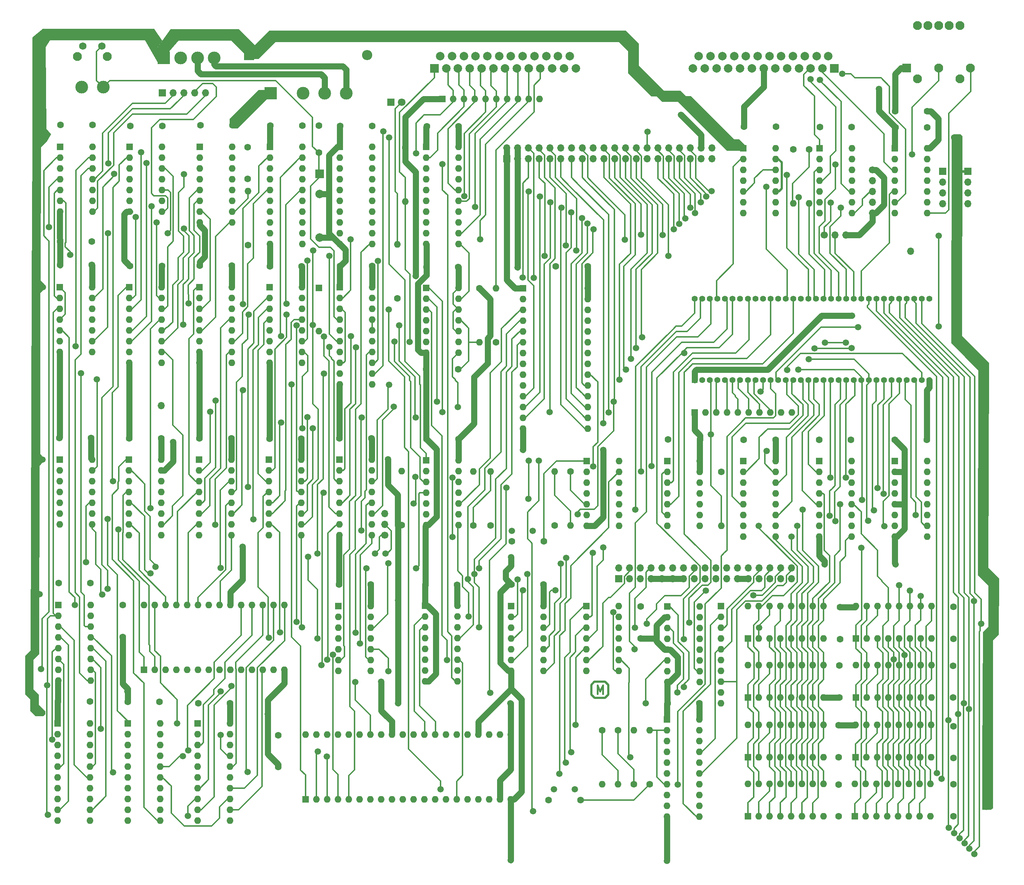
<source format=gbr>
%TF.GenerationSoftware,KiCad,Pcbnew,8.0.1*%
%TF.CreationDate,2024-03-23T23:48:46+00:00*%
%TF.ProjectId,TIM-011B,54494d2d-3031-4314-922e-6b696361645f,rev?*%
%TF.SameCoordinates,Original*%
%TF.FileFunction,Copper,L1,Top*%
%TF.FilePolarity,Positive*%
%FSLAX46Y46*%
G04 Gerber Fmt 4.6, Leading zero omitted, Abs format (unit mm)*
G04 Created by KiCad (PCBNEW 8.0.1) date 2024-03-23 23:48:46*
%MOMM*%
%LPD*%
G01*
G04 APERTURE LIST*
%TA.AperFunction,NonConductor*%
%ADD10C,0.500000*%
%TD*%
%ADD11C,0.400000*%
%TA.AperFunction,NonConductor*%
%ADD12C,0.400000*%
%TD*%
%TA.AperFunction,ComponentPad*%
%ADD13R,1.600000X1.600000*%
%TD*%
%TA.AperFunction,ComponentPad*%
%ADD14O,1.600000X1.600000*%
%TD*%
%TA.AperFunction,ComponentPad*%
%ADD15C,1.600000*%
%TD*%
%TA.AperFunction,ComponentPad*%
%ADD16C,1.700000*%
%TD*%
%TA.AperFunction,ComponentPad*%
%ADD17O,1.700000X1.700000*%
%TD*%
%TA.AperFunction,ComponentPad*%
%ADD18R,1.700000X1.700000*%
%TD*%
%TA.AperFunction,ComponentPad*%
%ADD19R,2.400000X2.400000*%
%TD*%
%TA.AperFunction,ComponentPad*%
%ADD20O,2.400000X2.400000*%
%TD*%
%TA.AperFunction,ComponentPad*%
%ADD21R,3.000000X3.000000*%
%TD*%
%TA.AperFunction,ComponentPad*%
%ADD22C,3.000000*%
%TD*%
%TA.AperFunction,ComponentPad*%
%ADD23C,2.100000*%
%TD*%
%TA.AperFunction,ComponentPad*%
%ADD24C,1.750000*%
%TD*%
%TA.AperFunction,ComponentPad*%
%ADD25R,2.000000X2.000000*%
%TD*%
%TA.AperFunction,ComponentPad*%
%ADD26C,2.000000*%
%TD*%
%TA.AperFunction,ComponentPad*%
%ADD27C,1.500000*%
%TD*%
%TA.AperFunction,ComponentPad*%
%ADD28R,1.400000X1.400000*%
%TD*%
%TA.AperFunction,ComponentPad*%
%ADD29C,1.400000*%
%TD*%
%TA.AperFunction,ComponentPad*%
%ADD30R,1.800000X1.800000*%
%TD*%
%TA.AperFunction,ComponentPad*%
%ADD31C,1.800000*%
%TD*%
%TA.AperFunction,ComponentPad*%
%ADD32R,2.100000X2.100000*%
%TD*%
%TA.AperFunction,ViaPad*%
%ADD33C,1.500000*%
%TD*%
%TA.AperFunction,Conductor*%
%ADD34C,1.400000*%
%TD*%
%TA.AperFunction,Conductor*%
%ADD35C,0.300000*%
%TD*%
%TA.AperFunction,Conductor*%
%ADD36C,1.300000*%
%TD*%
%TA.AperFunction,Conductor*%
%ADD37C,0.600000*%
%TD*%
%TA.AperFunction,Conductor*%
%ADD38C,0.500000*%
%TD*%
G04 APERTURE END LIST*
D10*
X227650000Y-193830000D02*
X226920000Y-193100000D01*
X228890000Y-193830000D02*
X227650000Y-193830000D01*
X228890000Y-193830000D02*
X230130000Y-193830000D01*
X230130000Y-193830000D02*
X230860000Y-193100000D01*
X230860000Y-190760000D02*
X230160000Y-190060000D01*
X226920000Y-193100000D02*
X226920000Y-190760000D01*
X227620000Y-190060000D02*
X230160000Y-190060000D01*
X230860000Y-193100000D02*
X230860000Y-190760000D01*
X226920000Y-190760000D02*
X227620000Y-190060000D01*
D11*
D12*
X228299347Y-192914438D02*
X228299347Y-190914438D01*
X228299347Y-190914438D02*
X228966014Y-192343009D01*
X228966014Y-192343009D02*
X229632680Y-190914438D01*
X229632680Y-190914438D02*
X229632680Y-192914438D01*
D13*
%TO.P,U38,1,A8*%
%TO.N,/RAM/MA8*%
X263770000Y-193785000D03*
D14*
%TO.P,U38,2,D*%
%TO.N,/CPU/D2*%
X266310000Y-193785000D03*
%TO.P,U38,3,~{W}*%
%TO.N,~{WR}*%
X268850000Y-193785000D03*
%TO.P,U38,4,~{RAS}*%
%TO.N,~{ME}*%
X271390000Y-193785000D03*
%TO.P,U38,5,A0*%
%TO.N,/RAM/MA0*%
X273930000Y-193785000D03*
%TO.P,U38,6,A2*%
%TO.N,/RAM/MA2*%
X276470000Y-193785000D03*
%TO.P,U38,7,A1*%
%TO.N,/RAM/MA1*%
X279010000Y-193785000D03*
%TO.P,U38,8,VCC*%
%TO.N,+5V*%
X281550000Y-193785000D03*
%TO.P,U38,9,A7*%
%TO.N,/RAM/MA7*%
X281550000Y-186165000D03*
%TO.P,U38,10,A5*%
%TO.N,/RAM/MA5*%
X279010000Y-186165000D03*
%TO.P,U38,11,A4*%
%TO.N,/RAM/MA4*%
X276470000Y-186165000D03*
%TO.P,U38,12,A3*%
%TO.N,/RAM/MA3*%
X273930000Y-186165000D03*
%TO.P,U38,13,A6*%
%TO.N,/RAM/MA6*%
X271390000Y-186165000D03*
%TO.P,U38,14,Q*%
%TO.N,/CPU/D2*%
X268850000Y-186165000D03*
%TO.P,U38,15,~{CAS}*%
%TO.N,~{CAS}*%
X266310000Y-186165000D03*
%TO.P,U38,16,VSS*%
%TO.N,GND*%
X263770000Y-186165000D03*
%TD*%
D13*
%TO.P,U34,1*%
%TO.N,Net-(U43-WDOUT)*%
X225740000Y-172280000D03*
D14*
%TO.P,U34,2*%
%TO.N,fWDATA*%
X225740000Y-174820000D03*
%TO.P,U34,3*%
%TO.N,Net-(U43-WE)*%
X225740000Y-177360000D03*
%TO.P,U34,4*%
%TO.N,fWGATE*%
X225740000Y-179900000D03*
%TO.P,U34,5*%
%TO.N,Net-(U43-HDL)*%
X225740000Y-182440000D03*
%TO.P,U34,6*%
%TO.N,fINUSE*%
X225740000Y-184980000D03*
%TO.P,U34,7,GND*%
%TO.N,GND*%
X225740000Y-187520000D03*
%TO.P,U34,8*%
%TO.N,fSIDE1*%
X233360000Y-187520000D03*
%TO.P,U34,9*%
%TO.N,Net-(U43-SIDE)*%
X233360000Y-184980000D03*
%TO.P,U34,10*%
%TO.N,unconnected-(U34-Pad10)*%
X233360000Y-182440000D03*
%TO.P,U34,11*%
%TO.N,unconnected-(U34-Pad11)*%
X233360000Y-179900000D03*
%TO.P,U34,12*%
%TO.N,fMOTOR1*%
X233360000Y-177360000D03*
%TO.P,U34,13*%
%TO.N,TXS*%
X233360000Y-174820000D03*
%TO.P,U34,14,VCC*%
%TO.N,+5V*%
X233360000Y-172280000D03*
%TD*%
D15*
%TO.P,R15,1*%
%TO.N,Net-(R14-Pad1)*%
X236890000Y-214170000D03*
D14*
%TO.P,R15,2*%
%TO.N,Net-(R15-Pad2)*%
X236890000Y-201470000D03*
%TD*%
D13*
%TO.P,U7,1,~{R}*%
%TO.N,+5V*%
X262640000Y-64520000D03*
D14*
%TO.P,U7,2,D*%
%TO.N,~{LIR}*%
X262640000Y-67060000D03*
%TO.P,U7,3,C*%
%TO.N,FI*%
X262640000Y-69600000D03*
%TO.P,U7,4,~{S}*%
%TO.N,Net-(U7A-~{S})*%
X262640000Y-72140000D03*
%TO.P,U7,5,Q*%
%TO.N,Net-(U7A-Q)*%
X262640000Y-74680000D03*
%TO.P,U7,6,~{Q}*%
%TO.N,unconnected-(U7A-~{Q}-Pad6)*%
X262640000Y-77220000D03*
%TO.P,U7,7,GND*%
%TO.N,GND*%
X262640000Y-79760000D03*
%TO.P,U7,8,~{Q}*%
%TO.N,unconnected-(U7B-~{Q}-Pad8)*%
X270260000Y-79760000D03*
%TO.P,U7,9,Q*%
%TO.N,Net-(U7A-~{S})*%
X270260000Y-77220000D03*
%TO.P,U7,10,~{S}*%
%TO.N,+5V*%
X270260000Y-74680000D03*
%TO.P,U7,11,C*%
%TO.N,FI*%
X270260000Y-72140000D03*
%TO.P,U7,12,D*%
%TO.N,Net-(U7A-Q)*%
X270260000Y-69600000D03*
%TO.P,U7,13,~{R}*%
%TO.N,+5V*%
X270260000Y-67060000D03*
%TO.P,U7,14,VCC*%
X270260000Y-64520000D03*
%TD*%
D16*
%TO.P,JMP1,1,Pin_1*%
%TO.N,Net-(JMP1-Pin_1)*%
X281720000Y-84930000D03*
D17*
%TO.P,JMP1,2,Pin_2*%
%TO.N,~{CTS0}*%
X284260000Y-84930000D03*
%TO.P,JMP1,3,Pin_3*%
%TO.N,GND*%
X286800000Y-84930000D03*
%TD*%
D13*
%TO.P,U11,1,S2*%
%TO.N,Net-(U11-S2)*%
X118210000Y-97230000D03*
D14*
%TO.P,U11,2,B2*%
%TO.N,Net-(U11-B2)*%
X118210000Y-99770000D03*
%TO.P,U11,3,A2*%
%TO.N,Net-(U10B-C)*%
X118210000Y-102310000D03*
%TO.P,U11,4,S1*%
%TO.N,Net-(U11-S1)*%
X118210000Y-104850000D03*
%TO.P,U11,5,A1*%
%TO.N,Net-(U11-A1)*%
X118210000Y-107390000D03*
%TO.P,U11,6,B1*%
%TO.N,Net-(U11-B1)*%
X118210000Y-109930000D03*
%TO.P,U11,7,C0*%
%TO.N,Net-(U11-C0)*%
X118210000Y-112470000D03*
%TO.P,U11,8,GND*%
%TO.N,GND*%
X118210000Y-115010000D03*
%TO.P,U11,9,C4*%
%TO.N,unconnected-(U11-C4-Pad9)*%
X125830000Y-115010000D03*
%TO.P,U11,10,S4*%
%TO.N,Net-(U11-S4)*%
X125830000Y-112470000D03*
%TO.P,U11,11,B4*%
%TO.N,Net-(U11-B4)*%
X125830000Y-109930000D03*
%TO.P,U11,12,A4*%
%TO.N,Net-(U11-A4)*%
X125830000Y-107390000D03*
%TO.P,U11,13,S3*%
%TO.N,Net-(U11-S3)*%
X125830000Y-104850000D03*
%TO.P,U11,14,A3*%
%TO.N,Net-(U11-A3)*%
X125830000Y-102310000D03*
%TO.P,U11,15,B3*%
%TO.N,Net-(U11-B3)*%
X125830000Y-99770000D03*
%TO.P,U11,16,VCC*%
%TO.N,+5V*%
X125830000Y-97230000D03*
%TD*%
D15*
%TO.P,C30,1*%
%TO.N,+5V*%
X215640000Y-167180000D03*
%TO.P,C30,2*%
%TO.N,GND*%
X208140000Y-167180000D03*
%TD*%
%TO.P,C7,1*%
%TO.N,Net-(C7-Pad1)*%
X216850000Y-217910000D03*
%TO.P,C7,2*%
%TO.N,Net-(C7-Pad2)*%
X224350000Y-217910000D03*
%TD*%
D13*
%TO.P,U20,1,S*%
%TO.N,~{VIDCLK}*%
X134580000Y-137750000D03*
D14*
%TO.P,U20,2,I0a*%
%TO.N,/Addressing/A1*%
X134580000Y-140290000D03*
%TO.P,U20,3,I1a*%
%TO.N,Net-(U12-S2)*%
X134580000Y-142830000D03*
%TO.P,U20,4,Za*%
%TO.N,/Video/VA8*%
X134580000Y-145370000D03*
%TO.P,U20,5,I0b*%
%TO.N,/Addressing/A2*%
X134580000Y-147910000D03*
%TO.P,U20,6,I1b*%
%TO.N,Net-(U12-S3)*%
X134580000Y-150450000D03*
%TO.P,U20,7,Zb*%
%TO.N,/Video/VA9*%
X134580000Y-152990000D03*
%TO.P,U20,8,GND*%
%TO.N,GND*%
X134580000Y-155530000D03*
%TO.P,U20,9,Zc*%
%TO.N,/Video/VA10*%
X142200000Y-155530000D03*
%TO.P,U20,10,I1c*%
%TO.N,Net-(U12-S4)*%
X142200000Y-152990000D03*
%TO.P,U20,11,I0c*%
%TO.N,/Addressing/A3*%
X142200000Y-150450000D03*
%TO.P,U20,12,Zd*%
%TO.N,/Video/VA11*%
X142200000Y-147910000D03*
%TO.P,U20,13,I1d*%
%TO.N,Net-(U11-S1)*%
X142200000Y-145370000D03*
%TO.P,U20,14,I0d*%
%TO.N,/Addressing/A4*%
X142200000Y-142830000D03*
%TO.P,U20,15,E*%
%TO.N,GND*%
X142200000Y-140290000D03*
%TO.P,U20,16,VCC*%
%TO.N,+5V*%
X142200000Y-137750000D03*
%TD*%
D13*
%TO.P,U37,1,A8*%
%TO.N,/RAM/MA8*%
X289130000Y-179910000D03*
D14*
%TO.P,U37,2,D*%
%TO.N,/CPU/D1*%
X291670000Y-179910000D03*
%TO.P,U37,3,~{W}*%
%TO.N,~{WR}*%
X294210000Y-179910000D03*
%TO.P,U37,4,~{RAS}*%
%TO.N,~{ME}*%
X296750000Y-179910000D03*
%TO.P,U37,5,A0*%
%TO.N,/RAM/MA0*%
X299290000Y-179910000D03*
%TO.P,U37,6,A2*%
%TO.N,/RAM/MA2*%
X301830000Y-179910000D03*
%TO.P,U37,7,A1*%
%TO.N,/RAM/MA1*%
X304370000Y-179910000D03*
%TO.P,U37,8,VCC*%
%TO.N,+5V*%
X306910000Y-179910000D03*
%TO.P,U37,9,A7*%
%TO.N,/RAM/MA7*%
X306910000Y-172290000D03*
%TO.P,U37,10,A5*%
%TO.N,/RAM/MA5*%
X304370000Y-172290000D03*
%TO.P,U37,11,A4*%
%TO.N,/RAM/MA4*%
X301830000Y-172290000D03*
%TO.P,U37,12,A3*%
%TO.N,/RAM/MA3*%
X299290000Y-172290000D03*
%TO.P,U37,13,A6*%
%TO.N,/RAM/MA6*%
X296750000Y-172290000D03*
%TO.P,U37,14,Q*%
%TO.N,/CPU/D1*%
X294210000Y-172290000D03*
%TO.P,U37,15,~{CAS}*%
%TO.N,~{CAS}*%
X291670000Y-172290000D03*
%TO.P,U37,16,VSS*%
%TO.N,GND*%
X289130000Y-172290000D03*
%TD*%
D13*
%TO.P,U23,1*%
%TO.N,Net-(U7A-Q)*%
X188020000Y-137990000D03*
D14*
%TO.P,U23,2*%
%TO.N,Net-(R7-Pad2)*%
X188020000Y-140530000D03*
%TO.P,U23,3*%
%TO.N,Net-(U14-Pad15)*%
X188020000Y-143070000D03*
%TO.P,U23,4*%
%TO.N,/Addressing/A4*%
X188020000Y-145610000D03*
%TO.P,U23,5*%
%TO.N,~{INT0}*%
X188020000Y-148150000D03*
%TO.P,U23,6*%
%TO.N,Net-(JMP3-Pin_3)*%
X188020000Y-150690000D03*
%TO.P,U23,7,GND*%
%TO.N,GND*%
X188020000Y-153230000D03*
%TO.P,U23,8*%
%TO.N,Net-(U23-Pad8)*%
X195640000Y-153230000D03*
%TO.P,U23,9*%
%TO.N,IOE*%
X195640000Y-150690000D03*
%TO.P,U23,10*%
%TO.N,/Addressing/A7*%
X195640000Y-148150000D03*
%TO.P,U23,11*%
%TO.N,Net-(U25B-D)*%
X195640000Y-145610000D03*
%TO.P,U23,12*%
%TO.N,~{REF}*%
X195640000Y-143070000D03*
%TO.P,U23,13*%
%TO.N,/Addressing/A18*%
X195640000Y-140530000D03*
%TO.P,U23,14,VCC*%
%TO.N,+5V*%
X195640000Y-137990000D03*
%TD*%
D13*
%TO.P,U47,1,A8*%
%TO.N,/RAM/MA8*%
X263770000Y-221705000D03*
D14*
%TO.P,U47,2,D*%
%TO.N,/CPU/D7*%
X266310000Y-221705000D03*
%TO.P,U47,3,~{W}*%
%TO.N,~{WR}*%
X268850000Y-221705000D03*
%TO.P,U47,4,~{RAS}*%
%TO.N,~{ME}*%
X271390000Y-221705000D03*
%TO.P,U47,5,A0*%
%TO.N,/RAM/MA0*%
X273930000Y-221705000D03*
%TO.P,U47,6,A2*%
%TO.N,/RAM/MA2*%
X276470000Y-221705000D03*
%TO.P,U47,7,A1*%
%TO.N,/RAM/MA1*%
X279010000Y-221705000D03*
%TO.P,U47,8,VCC*%
%TO.N,+5V*%
X281550000Y-221705000D03*
%TO.P,U47,9,A7*%
%TO.N,/RAM/MA7*%
X281550000Y-214085000D03*
%TO.P,U47,10,A5*%
%TO.N,/RAM/MA5*%
X279010000Y-214085000D03*
%TO.P,U47,11,A4*%
%TO.N,/RAM/MA4*%
X276470000Y-214085000D03*
%TO.P,U47,12,A3*%
%TO.N,/RAM/MA3*%
X273930000Y-214085000D03*
%TO.P,U47,13,A6*%
%TO.N,/RAM/MA6*%
X271390000Y-214085000D03*
%TO.P,U47,14,Q*%
%TO.N,/CPU/D7*%
X268850000Y-214085000D03*
%TO.P,U47,15,~{CAS}*%
%TO.N,~{CAS}*%
X266310000Y-214085000D03*
%TO.P,U47,16,VSS*%
%TO.N,GND*%
X263770000Y-214085000D03*
%TD*%
D15*
%TO.P,C9,1*%
%TO.N,GND*%
X305910000Y-59610000D03*
%TO.P,C9,2*%
%TO.N,-12V*%
X298410000Y-59610000D03*
%TD*%
D13*
%TO.P,U48,1,A8*%
%TO.N,/RAM/MA8*%
X288910000Y-221680000D03*
D14*
%TO.P,U48,2,D*%
%TO.N,/CPU/D6*%
X291450000Y-221680000D03*
%TO.P,U48,3,~{W}*%
%TO.N,~{WR}*%
X293990000Y-221680000D03*
%TO.P,U48,4,~{RAS}*%
%TO.N,~{ME}*%
X296530000Y-221680000D03*
%TO.P,U48,5,A0*%
%TO.N,/RAM/MA0*%
X299070000Y-221680000D03*
%TO.P,U48,6,A2*%
%TO.N,/RAM/MA2*%
X301610000Y-221680000D03*
%TO.P,U48,7,A1*%
%TO.N,/RAM/MA1*%
X304150000Y-221680000D03*
%TO.P,U48,8,VCC*%
%TO.N,+5V*%
X306690000Y-221680000D03*
%TO.P,U48,9,A7*%
%TO.N,/RAM/MA7*%
X306690000Y-214060000D03*
%TO.P,U48,10,A5*%
%TO.N,/RAM/MA5*%
X304150000Y-214060000D03*
%TO.P,U48,11,A4*%
%TO.N,/RAM/MA4*%
X301610000Y-214060000D03*
%TO.P,U48,12,A3*%
%TO.N,/RAM/MA3*%
X299070000Y-214060000D03*
%TO.P,U48,13,A6*%
%TO.N,/RAM/MA6*%
X296530000Y-214060000D03*
%TO.P,U48,14,Q*%
%TO.N,/CPU/D6*%
X293990000Y-214060000D03*
%TO.P,U48,15,~{CAS}*%
%TO.N,~{CAS}*%
X291450000Y-214060000D03*
%TO.P,U48,16,VSS*%
%TO.N,GND*%
X288910000Y-214060000D03*
%TD*%
D15*
%TO.P,C40,1*%
%TO.N,+5V*%
X175300000Y-59270000D03*
%TO.P,C40,2*%
%TO.N,GND*%
X167800000Y-59270000D03*
%TD*%
%TO.P,C29,1*%
%TO.N,+5V*%
X125940000Y-59310000D03*
%TO.P,C29,2*%
%TO.N,GND*%
X118440000Y-59310000D03*
%TD*%
D18*
%TO.P,P3,1,Pin_1*%
%TO.N,+5V*%
X207000000Y-66970000D03*
D17*
%TO.P,P3,2,Pin_2*%
X207000000Y-64430000D03*
%TO.P,P3,3,Pin_3*%
%TO.N,GND*%
X209540000Y-66970000D03*
%TO.P,P3,4,Pin_4*%
X209540000Y-64430000D03*
%TO.P,P3,5,Pin_5*%
%TO.N,~{RD}*%
X212080000Y-66970000D03*
%TO.P,P3,6,Pin_6*%
%TO.N,FI*%
X212080000Y-64430000D03*
%TO.P,P3,7,Pin_7*%
%TO.N,~{WR}*%
X214620000Y-66970000D03*
%TO.P,P3,8,Pin_8*%
%TO.N,~{RESET}*%
X214620000Y-64430000D03*
%TO.P,P3,9,Pin_9*%
%TO.N,E*%
X217160000Y-66970000D03*
%TO.P,P3,10,Pin_10*%
%TO.N,~{LIR}*%
X217160000Y-64430000D03*
%TO.P,P3,11,Pin_11*%
%TO.N,~{NMI}*%
X219700000Y-66970000D03*
%TO.P,P3,12,Pin_12*%
%TO.N,EXPSEL_O*%
X219700000Y-64430000D03*
%TO.P,P3,13,Pin_13*%
%TO.N,~{WAIT}*%
X222240000Y-66970000D03*
%TO.P,P3,14,Pin_14*%
%TO.N,unconnected-(P3-Pin_14-Pad14)*%
X222240000Y-64430000D03*
%TO.P,P3,15,Pin_15*%
%TO.N,~{INT0}*%
X224780000Y-66970000D03*
%TO.P,P3,16,Pin_16*%
%TO.N,~{HALT}*%
X224780000Y-64430000D03*
%TO.P,P3,17,Pin_17*%
%TO.N,ST*%
X227320000Y-66970000D03*
%TO.P,P3,18,Pin_18*%
%TO.N,unconnected-(P3-Pin_18-Pad18)*%
X227320000Y-64430000D03*
%TO.P,P3,19,Pin_19*%
%TO.N,/Addressing/A0*%
X229860000Y-66970000D03*
%TO.P,P3,20,Pin_20*%
%TO.N,/Addressing/A1*%
X229860000Y-64430000D03*
%TO.P,P3,21,Pin_21*%
%TO.N,~{TEND0}*%
X232400000Y-66970000D03*
%TO.P,P3,22,Pin_22*%
%TO.N,/Addressing/A2*%
X232400000Y-64430000D03*
%TO.P,P3,23,Pin_23*%
%TO.N,/Addressing/A3*%
X234940000Y-66970000D03*
%TO.P,P3,24,Pin_24*%
%TO.N,/Addressing/A4*%
X234940000Y-64430000D03*
%TO.P,P3,25,Pin_25*%
%TO.N,~{DREQ0}*%
X237480000Y-66970000D03*
%TO.P,P3,26,Pin_26*%
%TO.N,~{IOE}*%
X237480000Y-64430000D03*
%TO.P,P3,27,Pin_27*%
%TO.N,unconnected-(P3-Pin_27-Pad27)*%
X240020000Y-66970000D03*
%TO.P,P3,28,Pin_28*%
%TO.N,RESET*%
X240020000Y-64430000D03*
%TO.P,P3,29,Pin_29*%
%TO.N,/CPU/D7*%
X242560000Y-66970000D03*
%TO.P,P3,30,Pin_30*%
%TO.N,/CPU/D6*%
X242560000Y-64430000D03*
%TO.P,P3,31,Pin_31*%
%TO.N,/CPU/D5*%
X245100000Y-66970000D03*
%TO.P,P3,32,Pin_32*%
%TO.N,/CPU/D3*%
X245100000Y-64430000D03*
%TO.P,P3,33,Pin_33*%
%TO.N,/CPU/D4*%
X247640000Y-66970000D03*
%TO.P,P3,34,Pin_34*%
%TO.N,/CPU/D2*%
X247640000Y-64430000D03*
%TO.P,P3,35,Pin_35*%
%TO.N,/CPU/D1*%
X250180000Y-66970000D03*
%TO.P,P3,36,Pin_36*%
%TO.N,/CPU/D0*%
X250180000Y-64430000D03*
%TO.P,P3,37,Pin_37*%
%TO.N,GND*%
X252720000Y-66970000D03*
%TO.P,P3,38,Pin_38*%
X252720000Y-64430000D03*
%TO.P,P3,39,Pin_39*%
%TO.N,unconnected-(P3-Pin_39-Pad39)*%
X255260000Y-66970000D03*
%TO.P,P3,40,Pin_40*%
%TO.N,unconnected-(P3-Pin_40-Pad40)*%
X255260000Y-64430000D03*
%TD*%
D15*
%TO.P,C51,1*%
%TO.N,+5V*%
X287980000Y-133120000D03*
%TO.P,C51,2*%
%TO.N,GND*%
X280480000Y-133120000D03*
%TD*%
%TO.P,CX1,1*%
%TO.N,Net-(U13-MR)*%
X109414000Y-86487000D03*
%TO.P,CX1,2*%
%TO.N,GND*%
X101914000Y-86487000D03*
%TD*%
D19*
%TO.P,C1,1*%
%TO.N,+5V*%
X146380000Y-42610000D03*
X174160000Y-38030000D03*
D20*
%TO.P,C1,2*%
%TO.N,GND*%
X174160000Y-42610000D03*
%TD*%
D15*
%TO.P,R6,1*%
%TO.N,Net-(U15B-C)*%
X204490000Y-110220000D03*
D14*
%TO.P,R6,2*%
%TO.N,Net-(J1-Pad10)*%
X204490000Y-97520000D03*
%TD*%
D17*
%TO.P,,0,GND*%
%TO.N,N/C*%
X301990000Y-88780000D03*
%TD*%
D21*
%TO.P,P2,1,Pin_1*%
%TO.N,+5V*%
X151450000Y-51620000D03*
D22*
%TO.P,P2,2,Pin_2*%
%TO.N,GND*%
X159070000Y-51620000D03*
%TO.P,P2,3,Pin_3*%
%TO.N,-12V*%
X164160000Y-51630000D03*
%TO.P,P2,4,Pin_4*%
%TO.N,+12V*%
X169240000Y-51630000D03*
%TD*%
D18*
%TO.P,J5,1,Pin_1*%
%TO.N,+5V*%
X315500000Y-69945000D03*
D17*
%TO.P,J5,2,Pin_2*%
%TO.N,/Serial Keyboard/K_TX*%
X315500000Y-72485000D03*
%TO.P,J5,3,Pin_3*%
%TO.N,/Serial Keyboard/K_RX*%
X315500000Y-75025000D03*
%TO.P,J5,4,Pin_4*%
%TO.N,GND*%
X315500000Y-77565000D03*
%TD*%
D15*
%TO.P,C46,1*%
%TO.N,+5V*%
X285050000Y-207810000D03*
%TO.P,C46,2*%
%TO.N,GND*%
X285050000Y-200310000D03*
%TD*%
D23*
%TO.P,T2,*%
%TO.N,*%
X105990000Y-43000000D03*
X113000000Y-43000000D03*
D24*
%TO.P,T2,1,Pin_1*%
%TO.N,GND*%
X107240000Y-40510000D03*
%TO.P,T2,2,Pin_2*%
%TO.N,Net-(D1-A)*%
X111740000Y-40510000D03*
%TD*%
D13*
%TO.P,U1,1*%
%TO.N,CLK*%
X101920000Y-64240000D03*
D14*
%TO.P,U1,2*%
%TO.N,Net-(U29-Za)*%
X101920000Y-66780000D03*
%TO.P,U1,3*%
%TO.N,VID2*%
X101920000Y-69320000D03*
%TO.P,U1,4*%
%TO.N,Net-(U13-Q8)*%
X101920000Y-71860000D03*
%TO.P,U1,5*%
%TO.N,Net-(U10A-D)*%
X101920000Y-74400000D03*
%TO.P,U1,6*%
%TO.N,Net-(U13-MR)*%
X101920000Y-76940000D03*
%TO.P,U1,7,GND*%
%TO.N,GND*%
X101920000Y-79480000D03*
%TO.P,U1,8*%
%TO.N,HSYNC*%
X109540000Y-79480000D03*
%TO.P,U1,9*%
%TO.N,Net-(U10A-D)*%
X109540000Y-76940000D03*
%TO.P,U1,10*%
X109540000Y-74400000D03*
%TO.P,U1,11*%
%TO.N,VID1*%
X109540000Y-71860000D03*
%TO.P,U1,12*%
%TO.N,Net-(U29-Zb)*%
X109540000Y-69320000D03*
%TO.P,U1,13*%
%TO.N,CLK*%
X109540000Y-66780000D03*
%TO.P,U1,14,VCC*%
%TO.N,+5V*%
X109540000Y-64240000D03*
%TD*%
D18*
%TO.P,J4,1,Pin_1*%
%TO.N,+5V*%
X309500000Y-69945000D03*
D17*
%TO.P,J4,2,Pin_2*%
%TO.N,/Serial Keyboard/S_TX*%
X309500000Y-72485000D03*
%TO.P,J4,3,Pin_3*%
%TO.N,/Serial Keyboard/S_RX*%
X309500000Y-75025000D03*
%TO.P,J4,4,Pin_4*%
%TO.N,GND*%
X309500000Y-77565000D03*
%TD*%
D16*
%TO.P,JMP2,1,Pin_1*%
%TO.N,GND*%
X293060000Y-69640000D03*
D17*
%TO.P,JMP2,2,Pin_2*%
%TO.N,~{CTS1}*%
X293060000Y-72180000D03*
%TO.P,JMP2,3,Pin_3*%
%TO.N,Net-(JMP2-Pin_3)*%
X293060000Y-74720000D03*
%TO.P,JMP2,4,Pin_4*%
%TO.N,~{DCD0}*%
X293060000Y-77260000D03*
%TO.P,JMP2,5,Pin_5*%
%TO.N,GND*%
X293060000Y-79800000D03*
%TD*%
D13*
%TO.P,U28,1,S*%
%TO.N,E*%
X298250000Y-138090000D03*
D14*
%TO.P,U28,2,I0a*%
%TO.N,GND*%
X298250000Y-140630000D03*
%TO.P,U28,3,I1a*%
X298250000Y-143170000D03*
%TO.P,U28,4,Za*%
%TO.N,unconnected-(U28-Za-Pad4)*%
X298250000Y-145710000D03*
%TO.P,U28,5,I0b*%
%TO.N,GND*%
X298250000Y-148250000D03*
%TO.P,U28,6,I1b*%
X298250000Y-150790000D03*
%TO.P,U28,7,Zb*%
%TO.N,unconnected-(U28-Zb-Pad7)*%
X298250000Y-153330000D03*
%TO.P,U28,8,GND*%
%TO.N,GND*%
X298250000Y-155870000D03*
%TO.P,U28,9,Zc*%
%TO.N,/RAM/MA8*%
X305870000Y-155870000D03*
%TO.P,U28,10,I1c*%
%TO.N,/Addressing/A17*%
X305870000Y-153330000D03*
%TO.P,U28,11,I0c*%
%TO.N,/Addressing/A16*%
X305870000Y-150790000D03*
%TO.P,U28,12,Zd*%
%TO.N,unconnected-(U28-Zd-Pad12)*%
X305870000Y-148250000D03*
%TO.P,U28,13,I1d*%
%TO.N,GND*%
X305870000Y-145710000D03*
%TO.P,U28,14,I0d*%
X305870000Y-143170000D03*
%TO.P,U28,15,E*%
X305870000Y-140630000D03*
%TO.P,U28,16,VCC*%
%TO.N,+5V*%
X305870000Y-138090000D03*
%TD*%
D15*
%TO.P,C6,1*%
%TO.N,Net-(C6-Pad1)*%
X215690000Y-156990000D03*
%TO.P,C6,2*%
%TO.N,Net-(C6-Pad2)*%
X208190000Y-156990000D03*
%TD*%
D13*
%TO.P,U29,1,Ea*%
%TO.N,Net-(U29-Ea)*%
X101480000Y-171970000D03*
D14*
%TO.P,U29,2,S1*%
%TO.N,VIDCLK*%
X101480000Y-174510000D03*
%TO.P,U29,3,I3a*%
%TO.N,Net-(U29-I3a)*%
X101480000Y-177050000D03*
%TO.P,U29,4,I2a*%
%TO.N,Net-(U29-I2a)*%
X101480000Y-179590000D03*
%TO.P,U29,5,I1a*%
%TO.N,Net-(U29-I1a)*%
X101480000Y-182130000D03*
%TO.P,U29,6,I0a*%
%TO.N,Net-(U29-I0a)*%
X101480000Y-184670000D03*
%TO.P,U29,7,Za*%
%TO.N,Net-(U29-Za)*%
X101480000Y-187210000D03*
%TO.P,U29,8,GND*%
%TO.N,GND*%
X101480000Y-189750000D03*
%TO.P,U29,9,Zb*%
%TO.N,Net-(U29-Zb)*%
X109100000Y-189750000D03*
%TO.P,U29,10,I0b*%
%TO.N,Net-(U29-I0b)*%
X109100000Y-187210000D03*
%TO.P,U29,11,I1b*%
%TO.N,Net-(U29-I1b)*%
X109100000Y-184670000D03*
%TO.P,U29,12,I2b*%
%TO.N,Net-(U29-I2b)*%
X109100000Y-182130000D03*
%TO.P,U29,13,I3b*%
%TO.N,Net-(U29-I3b)*%
X109100000Y-179590000D03*
%TO.P,U29,14,S0*%
%TO.N,VIDCLK2*%
X109100000Y-177050000D03*
%TO.P,U29,15,Eb*%
%TO.N,Net-(U29-Ea)*%
X109100000Y-174510000D03*
%TO.P,U29,16,VCC*%
%TO.N,+5V*%
X109100000Y-171970000D03*
%TD*%
D15*
%TO.P,R3,1*%
%TO.N,Net-(U7A-Q)*%
X274380000Y-64780000D03*
D14*
%TO.P,R3,2*%
%TO.N,+5V*%
X274380000Y-77480000D03*
%TD*%
D13*
%TO.P,U2,1*%
%TO.N,Net-(U3-Q8)*%
X118310000Y-64220000D03*
D14*
%TO.P,U2,2*%
X118310000Y-66760000D03*
%TO.P,U2,3*%
%TO.N,Net-(U10B-D)*%
X118310000Y-69300000D03*
%TO.P,U2,4*%
%TO.N,unconnected-(U2-Pad4)*%
X118310000Y-71840000D03*
%TO.P,U2,5*%
%TO.N,unconnected-(U2-Pad5)*%
X118310000Y-74380000D03*
%TO.P,U2,6*%
%TO.N,unconnected-(U2-Pad6)*%
X118310000Y-76920000D03*
%TO.P,U2,7,GND*%
%TO.N,GND*%
X118310000Y-79460000D03*
%TO.P,U2,8*%
%TO.N,VSYNC*%
X125930000Y-79460000D03*
%TO.P,U2,9*%
%TO.N,Net-(U10B-Q)*%
X125930000Y-76920000D03*
%TO.P,U2,10*%
X125930000Y-74380000D03*
%TO.P,U2,11*%
%TO.N,Net-(U3-MR)*%
X125930000Y-71840000D03*
%TO.P,U2,12*%
%TO.N,Net-(U11-A3)*%
X125930000Y-69300000D03*
%TO.P,U2,13*%
%TO.N,Net-(U3-Q8)*%
X125930000Y-66760000D03*
%TO.P,U2,14,VCC*%
%TO.N,+5V*%
X125930000Y-64220000D03*
%TD*%
D13*
%TO.P,U5,1,OE*%
%TO.N,GND*%
X167690000Y-64230000D03*
D14*
%TO.P,U5,2,O0*%
%TO.N,Net-(U4-D0)*%
X167690000Y-66770000D03*
%TO.P,U5,3,D0*%
%TO.N,/CPU/D1*%
X167690000Y-69310000D03*
%TO.P,U5,4,D1*%
%TO.N,/CPU/D3*%
X167690000Y-71850000D03*
%TO.P,U5,5,O1*%
%TO.N,Net-(U4-D1)*%
X167690000Y-74390000D03*
%TO.P,U5,6,O2*%
%TO.N,Net-(U4-D2)*%
X167690000Y-76930000D03*
%TO.P,U5,7,D2*%
%TO.N,/CPU/D5*%
X167690000Y-79470000D03*
%TO.P,U5,8,D3*%
%TO.N,/CPU/D7*%
X167690000Y-82010000D03*
%TO.P,U5,9,O3*%
%TO.N,Net-(U4-D3)*%
X167690000Y-84550000D03*
%TO.P,U5,10,GND*%
%TO.N,GND*%
X167690000Y-87090000D03*
%TO.P,U5,11,Cp*%
%TO.N,SCROLL_O*%
X175310000Y-87090000D03*
%TO.P,U5,12,O4*%
%TO.N,Net-(U4-D4)*%
X175310000Y-84550000D03*
%TO.P,U5,13,D4*%
%TO.N,/CPU/D6*%
X175310000Y-82010000D03*
%TO.P,U5,14,D5*%
%TO.N,/CPU/D4*%
X175310000Y-79470000D03*
%TO.P,U5,15,O5*%
%TO.N,Net-(U4-D5)*%
X175310000Y-76930000D03*
%TO.P,U5,16,O6*%
%TO.N,Net-(U4-D6)*%
X175310000Y-74390000D03*
%TO.P,U5,17,D6*%
%TO.N,/CPU/D2*%
X175310000Y-71850000D03*
%TO.P,U5,18,D7*%
%TO.N,/CPU/D0*%
X175310000Y-69310000D03*
%TO.P,U5,19,O7*%
%TO.N,Net-(U4-D7)*%
X175310000Y-66770000D03*
%TO.P,U5,20,VCC*%
%TO.N,+5V*%
X175310000Y-64230000D03*
%TD*%
D17*
%TO.P,,0,GND*%
%TO.N,N/C*%
X125730000Y-125095000D03*
%TD*%
D13*
%TO.P,U32,1,E*%
%TO.N,GND*%
X187770000Y-172160000D03*
D14*
%TO.P,U32,2,A0*%
%TO.N,Net-(U32A-A0)*%
X187770000Y-174700000D03*
%TO.P,U32,3,A1*%
%TO.N,Net-(U32A-A1)*%
X187770000Y-177240000D03*
%TO.P,U32,4,O0*%
%TO.N,Net-(U32A-O0)*%
X187770000Y-179780000D03*
%TO.P,U32,5,O1*%
%TO.N,Net-(U32A-O1)*%
X187770000Y-182320000D03*
%TO.P,U32,6,O2*%
%TO.N,Net-(U32A-O2)*%
X187770000Y-184860000D03*
%TO.P,U32,7,O3*%
%TO.N,Net-(U32A-O3)*%
X187770000Y-187400000D03*
%TO.P,U32,8,GND*%
%TO.N,GND*%
X187770000Y-189940000D03*
%TO.P,U32,9,O3*%
%TO.N,EXPSEL_O*%
X195390000Y-189940000D03*
%TO.P,U32,10,O2*%
%TO.N,Net-(U32B-O2)*%
X195390000Y-187400000D03*
%TO.P,U32,11,O1*%
%TO.N,FDCDMA_0*%
X195390000Y-184860000D03*
%TO.P,U32,12,O0*%
%TO.N,FDCSEL_0*%
X195390000Y-182320000D03*
%TO.P,U32,13,A1*%
%TO.N,/Addressing/A6*%
X195390000Y-179780000D03*
%TO.P,U32,14,A0*%
%TO.N,/Addressing/A5*%
X195390000Y-177240000D03*
%TO.P,U32,15,E*%
%TO.N,Net-(U32B-E)*%
X195390000Y-174700000D03*
%TO.P,U32,16,VCC*%
%TO.N,+5V*%
X195390000Y-172160000D03*
%TD*%
D13*
%TO.P,U15,1,~{R}*%
%TO.N,~{RESET}*%
X188050000Y-97402500D03*
D14*
%TO.P,U15,2,D*%
%TO.N,/Addressing/A0*%
X188050000Y-99942500D03*
%TO.P,U15,3,C*%
%TO.N,PRINT_O*%
X188050000Y-102482500D03*
%TO.P,U15,4,~{S}*%
%TO.N,+5V*%
X188050000Y-105022500D03*
%TO.P,U15,5,Q*%
%TO.N,unconnected-(U15A-Q-Pad5)*%
X188050000Y-107562500D03*
%TO.P,U15,6,~{Q}*%
%TO.N,Net-(U15A-~{Q})*%
X188050000Y-110102500D03*
%TO.P,U15,7,GND*%
%TO.N,GND*%
X188050000Y-112642500D03*
%TO.P,U15,8,~{Q}*%
%TO.N,~{INT1}*%
X195670000Y-112642500D03*
%TO.P,U15,9,Q*%
%TO.N,unconnected-(U15B-Q-Pad9)*%
X195670000Y-110102500D03*
%TO.P,U15,10,~{S}*%
%TO.N,+5V*%
X195670000Y-107562500D03*
%TO.P,U15,11,C*%
%TO.N,Net-(U15B-C)*%
X195670000Y-105022500D03*
%TO.P,U15,12,D*%
%TO.N,+5V*%
X195670000Y-102482500D03*
%TO.P,U15,13,~{R}*%
%TO.N,PRINT_O*%
X195670000Y-99942500D03*
%TO.P,U15,14,VCC*%
%TO.N,+5V*%
X195670000Y-97402500D03*
%TD*%
D16*
%TO.P,JMP3,1,Pin_1*%
%TO.N,Net-(JMP3-Pin_1)*%
X178308000Y-155575000D03*
D17*
%TO.P,JMP3,2,Pin_2*%
%TO.N,Net-(JMP3-Pin_2)*%
X178308000Y-153035000D03*
%TO.P,JMP3,3,Pin_3*%
%TO.N,Net-(JMP3-Pin_3)*%
X178308000Y-150495000D03*
%TD*%
D13*
%TO.P,U43,1,RST*%
%TO.N,RESET*%
X159640000Y-217750000D03*
D14*
%TO.P,U43,2,~{RD}*%
%TO.N,~{RD}*%
X162180000Y-217750000D03*
%TO.P,U43,3,~{WR}*%
%TO.N,~{WR}*%
X164720000Y-217750000D03*
%TO.P,U43,4,~{CS}*%
%TO.N,FDCSEL_0*%
X167260000Y-217750000D03*
%TO.P,U43,5,A0*%
%TO.N,/Addressing/A0*%
X169800000Y-217750000D03*
%TO.P,U43,6,DB0*%
%TO.N,/CPU/D0*%
X172340000Y-217750000D03*
%TO.P,U43,7,DB1*%
%TO.N,/CPU/D1*%
X174880000Y-217750000D03*
%TO.P,U43,8,DB2*%
%TO.N,/CPU/D2*%
X177420000Y-217750000D03*
%TO.P,U43,9,DB3*%
%TO.N,/CPU/D3*%
X179960000Y-217750000D03*
%TO.P,U43,10,DB4*%
%TO.N,/CPU/D4*%
X182500000Y-217750000D03*
%TO.P,U43,11,DB5*%
%TO.N,/CPU/D5*%
X185040000Y-217750000D03*
%TO.P,U43,12,DB6*%
%TO.N,/CPU/D6*%
X187580000Y-217750000D03*
%TO.P,U43,13,DB7*%
%TO.N,/CPU/D7*%
X190120000Y-217750000D03*
%TO.P,U43,14,DRQ*%
%TO.N,Net-(U25A-~{R})*%
X192660000Y-217750000D03*
%TO.P,U43,15,~{DACK}*%
%TO.N,FDCDMA_0*%
X195200000Y-217750000D03*
%TO.P,U43,16,TC*%
%TO.N,Net-(U43-TC)*%
X197740000Y-217750000D03*
%TO.P,U43,17,IDX*%
%TO.N,Net-(U43-IDX)*%
X200280000Y-217750000D03*
%TO.P,U43,18,INT*%
%TO.N,Net-(U43-INT)*%
X202820000Y-217750000D03*
%TO.P,U43,19,TEST*%
%TO.N,+5V*%
X205360000Y-217750000D03*
%TO.P,U43,20,VSS*%
%TO.N,GND*%
X207900000Y-217750000D03*
%TO.P,U43,21,MINI*%
%TO.N,+5V*%
X207900000Y-202510000D03*
%TO.P,U43,22,CLK*%
%TO.N,Net-(U43-CLK)*%
X205360000Y-202510000D03*
%TO.P,U43,23,~{DSKD}*%
%TO.N,Net-(U43-~{DSKD})*%
X202820000Y-202510000D03*
%TO.P,U43,24,P0*%
%TO.N,GND*%
X200280000Y-202510000D03*
%TO.P,U43,25,WE*%
%TO.N,Net-(U43-WE)*%
X197740000Y-202510000D03*
%TO.P,U43,26,MFM*%
%TO.N,unconnected-(U43-MFM-Pad26)*%
X195200000Y-202510000D03*
%TO.P,U43,27,SIDE*%
%TO.N,Net-(U43-SIDE)*%
X192660000Y-202510000D03*
%TO.P,U43,28,DS1*%
%TO.N,Net-(U32A-A1)*%
X190120000Y-202510000D03*
%TO.P,U43,29,DS0*%
%TO.N,Net-(U32A-A0)*%
X187580000Y-202510000D03*
%TO.P,U43,30,WDOUT*%
%TO.N,Net-(U43-WDOUT)*%
X185040000Y-202510000D03*
%TO.P,U43,31,P1*%
%TO.N,GND*%
X182500000Y-202510000D03*
%TO.P,U43,32,P2*%
X179960000Y-202510000D03*
%TO.P,U43,33,FLT/TR0*%
%TO.N,Net-(U35-Zd)*%
X177420000Y-202510000D03*
%TO.P,U43,34,WP/TS*%
%TO.N,Net-(U35-Zc)*%
X174880000Y-202510000D03*
%TO.P,U43,35,RDY*%
%TO.N,Net-(U43-RDY)*%
X172340000Y-202510000D03*
%TO.P,U43,36,HDL*%
%TO.N,Net-(U43-HDL)*%
X169800000Y-202510000D03*
%TO.P,U43,37,STEP*%
%TO.N,Net-(U35-I1b)*%
X167260000Y-202510000D03*
%TO.P,U43,38,LCT_DIR*%
%TO.N,Net-(U35-I1a)*%
X164720000Y-202510000D03*
%TO.P,U43,39,~{RW}_SEEK*%
%TO.N,Net-(U35-S)*%
X162180000Y-202510000D03*
%TO.P,U43,40,VCC*%
%TO.N,+5V*%
X159640000Y-202510000D03*
%TD*%
D25*
%TO.P,J1,1,1*%
%TO.N,Net-(U15A-~{Q})*%
X189985000Y-45720000D03*
D26*
%TO.P,J1,2,2*%
%TO.N,Net-(RP1-R1)*%
X192755000Y-45720000D03*
%TO.P,J1,3,3*%
%TO.N,Net-(RP1-R2)*%
X195525000Y-45720000D03*
%TO.P,J1,4,4*%
%TO.N,Net-(RP1-R3)*%
X198295000Y-45720000D03*
%TO.P,J1,5,5*%
%TO.N,Net-(RP1-R4)*%
X201065000Y-45720000D03*
%TO.P,J1,6,6*%
%TO.N,Net-(RP1-R5)*%
X203835000Y-45720000D03*
%TO.P,J1,7,7*%
%TO.N,Net-(RP1-R6)*%
X206605000Y-45720000D03*
%TO.P,J1,8,8*%
%TO.N,Net-(RP1-R7)*%
X209375000Y-45720000D03*
%TO.P,J1,9,9*%
%TO.N,Net-(RP1-R8)*%
X212145000Y-45720000D03*
%TO.P,J1,10,10*%
%TO.N,Net-(J1-Pad10)*%
X214915000Y-45720000D03*
%TO.P,J1,11,11*%
%TO.N,unconnected-(J1-Pad11)*%
X217685000Y-45720000D03*
%TO.P,J1,12,12*%
%TO.N,unconnected-(J1-Pad12)*%
X220455000Y-45720000D03*
%TO.P,J1,13,13*%
%TO.N,unconnected-(J1-Pad13)*%
X223225000Y-45720000D03*
%TO.P,J1,14,P14*%
%TO.N,unconnected-(J1-P14-Pad14)*%
X191350000Y-42900000D03*
%TO.P,J1,15,P15*%
%TO.N,unconnected-(J1-P15-Pad15)*%
X194120000Y-42900000D03*
%TO.P,J1,16,P16*%
%TO.N,unconnected-(J1-P16-Pad16)*%
X196890000Y-42900000D03*
%TO.P,J1,17,P17*%
%TO.N,unconnected-(J1-P17-Pad17)*%
X199660000Y-42900000D03*
%TO.P,J1,18,P18*%
%TO.N,GND*%
X202430000Y-42900000D03*
%TO.P,J1,19,P19*%
X205200000Y-42900000D03*
%TO.P,J1,20,P20*%
X207970000Y-42900000D03*
%TO.P,J1,21,P21*%
X210740000Y-42900000D03*
%TO.P,J1,22,P22*%
X213510000Y-42900000D03*
%TO.P,J1,23,P23*%
X216280000Y-42900000D03*
%TO.P,J1,24,P24*%
X219050000Y-42900000D03*
%TO.P,J1,25,P25*%
X221820000Y-42900000D03*
%TD*%
D13*
%TO.P,D1,1,K*%
%TO.N,+5V*%
X162800000Y-97390000D03*
D14*
%TO.P,D1,2,A*%
%TO.N,Net-(D1-A)*%
X162800000Y-107550000D03*
%TD*%
D13*
%TO.P,U46,1,A8*%
%TO.N,/RAM/MA8*%
X289080000Y-207775000D03*
D14*
%TO.P,U46,2,D*%
%TO.N,/CPU/D5*%
X291620000Y-207775000D03*
%TO.P,U46,3,~{W}*%
%TO.N,~{WR}*%
X294160000Y-207775000D03*
%TO.P,U46,4,~{RAS}*%
%TO.N,~{ME}*%
X296700000Y-207775000D03*
%TO.P,U46,5,A0*%
%TO.N,/RAM/MA0*%
X299240000Y-207775000D03*
%TO.P,U46,6,A2*%
%TO.N,/RAM/MA2*%
X301780000Y-207775000D03*
%TO.P,U46,7,A1*%
%TO.N,/RAM/MA1*%
X304320000Y-207775000D03*
%TO.P,U46,8,VCC*%
%TO.N,+5V*%
X306860000Y-207775000D03*
%TO.P,U46,9,A7*%
%TO.N,/RAM/MA7*%
X306860000Y-200155000D03*
%TO.P,U46,10,A5*%
%TO.N,/RAM/MA5*%
X304320000Y-200155000D03*
%TO.P,U46,11,A4*%
%TO.N,/RAM/MA4*%
X301780000Y-200155000D03*
%TO.P,U46,12,A3*%
%TO.N,/RAM/MA3*%
X299240000Y-200155000D03*
%TO.P,U46,13,A6*%
%TO.N,/RAM/MA6*%
X296700000Y-200155000D03*
%TO.P,U46,14,Q*%
%TO.N,/CPU/D5*%
X294160000Y-200155000D03*
%TO.P,U46,15,~{CAS}*%
%TO.N,~{CAS}*%
X291620000Y-200155000D03*
%TO.P,U46,16,VSS*%
%TO.N,GND*%
X289080000Y-200155000D03*
%TD*%
D15*
%TO.P,C26,1*%
%TO.N,+5V*%
X312050000Y-208000000D03*
%TO.P,C26,2*%
%TO.N,GND*%
X312050000Y-200500000D03*
%TD*%
%TO.P,C19,1*%
%TO.N,+5V*%
X142210000Y-132790000D03*
%TO.P,C19,2*%
%TO.N,GND*%
X134710000Y-132790000D03*
%TD*%
D27*
%TO.P,Y1,1,1*%
%TO.N,Net-(C6-Pad2)*%
X208200000Y-154550000D03*
%TO.P,Y1,2,2*%
%TO.N,Net-(R10-Pad1)*%
X213100000Y-154550000D03*
%TD*%
D21*
%TO.P,P5,1,Pin_1*%
%TO.N,+5V*%
X126319000Y-43307000D03*
D22*
%TO.P,P5,2,Pin_2*%
%TO.N,GND*%
X130279000Y-43307000D03*
%TO.P,P5,3,Pin_3*%
%TO.N,-12V*%
X134239000Y-43307000D03*
%TO.P,P5,4,Pin_4*%
%TO.N,+12V*%
X138199000Y-43307000D03*
%TD*%
D15*
%TO.P,C25,1*%
%TO.N,+5V*%
X312030000Y-193780000D03*
%TO.P,C25,2*%
%TO.N,GND*%
X312030000Y-186280000D03*
%TD*%
D25*
%TO.P,J2,1,1*%
%TO.N,unconnected-(J2-Pad1)*%
X284040000Y-45720000D03*
D26*
%TO.P,J2,2,2*%
%TO.N,/Serial Keyboard/S_TX*%
X281270000Y-45720000D03*
%TO.P,J2,3,3*%
%TO.N,/Serial Keyboard/S_RX*%
X278500000Y-45720000D03*
%TO.P,J2,4,4*%
%TO.N,Net-(J2-P20)*%
X275730000Y-45720000D03*
%TO.P,J2,5,5*%
%TO.N,Net-(U8-IN_B)*%
X272960000Y-45720000D03*
%TO.P,J2,6,6*%
%TO.N,unconnected-(J2-Pad6)*%
X270190000Y-45720000D03*
%TO.P,J2,7,7*%
%TO.N,GND*%
X267420000Y-45720000D03*
%TO.P,J2,8,8*%
%TO.N,Net-(U8-IN_C)*%
X264650000Y-45720000D03*
%TO.P,J2,9,9*%
%TO.N,unconnected-(J2-Pad9)*%
X261880000Y-45720000D03*
%TO.P,J2,10,10*%
%TO.N,unconnected-(J2-Pad10)*%
X259110000Y-45720000D03*
%TO.P,J2,11,11*%
%TO.N,unconnected-(J2-Pad11)*%
X256340000Y-45720000D03*
%TO.P,J2,12,12*%
%TO.N,unconnected-(J2-Pad12)*%
X253570000Y-45720000D03*
%TO.P,J2,13,13*%
%TO.N,unconnected-(J2-Pad13)*%
X250800000Y-45720000D03*
%TO.P,J2,14,P14*%
%TO.N,unconnected-(J2-P14-Pad14)*%
X282635000Y-42900000D03*
%TO.P,J2,15,P15*%
%TO.N,unconnected-(J2-P15-Pad15)*%
X279865000Y-42900000D03*
%TO.P,J2,16,P16*%
%TO.N,unconnected-(J2-P16-Pad16)*%
X277095000Y-42900000D03*
%TO.P,J2,17,P17*%
%TO.N,unconnected-(J2-P17-Pad17)*%
X274325000Y-42900000D03*
%TO.P,J2,18,P18*%
%TO.N,unconnected-(J2-P18-Pad18)*%
X271555000Y-42900000D03*
%TO.P,J2,19,P19*%
%TO.N,unconnected-(J2-P19-Pad19)*%
X268785000Y-42900000D03*
%TO.P,J2,20,P20*%
%TO.N,Net-(J2-P20)*%
X266015000Y-42900000D03*
%TO.P,J2,21,P21*%
%TO.N,unconnected-(J2-P21-Pad21)*%
X263245000Y-42900000D03*
%TO.P,J2,22,P22*%
%TO.N,unconnected-(J2-P22-Pad22)*%
X260475000Y-42900000D03*
%TO.P,J2,23,P23*%
%TO.N,unconnected-(J2-P23-Pad23)*%
X257705000Y-42900000D03*
%TO.P,J2,24,P24*%
%TO.N,unconnected-(J2-P24-Pad24)*%
X254935000Y-42900000D03*
%TO.P,J2,25,P25*%
%TO.N,unconnected-(J2-P25-Pad25)*%
X252165000Y-42900000D03*
%TD*%
D18*
%TO.P,P4,1,Pin_1*%
%TO.N,unconnected-(P4-Pin_1-Pad1)*%
X233370000Y-165800000D03*
D17*
%TO.P,P4,2,Pin_2*%
%TO.N,unconnected-(P4-Pin_2-Pad2)*%
X233370000Y-163260000D03*
%TO.P,P4,3,Pin_3*%
%TO.N,GND*%
X235910000Y-165800000D03*
%TO.P,P4,4,Pin_4*%
%TO.N,fINUSE*%
X235910000Y-163260000D03*
%TO.P,P4,5,Pin_5*%
%TO.N,GND*%
X238450000Y-165800000D03*
%TO.P,P4,6,Pin_6*%
%TO.N,fDRIVE3*%
X238450000Y-163260000D03*
%TO.P,P4,7,Pin_7*%
%TO.N,GND*%
X240990000Y-165800000D03*
%TO.P,P4,8,Pin_8*%
%TO.N,fINDEX*%
X240990000Y-163260000D03*
%TO.P,P4,9,Pin_9*%
%TO.N,GND*%
X243530000Y-165800000D03*
%TO.P,P4,10,Pin_10*%
%TO.N,fDRIVE0*%
X243530000Y-163260000D03*
%TO.P,P4,11,Pin_11*%
%TO.N,GND*%
X246070000Y-165800000D03*
%TO.P,P4,12,Pin_12*%
%TO.N,fDRIVE1*%
X246070000Y-163260000D03*
%TO.P,P4,13,Pin_13*%
%TO.N,GND*%
X248610000Y-165800000D03*
%TO.P,P4,14,Pin_14*%
%TO.N,fDRIVE2*%
X248610000Y-163260000D03*
%TO.P,P4,15,Pin_15*%
%TO.N,GND*%
X251150000Y-165800000D03*
%TO.P,P4,16,Pin_16*%
%TO.N,fMOTOR1*%
X251150000Y-163260000D03*
%TO.P,P4,17,Pin_17*%
%TO.N,GND*%
X253690000Y-165800000D03*
%TO.P,P4,18,Pin_18*%
%TO.N,fDIR*%
X253690000Y-163260000D03*
%TO.P,P4,19,Pin_19*%
%TO.N,GND*%
X256230000Y-165800000D03*
%TO.P,P4,20,Pin_20*%
%TO.N,fSTEP*%
X256230000Y-163260000D03*
%TO.P,P4,21,Pin_21*%
%TO.N,GND*%
X258770000Y-165800000D03*
%TO.P,P4,22,Pin_22*%
%TO.N,fWDATA*%
X258770000Y-163260000D03*
%TO.P,P4,23,Pin_23*%
%TO.N,GND*%
X261310000Y-165800000D03*
%TO.P,P4,24,Pin_24*%
%TO.N,fWGATE*%
X261310000Y-163260000D03*
%TO.P,P4,25,Pin_25*%
%TO.N,GND*%
X263850000Y-165800000D03*
%TO.P,P4,26,Pin_26*%
%TO.N,fTRACK0*%
X263850000Y-163260000D03*
%TO.P,P4,27,Pin_27*%
%TO.N,GND*%
X266390000Y-165800000D03*
%TO.P,P4,28,Pin_28*%
%TO.N,fWRITEPROT*%
X266390000Y-163260000D03*
%TO.P,P4,29,Pin_29*%
%TO.N,GND*%
X268930000Y-165800000D03*
%TO.P,P4,30,Pin_30*%
%TO.N,fREAD*%
X268930000Y-163260000D03*
%TO.P,P4,31,Pin_31*%
%TO.N,GND*%
X271470000Y-165800000D03*
%TO.P,P4,32,Pin_32*%
%TO.N,fSIDE1*%
X271470000Y-163260000D03*
%TO.P,P4,33,Pin_33*%
%TO.N,GND*%
X274010000Y-165800000D03*
%TO.P,P4,34,Pin_34*%
%TO.N,fREADY*%
X274010000Y-163260000D03*
%TD*%
D15*
%TO.P,C24,1*%
%TO.N,+5V*%
X312040000Y-179930000D03*
%TO.P,C24,2*%
%TO.N,GND*%
X312040000Y-172430000D03*
%TD*%
D13*
%TO.P,U35,1,S*%
%TO.N,Net-(U35-S)*%
X244760000Y-172370000D03*
D14*
%TO.P,U35,2,I0a*%
%TO.N,GND*%
X244760000Y-174910000D03*
%TO.P,U35,3,I1a*%
%TO.N,Net-(U35-I1a)*%
X244760000Y-177450000D03*
%TO.P,U35,4,Za*%
%TO.N,Net-(U35-Za)*%
X244760000Y-179990000D03*
%TO.P,U35,5,I0b*%
%TO.N,GND*%
X244760000Y-182530000D03*
%TO.P,U35,6,I1b*%
%TO.N,Net-(U35-I1b)*%
X244760000Y-185070000D03*
%TO.P,U35,7,Zb*%
%TO.N,Net-(U35-Zb)*%
X244760000Y-187610000D03*
%TO.P,U35,8,GND*%
%TO.N,GND*%
X244760000Y-190150000D03*
%TO.P,U35,9,Zd*%
%TO.N,Net-(U35-Zd)*%
X252380000Y-190150000D03*
%TO.P,U35,10,I1d*%
%TO.N,fTRACK0*%
X252380000Y-187610000D03*
%TO.P,U35,11,I0d*%
%TO.N,Net-(RP3-R5)*%
X252380000Y-185070000D03*
%TO.P,U35,12,Zc*%
%TO.N,Net-(U35-Zc)*%
X252380000Y-182530000D03*
%TO.P,U35,13,I1c*%
%TO.N,Net-(RP3-R3)*%
X252380000Y-179990000D03*
%TO.P,U35,14,I0c*%
%TO.N,fWRITEPROT*%
X252380000Y-177450000D03*
%TO.P,U35,15,E*%
%TO.N,GND*%
X252380000Y-174910000D03*
%TO.P,U35,16,VCC*%
%TO.N,+5V*%
X252380000Y-172370000D03*
%TD*%
D13*
%TO.P,U30,1,A14*%
%TO.N,/Video/VA14*%
X121680000Y-187260000D03*
D14*
%TO.P,U30,2,A12*%
%TO.N,/Video/VA12*%
X124220000Y-187260000D03*
%TO.P,U30,3,A7*%
%TO.N,/Video/VA7*%
X126760000Y-187260000D03*
%TO.P,U30,4,A6*%
%TO.N,/Video/VA6*%
X129300000Y-187260000D03*
%TO.P,U30,5,A5*%
%TO.N,/Video/VA5*%
X131840000Y-187260000D03*
%TO.P,U30,6,A4*%
%TO.N,/Video/VA4*%
X134380000Y-187260000D03*
%TO.P,U30,7,A3*%
%TO.N,/Video/VA3*%
X136920000Y-187260000D03*
%TO.P,U30,8,A2*%
%TO.N,/Video/VA2*%
X139460000Y-187260000D03*
%TO.P,U30,9,A1*%
%TO.N,/Video/VA1*%
X142000000Y-187260000D03*
%TO.P,U30,10,A0*%
%TO.N,/Video/VA0*%
X144540000Y-187260000D03*
%TO.P,U30,11,Q0*%
%TO.N,/Video/IO0*%
X147080000Y-187260000D03*
%TO.P,U30,12,Q1*%
%TO.N,/Video/IO1*%
X149620000Y-187260000D03*
%TO.P,U30,13,Q2*%
%TO.N,/Video/IO2*%
X152160000Y-187260000D03*
%TO.P,U30,14,GND*%
%TO.N,GND*%
X154700000Y-187260000D03*
%TO.P,U30,15,Q3*%
%TO.N,/Video/IO3*%
X154700000Y-172020000D03*
%TO.P,U30,16,Q4*%
%TO.N,/Video/IO4*%
X152160000Y-172020000D03*
%TO.P,U30,17,Q5*%
%TO.N,/Video/IO5*%
X149620000Y-172020000D03*
%TO.P,U30,18,Q6*%
%TO.N,/Video/IO6*%
X147080000Y-172020000D03*
%TO.P,U30,19,Q7*%
%TO.N,/Video/IO7*%
X144540000Y-172020000D03*
%TO.P,U30,20,~{CS}*%
%TO.N,GND*%
X142000000Y-172020000D03*
%TO.P,U30,21,A10*%
%TO.N,/Video/VA10*%
X139460000Y-172020000D03*
%TO.P,U30,22,~{OE}*%
%TO.N,GND*%
X136920000Y-172020000D03*
%TO.P,U30,23,A11*%
%TO.N,/Video/VA11*%
X134380000Y-172020000D03*
%TO.P,U30,24,A9*%
%TO.N,/Video/VA9*%
X131840000Y-172020000D03*
%TO.P,U30,25,A8*%
%TO.N,/Video/VA8*%
X129300000Y-172020000D03*
%TO.P,U30,26,A13*%
%TO.N,/Video/VA13*%
X126760000Y-172020000D03*
%TO.P,U30,27,~{WE}*%
%TO.N,~{VWR}*%
X124220000Y-172020000D03*
%TO.P,U30,28,VCC*%
%TO.N,+5V*%
X121680000Y-172020000D03*
%TD*%
D15*
%TO.P,R9,1*%
%TO.N,Net-(C6-Pad1)*%
X203190000Y-153250000D03*
D14*
%TO.P,R9,2*%
%TO.N,Net-(R8-Pad1)*%
X203190000Y-140550000D03*
%TD*%
D15*
%TO.P,C16,1*%
%TO.N,+5V*%
X226030000Y-92340000D03*
%TO.P,C16,2*%
%TO.N,GND*%
X218530000Y-92340000D03*
%TD*%
%TO.P,R1,1*%
%TO.N,Net-(U13-Q8)*%
X146120000Y-87320000D03*
D14*
%TO.P,R1,2*%
%TO.N,Net-(U3-~{CP})*%
X146120000Y-74620000D03*
%TD*%
D13*
%TO.P,U13,1,Q11*%
%TO.N,unconnected-(U13-Q11-Pad1)*%
X151200000Y-97230000D03*
D14*
%TO.P,U13,2,Q5*%
%TO.N,Net-(U13-Q5)*%
X151200000Y-99770000D03*
%TO.P,U13,3,Q4*%
%TO.N,Net-(U13-Q4)*%
X151200000Y-102310000D03*
%TO.P,U13,4,Q6*%
%TO.N,Net-(U13-Q6)*%
X151200000Y-104850000D03*
%TO.P,U13,5,Q3*%
%TO.N,Net-(U13-Q3)*%
X151200000Y-107390000D03*
%TO.P,U13,6,Q2*%
%TO.N,Net-(U13-Q2)*%
X151200000Y-109930000D03*
%TO.P,U13,7,Q1*%
%TO.N,VIDCLK*%
X151200000Y-112470000D03*
%TO.P,U13,8,GND*%
%TO.N,GND*%
X151200000Y-115010000D03*
%TO.P,U13,9,Q0*%
%TO.N,VIDCLK2*%
X158820000Y-115010000D03*
%TO.P,U13,10,~{CP}*%
%TO.N,CLK*%
X158820000Y-112470000D03*
%TO.P,U13,11,MR*%
%TO.N,Net-(U13-MR)*%
X158820000Y-109930000D03*
%TO.P,U13,12,Q8*%
%TO.N,Net-(U13-Q8)*%
X158820000Y-107390000D03*
%TO.P,U13,13,Q7*%
%TO.N,Net-(U13-Q7)*%
X158820000Y-104850000D03*
%TO.P,U13,14,Q9*%
%TO.N,Net-(U10A-D)*%
X158820000Y-102310000D03*
%TO.P,U13,15,Q10*%
%TO.N,unconnected-(U13-Q10-Pad15)*%
X158820000Y-99770000D03*
%TO.P,U13,16,VCC*%
%TO.N,+5V*%
X158820000Y-97230000D03*
%TD*%
D15*
%TO.P,C31,1*%
%TO.N,+5V*%
X195330000Y-167280000D03*
%TO.P,C31,2*%
%TO.N,GND*%
X187830000Y-167280000D03*
%TD*%
D13*
%TO.P,U45,1,A8*%
%TO.N,/RAM/MA8*%
X263770000Y-207775000D03*
D14*
%TO.P,U45,2,D*%
%TO.N,/CPU/D4*%
X266310000Y-207775000D03*
%TO.P,U45,3,~{W}*%
%TO.N,~{WR}*%
X268850000Y-207775000D03*
%TO.P,U45,4,~{RAS}*%
%TO.N,~{ME}*%
X271390000Y-207775000D03*
%TO.P,U45,5,A0*%
%TO.N,/RAM/MA0*%
X273930000Y-207775000D03*
%TO.P,U45,6,A2*%
%TO.N,/RAM/MA2*%
X276470000Y-207775000D03*
%TO.P,U45,7,A1*%
%TO.N,/RAM/MA1*%
X279010000Y-207775000D03*
%TO.P,U45,8,VCC*%
%TO.N,+5V*%
X281550000Y-207775000D03*
%TO.P,U45,9,A7*%
%TO.N,/RAM/MA7*%
X281550000Y-200155000D03*
%TO.P,U45,10,A5*%
%TO.N,/RAM/MA5*%
X279010000Y-200155000D03*
%TO.P,U45,11,A4*%
%TO.N,/RAM/MA4*%
X276470000Y-200155000D03*
%TO.P,U45,12,A3*%
%TO.N,/RAM/MA3*%
X273930000Y-200155000D03*
%TO.P,U45,13,A6*%
%TO.N,/RAM/MA6*%
X271390000Y-200155000D03*
%TO.P,U45,14,Q*%
%TO.N,/CPU/D4*%
X268850000Y-200155000D03*
%TO.P,U45,15,~{CAS}*%
%TO.N,~{CAS}*%
X266310000Y-200155000D03*
%TO.P,U45,16,VSS*%
%TO.N,GND*%
X263770000Y-200155000D03*
%TD*%
D15*
%TO.P,C12,1*%
%TO.N,+5V*%
X142280000Y-92130000D03*
%TO.P,C12,2*%
%TO.N,GND*%
X134780000Y-92130000D03*
%TD*%
D13*
%TO.P,U41,1,OE*%
%TO.N,Net-(U41-OE)*%
X117810000Y-199850000D03*
D14*
%TO.P,U41,2,O0*%
%TO.N,/CPU/D7*%
X117810000Y-202390000D03*
%TO.P,U41,3,D0*%
%TO.N,/Video/IO7*%
X117810000Y-204930000D03*
%TO.P,U41,4,D1*%
%TO.N,/Video/IO4*%
X117810000Y-207470000D03*
%TO.P,U41,5,O1*%
%TO.N,/CPU/D4*%
X117810000Y-210010000D03*
%TO.P,U41,6,O2*%
%TO.N,/CPU/D3*%
X117810000Y-212550000D03*
%TO.P,U41,7,D2*%
%TO.N,/Video/IO3*%
X117810000Y-215090000D03*
%TO.P,U41,8,D3*%
%TO.N,/Video/IO0*%
X117810000Y-217630000D03*
%TO.P,U41,9,O3*%
%TO.N,/CPU/D0*%
X117810000Y-220170000D03*
%TO.P,U41,10,GND*%
%TO.N,GND*%
X117810000Y-222710000D03*
%TO.P,U41,11,Cp*%
%TO.N,~{VIDCLK}*%
X125430000Y-222710000D03*
%TO.P,U41,12,O4*%
%TO.N,/CPU/D1*%
X125430000Y-220170000D03*
%TO.P,U41,13,D4*%
%TO.N,/Video/IO1*%
X125430000Y-217630000D03*
%TO.P,U41,14,D5*%
%TO.N,/Video/IO2*%
X125430000Y-215090000D03*
%TO.P,U41,15,O5*%
%TO.N,/CPU/D2*%
X125430000Y-212550000D03*
%TO.P,U41,16,O6*%
%TO.N,/CPU/D5*%
X125430000Y-210010000D03*
%TO.P,U41,17,D6*%
%TO.N,/Video/IO5*%
X125430000Y-207470000D03*
%TO.P,U41,18,D7*%
%TO.N,/Video/IO6*%
X125430000Y-204930000D03*
%TO.P,U41,19,O7*%
%TO.N,/CPU/D6*%
X125430000Y-202390000D03*
%TO.P,U41,20,VCC*%
%TO.N,+5V*%
X125430000Y-199850000D03*
%TD*%
D13*
%TO.P,U12,1,S2*%
%TO.N,Net-(U12-S2)*%
X134670000Y-97230000D03*
D14*
%TO.P,U12,2,B2*%
%TO.N,Net-(U12-B2)*%
X134670000Y-99770000D03*
%TO.P,U12,3,A2*%
%TO.N,Net-(U12-A2)*%
X134670000Y-102310000D03*
%TO.P,U12,4,S1*%
%TO.N,Net-(U12-S1)*%
X134670000Y-104850000D03*
%TO.P,U12,5,A1*%
%TO.N,Net-(U12-A1)*%
X134670000Y-107390000D03*
%TO.P,U12,6,B1*%
%TO.N,Net-(U12-B1)*%
X134670000Y-109930000D03*
%TO.P,U12,7,C0*%
%TO.N,GND*%
X134670000Y-112470000D03*
%TO.P,U12,8,GND*%
X134670000Y-115010000D03*
%TO.P,U12,9,C4*%
%TO.N,Net-(U11-C0)*%
X142290000Y-115010000D03*
%TO.P,U12,10,S4*%
%TO.N,Net-(U12-S4)*%
X142290000Y-112470000D03*
%TO.P,U12,11,B4*%
%TO.N,Net-(U12-B4)*%
X142290000Y-109930000D03*
%TO.P,U12,12,A4*%
%TO.N,Net-(U12-A4)*%
X142290000Y-107390000D03*
%TO.P,U12,13,S3*%
%TO.N,Net-(U12-S3)*%
X142290000Y-104850000D03*
%TO.P,U12,14,A3*%
%TO.N,Net-(U12-A3)*%
X142290000Y-102310000D03*
%TO.P,U12,15,B3*%
%TO.N,Net-(U12-B3)*%
X142290000Y-99770000D03*
%TO.P,U12,16,VCC*%
%TO.N,+5V*%
X142290000Y-97230000D03*
%TD*%
D15*
%TO.P,C20,1*%
%TO.N,+5V*%
X158690000Y-132890000D03*
%TO.P,C20,2*%
%TO.N,GND*%
X151190000Y-132890000D03*
%TD*%
D22*
%TO.P,T1,1,Pin_1*%
%TO.N,GND*%
X106995000Y-50180000D03*
%TO.P,T1,2,Pin_2*%
%TO.N,Net-(D1-A)*%
X112075000Y-50180000D03*
%TD*%
D13*
%TO.P,U39,1,A8*%
%TO.N,/RAM/MA8*%
X289110000Y-193760000D03*
D14*
%TO.P,U39,2,D*%
%TO.N,/CPU/D3*%
X291650000Y-193760000D03*
%TO.P,U39,3,~{W}*%
%TO.N,~{WR}*%
X294190000Y-193760000D03*
%TO.P,U39,4,~{RAS}*%
%TO.N,~{ME}*%
X296730000Y-193760000D03*
%TO.P,U39,5,A0*%
%TO.N,/RAM/MA0*%
X299270000Y-193760000D03*
%TO.P,U39,6,A2*%
%TO.N,/RAM/MA2*%
X301810000Y-193760000D03*
%TO.P,U39,7,A1*%
%TO.N,/RAM/MA1*%
X304350000Y-193760000D03*
%TO.P,U39,8,VCC*%
%TO.N,+5V*%
X306890000Y-193760000D03*
%TO.P,U39,9,A7*%
%TO.N,/RAM/MA7*%
X306890000Y-186140000D03*
%TO.P,U39,10,A5*%
%TO.N,/RAM/MA5*%
X304350000Y-186140000D03*
%TO.P,U39,11,A4*%
%TO.N,/RAM/MA4*%
X301810000Y-186140000D03*
%TO.P,U39,12,A3*%
%TO.N,/RAM/MA3*%
X299270000Y-186140000D03*
%TO.P,U39,13,A6*%
%TO.N,/RAM/MA6*%
X296730000Y-186140000D03*
%TO.P,U39,14,Q*%
%TO.N,/CPU/D3*%
X294190000Y-186140000D03*
%TO.P,U39,15,~{CAS}*%
%TO.N,~{CAS}*%
X291650000Y-186140000D03*
%TO.P,U39,16,VSS*%
%TO.N,GND*%
X289110000Y-186140000D03*
%TD*%
D13*
%TO.P,U14,1*%
%TO.N,GND*%
X167720000Y-97220000D03*
D14*
%TO.P,U14,2*%
%TO.N,~{TEND1}*%
X167720000Y-99760000D03*
%TO.P,U14,3*%
%TO.N,~{RESET}*%
X167720000Y-102300000D03*
%TO.P,U14,4*%
%TO.N,Net-(D1-A)*%
X167720000Y-104840000D03*
%TO.P,U14,5*%
%TO.N,~{WAIT}*%
X167720000Y-107380000D03*
%TO.P,U14,6*%
%TO.N,~{IOE}*%
X167720000Y-109920000D03*
%TO.P,U14,7*%
%TO.N,Net-(U14-Pad7)*%
X167720000Y-112460000D03*
%TO.P,U14,8*%
%TO.N,~{RESET}*%
X167720000Y-115000000D03*
%TO.P,U14,9*%
%TO.N,Net-(JMP3-Pin_1)*%
X167720000Y-117540000D03*
%TO.P,U14,10,GND*%
%TO.N,GND*%
X167720000Y-120080000D03*
%TO.P,U14,11*%
%TO.N,/Addressing/A4*%
X175340000Y-120080000D03*
%TO.P,U14,12*%
%TO.N,RESET*%
X175340000Y-117540000D03*
%TO.P,U14,13*%
%TO.N,~{WR}*%
X175340000Y-115000000D03*
%TO.P,U14,14*%
%TO.N,IOE*%
X175340000Y-112460000D03*
%TO.P,U14,15*%
%TO.N,Net-(U14-Pad15)*%
X175340000Y-109920000D03*
%TO.P,U14,16*%
%TO.N,Net-(U14-Pad16)*%
X175340000Y-107380000D03*
%TO.P,U14,17*%
X175340000Y-104840000D03*
%TO.P,U14,18*%
%TO.N,Net-(U43-TC)*%
X175340000Y-102300000D03*
%TO.P,U14,19*%
%TO.N,GND*%
X175340000Y-99760000D03*
%TO.P,U14,20,VCC*%
%TO.N,+5V*%
X175340000Y-97220000D03*
%TD*%
D15*
%TO.P,C52,1*%
%TO.N,+5V*%
X270210000Y-133120000D03*
%TO.P,C52,2*%
%TO.N,GND*%
X262710000Y-133120000D03*
%TD*%
D13*
%TO.P,U8,1,IN_A*%
%TO.N,/Serial Keyboard/S_RX*%
X280620000Y-64580000D03*
D14*
%TO.P,U8,2,RC_A*%
%TO.N,unconnected-(U8-RC_A-Pad2)*%
X280620000Y-67120000D03*
%TO.P,U8,3,OUT_A*%
%TO.N,RX0*%
X280620000Y-69660000D03*
%TO.P,U8,4,IN_B*%
%TO.N,Net-(U8-IN_B)*%
X280620000Y-72200000D03*
%TO.P,U8,5,RC_B*%
%TO.N,unconnected-(U8-RC_B-Pad5)*%
X280620000Y-74740000D03*
%TO.P,U8,6,OUT_B*%
%TO.N,Net-(JMP1-Pin_1)*%
X280620000Y-77280000D03*
%TO.P,U8,7,GND*%
%TO.N,GND*%
X280620000Y-79820000D03*
%TO.P,U8,8,OUT_C*%
%TO.N,Net-(JMP2-Pin_3)*%
X288240000Y-79820000D03*
%TO.P,U8,9,RC_C*%
%TO.N,unconnected-(U8-RC_C-Pad9)*%
X288240000Y-77280000D03*
%TO.P,U8,10,IN_C*%
%TO.N,Net-(U8-IN_C)*%
X288240000Y-74740000D03*
%TO.P,U8,11,OUT_D*%
%TO.N,RX1*%
X288240000Y-72200000D03*
%TO.P,U8,12,RC_D*%
%TO.N,unconnected-(U8-RC_D-Pad12)*%
X288240000Y-69660000D03*
%TO.P,U8,13,IN_D*%
%TO.N,/Serial Keyboard/K_RX*%
X288240000Y-67120000D03*
%TO.P,U8,14,VCC*%
%TO.N,+5V*%
X288240000Y-64580000D03*
%TD*%
D15*
%TO.P,C41,1*%
%TO.N,+5V*%
X195670000Y-59420000D03*
%TO.P,C41,2*%
%TO.N,GND*%
X188170000Y-59420000D03*
%TD*%
D13*
%TO.P,U21,1,S*%
%TO.N,~{VIDCLK}*%
X151080000Y-137750000D03*
D14*
%TO.P,U21,2,I0a*%
%TO.N,/Addressing/A12*%
X151080000Y-140290000D03*
%TO.P,U21,3,I1a*%
%TO.N,Net-(U13-Q6)*%
X151080000Y-142830000D03*
%TO.P,U21,4,Za*%
%TO.N,/Video/VA4*%
X151080000Y-145370000D03*
%TO.P,U21,5,I0b*%
%TO.N,/Addressing/A13*%
X151080000Y-147910000D03*
%TO.P,U21,6,I1b*%
%TO.N,Net-(U13-Q7)*%
X151080000Y-150450000D03*
%TO.P,U21,7,Zb*%
%TO.N,/Video/VA5*%
X151080000Y-152990000D03*
%TO.P,U21,8,GND*%
%TO.N,GND*%
X151080000Y-155530000D03*
%TO.P,U21,9,Zc*%
%TO.N,/Video/VA6*%
X158700000Y-155530000D03*
%TO.P,U21,10,I1c*%
%TO.N,Net-(U13-Q8)*%
X158700000Y-152990000D03*
%TO.P,U21,11,I0c*%
%TO.N,/Addressing/A14*%
X158700000Y-150450000D03*
%TO.P,U21,12,Zd*%
%TO.N,/Video/VA7*%
X158700000Y-147910000D03*
%TO.P,U21,13,I1d*%
%TO.N,Net-(U12-S1)*%
X158700000Y-145370000D03*
%TO.P,U21,14,I0d*%
%TO.N,/Addressing/A0*%
X158700000Y-142830000D03*
%TO.P,U21,15,E*%
%TO.N,GND*%
X158700000Y-140290000D03*
%TO.P,U21,16,VCC*%
%TO.N,+5V*%
X158700000Y-137750000D03*
%TD*%
D15*
%TO.P,R7,1*%
%TO.N,+5V*%
X182245000Y-153220000D03*
D14*
%TO.P,R7,2*%
%TO.N,Net-(R7-Pad2)*%
X182245000Y-140520000D03*
%TD*%
D15*
%TO.P,C13,1*%
%TO.N,+5V*%
X158780000Y-92290000D03*
%TO.P,C13,2*%
%TO.N,GND*%
X151280000Y-92290000D03*
%TD*%
%TO.P,C43,1*%
%TO.N,+5V*%
X153280000Y-202610000D03*
%TO.P,C43,2*%
%TO.N,GND*%
X153280000Y-210110000D03*
%TD*%
%TO.P,R8,1*%
%TO.N,Net-(R8-Pad1)*%
X199150000Y-153250000D03*
D14*
%TO.P,R8,2*%
%TO.N,Net-(R11-Pad1)*%
X199150000Y-140550000D03*
%TD*%
D15*
%TO.P,C10,1*%
%TO.N,+5V*%
X109400000Y-92020000D03*
%TO.P,C10,2*%
%TO.N,GND*%
X101900000Y-92020000D03*
%TD*%
%TO.P,C32,1*%
%TO.N,+5V*%
X175020000Y-167180000D03*
%TO.P,C32,2*%
%TO.N,GND*%
X167520000Y-167180000D03*
%TD*%
%TO.P,R13,1*%
%TO.N,Net-(R13-Pad1)*%
X229480000Y-201480000D03*
D14*
%TO.P,R13,2*%
%TO.N,Net-(R13-Pad2)*%
X229480000Y-214180000D03*
%TD*%
D15*
%TO.P,C22,1*%
%TO.N,+5V*%
X195630000Y-133000000D03*
%TO.P,C22,2*%
%TO.N,GND*%
X188130000Y-133000000D03*
%TD*%
%TO.P,C14,1*%
%TO.N,+5V*%
X175340000Y-92260000D03*
%TO.P,C14,2*%
%TO.N,GND*%
X167840000Y-92260000D03*
%TD*%
%TO.P,C23,1*%
%TO.N,+5V*%
X109080000Y-166800000D03*
%TO.P,C23,2*%
%TO.N,GND*%
X101580000Y-166800000D03*
%TD*%
%TO.P,C49,1*%
%TO.N,+5V*%
X288150000Y-59550000D03*
%TO.P,C49,2*%
%TO.N,GND*%
X280650000Y-59550000D03*
%TD*%
%TO.P,C53,1*%
%TO.N,+5V*%
X252430000Y-133070000D03*
%TO.P,C53,2*%
%TO.N,GND*%
X244930000Y-133070000D03*
%TD*%
%TO.P,C48,1*%
%TO.N,+5V*%
X270300000Y-59460000D03*
%TO.P,C48,2*%
%TO.N,GND*%
X262800000Y-59460000D03*
%TD*%
%TO.P,C42,1*%
%TO.N,+5V*%
X116670000Y-172030000D03*
%TO.P,C42,2*%
%TO.N,GND*%
X116670000Y-179530000D03*
%TD*%
D13*
%TO.P,U16,1,VPP*%
%TO.N,+5V*%
X210790000Y-97450000D03*
D14*
%TO.P,U16,2,A12*%
%TO.N,/Addressing/A12*%
X210790000Y-99990000D03*
%TO.P,U16,3,A7*%
%TO.N,/Addressing/A7*%
X210790000Y-102530000D03*
%TO.P,U16,4,A6*%
%TO.N,/Addressing/A6*%
X210790000Y-105070000D03*
%TO.P,U16,5,A5*%
%TO.N,/Addressing/A5*%
X210790000Y-107610000D03*
%TO.P,U16,6,A4*%
%TO.N,/Addressing/A4*%
X210790000Y-110150000D03*
%TO.P,U16,7,A3*%
%TO.N,/Addressing/A3*%
X210790000Y-112690000D03*
%TO.P,U16,8,A2*%
%TO.N,/Addressing/A2*%
X210790000Y-115230000D03*
%TO.P,U16,9,A1*%
%TO.N,/Addressing/A1*%
X210790000Y-117770000D03*
%TO.P,U16,10,A0*%
%TO.N,/Addressing/A0*%
X210790000Y-120310000D03*
%TO.P,U16,11,D0*%
%TO.N,/CPU/D0*%
X210790000Y-122850000D03*
%TO.P,U16,12,D1*%
%TO.N,/CPU/D1*%
X210790000Y-125390000D03*
%TO.P,U16,13,D2*%
%TO.N,/CPU/D2*%
X210790000Y-127930000D03*
%TO.P,U16,14,GND*%
%TO.N,GND*%
X210790000Y-130470000D03*
%TO.P,U16,15,D3*%
%TO.N,/CPU/D3*%
X226030000Y-130470000D03*
%TO.P,U16,16,D4*%
%TO.N,/CPU/D4*%
X226030000Y-127930000D03*
%TO.P,U16,17,D5*%
%TO.N,/CPU/D5*%
X226030000Y-125390000D03*
%TO.P,U16,18,D6*%
%TO.N,/CPU/D6*%
X226030000Y-122850000D03*
%TO.P,U16,19,D7*%
%TO.N,/CPU/D7*%
X226030000Y-120310000D03*
%TO.P,U16,20,~{CE}*%
%TO.N,/Addressing/A18*%
X226030000Y-117770000D03*
%TO.P,U16,21,A10*%
%TO.N,/Addressing/A10*%
X226030000Y-115230000D03*
%TO.P,U16,22,~{OE}*%
%TO.N,~{ME}*%
X226030000Y-112690000D03*
%TO.P,U16,23,A11*%
%TO.N,/Addressing/A11*%
X226030000Y-110150000D03*
%TO.P,U16,24,A9*%
%TO.N,/Addressing/A9*%
X226030000Y-107610000D03*
%TO.P,U16,25,A8*%
%TO.N,/Addressing/A8*%
X226030000Y-105070000D03*
%TO.P,U16,26,A13*%
%TO.N,unconnected-(U16-A13-Pad26)*%
X226030000Y-102530000D03*
%TO.P,U16,27,~{PGM}*%
%TO.N,+5V*%
X226030000Y-99990000D03*
%TO.P,U16,28,VCC*%
X226030000Y-97450000D03*
%TD*%
D13*
%TO.P,U26,1,S*%
%TO.N,E*%
X262610000Y-138090000D03*
D14*
%TO.P,U26,2,I0a*%
%TO.N,/Addressing/A1*%
X262610000Y-140630000D03*
%TO.P,U26,3,I1a*%
%TO.N,/Addressing/A9*%
X262610000Y-143170000D03*
%TO.P,U26,4,Za*%
%TO.N,/RAM/MA1*%
X262610000Y-145710000D03*
%TO.P,U26,5,I0b*%
%TO.N,/Addressing/A0*%
X262610000Y-148250000D03*
%TO.P,U26,6,I1b*%
%TO.N,/Addressing/A8*%
X262610000Y-150790000D03*
%TO.P,U26,7,Zb*%
%TO.N,/RAM/MA0*%
X262610000Y-153330000D03*
%TO.P,U26,8,GND*%
%TO.N,GND*%
X262610000Y-155870000D03*
%TO.P,U26,9,Zc*%
%TO.N,/RAM/MA3*%
X270230000Y-155870000D03*
%TO.P,U26,10,I1c*%
%TO.N,/Addressing/A11*%
X270230000Y-153330000D03*
%TO.P,U26,11,I0c*%
%TO.N,/Addressing/A3*%
X270230000Y-150790000D03*
%TO.P,U26,12,Zd*%
%TO.N,/RAM/MA2*%
X270230000Y-148250000D03*
%TO.P,U26,13,I1d*%
%TO.N,/Addressing/A10*%
X270230000Y-145710000D03*
%TO.P,U26,14,I0d*%
%TO.N,/Addressing/A2*%
X270230000Y-143170000D03*
%TO.P,U26,15,E*%
%TO.N,GND*%
X270230000Y-140630000D03*
%TO.P,U26,16,VCC*%
%TO.N,+5V*%
X270230000Y-138090000D03*
%TD*%
D15*
%TO.P,R20,1*%
%TO.N,+5V*%
X181250000Y-99850000D03*
D14*
%TO.P,R20,2*%
%TO.N,Net-(D2-A)*%
X181250000Y-87150000D03*
%TD*%
D28*
%TO.P,U17,1,Vss*%
%TO.N,GND*%
X251230000Y-119050000D03*
D29*
%TO.P,U17,2,XTAL*%
%TO.N,unconnected-(U17-XTAL-Pad2)*%
X253010000Y-119050000D03*
%TO.P,U17,3,EXTAL*%
%TO.N,CLK*%
X254790000Y-119050000D03*
%TO.P,U17,4,~{WAIT}*%
%TO.N,~{WAIT}*%
X256570000Y-119050000D03*
%TO.P,U17,5,~{BUSACK}*%
%TO.N,~{BUSACK}*%
X258350000Y-119050000D03*
%TO.P,U17,6,~{BUSREQ}*%
%TO.N,~{BUSREQ}*%
X260130000Y-119050000D03*
%TO.P,U17,7,~{RESET}*%
%TO.N,~{RESET}*%
X261910000Y-119050000D03*
%TO.P,U17,8,~{NMI}*%
%TO.N,~{NMI}*%
X263690000Y-119050000D03*
%TO.P,U17,9,~{INT0}*%
%TO.N,~{INT0}*%
X265470000Y-119050000D03*
%TO.P,U17,10,~{INT1}*%
%TO.N,~{INT1}*%
X267250000Y-119050000D03*
%TO.P,U17,11,~{INT2}*%
%TO.N,~{INT2}*%
X269030000Y-119050000D03*
%TO.P,U17,12,ST*%
%TO.N,ST*%
X270810000Y-119050000D03*
%TO.P,U17,13,A0*%
%TO.N,/Addressing/A0*%
X272590000Y-119050000D03*
%TO.P,U17,14,A1*%
%TO.N,/Addressing/A1*%
X274370000Y-119050000D03*
%TO.P,U17,15,A2*%
%TO.N,/Addressing/A2*%
X276150000Y-119050000D03*
%TO.P,U17,16,A3*%
%TO.N,/Addressing/A3*%
X277930000Y-119050000D03*
%TO.P,U17,17,A4*%
%TO.N,/Addressing/A4*%
X279710000Y-119050000D03*
%TO.P,U17,18,A5*%
%TO.N,/Addressing/A5*%
X281490000Y-119050000D03*
%TO.P,U17,19,A6*%
%TO.N,/Addressing/A6*%
X283270000Y-119050000D03*
%TO.P,U17,20,A7*%
%TO.N,/Addressing/A7*%
X285050000Y-119050000D03*
%TO.P,U17,21,A8*%
%TO.N,/Addressing/A8*%
X286830000Y-119050000D03*
%TO.P,U17,22,A9*%
%TO.N,/Addressing/A9*%
X288610000Y-119050000D03*
%TO.P,U17,23,A10*%
%TO.N,/Addressing/A10*%
X290390000Y-119050000D03*
%TO.P,U17,24,A11*%
%TO.N,/Addressing/A11*%
X292170000Y-119050000D03*
%TO.P,U17,25,A12*%
%TO.N,/Addressing/A12*%
X293950000Y-119050000D03*
%TO.P,U17,26,A13*%
%TO.N,/Addressing/A13*%
X295730000Y-119050000D03*
%TO.P,U17,27,A14*%
%TO.N,/Addressing/A14*%
X297510000Y-119050000D03*
%TO.P,U17,28,A15*%
%TO.N,/Addressing/A15*%
X299290000Y-119050000D03*
%TO.P,U17,29,A16*%
%TO.N,/Addressing/A16*%
X301070000Y-119050000D03*
%TO.P,U17,30,A17*%
%TO.N,/Addressing/A17*%
X302850000Y-119050000D03*
%TO.P,U17,31,A18/TOUT*%
%TO.N,/Addressing/A18*%
X304630000Y-119050000D03*
%TO.P,U17,32,Vcc*%
%TO.N,+5V*%
X306410000Y-119050000D03*
%TO.P,U17,33,Vss*%
%TO.N,GND*%
X306410000Y-99980000D03*
%TO.P,U17,34,D0*%
%TO.N,/CPU/D0*%
X304630000Y-99980000D03*
%TO.P,U17,35,D1*%
%TO.N,/CPU/D1*%
X302850000Y-99980000D03*
%TO.P,U17,36,D2*%
%TO.N,/CPU/D2*%
X301070000Y-99980000D03*
%TO.P,U17,37,D3*%
%TO.N,/CPU/D3*%
X299290000Y-99980000D03*
%TO.P,U17,38,D4*%
%TO.N,/CPU/D4*%
X297510000Y-99980000D03*
%TO.P,U17,39,D5*%
%TO.N,/CPU/D5*%
X295730000Y-99980000D03*
%TO.P,U17,40,D6*%
%TO.N,/CPU/D6*%
X293950000Y-99980000D03*
%TO.P,U17,41,D7*%
%TO.N,/CPU/D7*%
X292170000Y-99980000D03*
%TO.P,U17,42,~{RTS0}*%
%TO.N,~{RTS0}*%
X290390000Y-99980000D03*
%TO.P,U17,43,~{CTS0}*%
%TO.N,~{CTS0}*%
X288610000Y-99980000D03*
%TO.P,U17,44,~{DCD0}*%
%TO.N,~{DCD0}*%
X286830000Y-99980000D03*
%TO.P,U17,45,TXA0*%
%TO.N,TX0*%
X285050000Y-99980000D03*
%TO.P,U17,46,RXA0*%
%TO.N,RX0*%
X283270000Y-99980000D03*
%TO.P,U17,47,CKA0/~{DREQ0}*%
%TO.N,~{DREQ0}*%
X281490000Y-99980000D03*
%TO.P,U17,48,TXA1*%
%TO.N,TX1*%
X279710000Y-99980000D03*
%TO.P,U17,49,RXA1*%
%TO.N,RX1*%
X277930000Y-99980000D03*
%TO.P,U17,50,CKA1/~{TEND0}*%
%TO.N,~{TEND0}*%
X276150000Y-99980000D03*
%TO.P,U17,51,TXS*%
%TO.N,TXS*%
X274370000Y-99980000D03*
%TO.P,U17,52,RXS/~{CTS1}*%
%TO.N,~{CTS1}*%
X272590000Y-99980000D03*
%TO.P,U17,53,CKS*%
%TO.N,unconnected-(U17-CKS-Pad53)*%
X270810000Y-99980000D03*
%TO.P,U17,54,~{DREQ1}*%
%TO.N,~{DREQ1}*%
X269030000Y-99980000D03*
%TO.P,U17,55,~{TEND1}*%
%TO.N,~{TEND1}*%
X267250000Y-99980000D03*
%TO.P,U17,56,~{HALT}*%
%TO.N,~{HALT}*%
X265470000Y-99980000D03*
%TO.P,U17,57,~{REF}*%
%TO.N,~{REF}*%
X263690000Y-99980000D03*
%TO.P,U17,58,~{IOE}*%
%TO.N,~{IOE}*%
X261910000Y-99980000D03*
%TO.P,U17,59,~{ME}*%
%TO.N,~{ME}*%
X260130000Y-99980000D03*
%TO.P,U17,60,E*%
%TO.N,E*%
X258350000Y-99980000D03*
%TO.P,U17,61,~{LIR}*%
%TO.N,~{LIR}*%
X256570000Y-99980000D03*
%TO.P,U17,62,~{WR}*%
%TO.N,~{WR}*%
X254790000Y-99980000D03*
%TO.P,U17,63,~{RD}*%
%TO.N,~{RD}*%
X253010000Y-99980000D03*
%TO.P,U17,64,\u00D8*%
%TO.N,FI*%
X251230000Y-99980000D03*
%TD*%
D13*
%TO.P,U42,1,OEa*%
%TO.N,~{VWR}*%
X134270000Y-199840000D03*
D14*
%TO.P,U42,2,I0a*%
%TO.N,/CPU/D7*%
X134270000Y-202380000D03*
%TO.P,U42,3,O3b*%
%TO.N,/Video/IO6*%
X134270000Y-204920000D03*
%TO.P,U42,4,I1a*%
%TO.N,/CPU/D5*%
X134270000Y-207460000D03*
%TO.P,U42,5,O2b*%
%TO.N,/Video/IO4*%
X134270000Y-210000000D03*
%TO.P,U42,6,I2a*%
%TO.N,/CPU/D3*%
X134270000Y-212540000D03*
%TO.P,U42,7,O1b*%
%TO.N,/Video/IO2*%
X134270000Y-215080000D03*
%TO.P,U42,8,I3a*%
%TO.N,/CPU/D1*%
X134270000Y-217620000D03*
%TO.P,U42,9,O0b*%
%TO.N,/Video/IO0*%
X134270000Y-220160000D03*
%TO.P,U42,10,GND*%
%TO.N,GND*%
X134270000Y-222700000D03*
%TO.P,U42,11,I0b*%
%TO.N,/CPU/D0*%
X141890000Y-222700000D03*
%TO.P,U42,12,O3a*%
%TO.N,/Video/IO1*%
X141890000Y-220160000D03*
%TO.P,U42,13,I1b*%
%TO.N,/CPU/D2*%
X141890000Y-217620000D03*
%TO.P,U42,14,O2a*%
%TO.N,/Video/IO3*%
X141890000Y-215080000D03*
%TO.P,U42,15,I2b*%
%TO.N,/CPU/D4*%
X141890000Y-212540000D03*
%TO.P,U42,16,O1a*%
%TO.N,/Video/IO5*%
X141890000Y-210000000D03*
%TO.P,U42,17,I3b*%
%TO.N,/CPU/D6*%
X141890000Y-207460000D03*
%TO.P,U42,18,O0a*%
%TO.N,/Video/IO7*%
X141890000Y-204920000D03*
%TO.P,U42,19,OEb*%
%TO.N,~{VWR}*%
X141890000Y-202380000D03*
%TO.P,U42,20,VCC*%
%TO.N,+5V*%
X141890000Y-199840000D03*
%TD*%
D13*
%TO.P,U44,1*%
%TO.N,GND*%
X244660000Y-198920000D03*
D14*
%TO.P,U44,2*%
%TO.N,Net-(R15-Pad2)*%
X244660000Y-201460000D03*
%TO.P,U44,3*%
%TO.N,Net-(U44-Pad3)*%
X244660000Y-204000000D03*
%TO.P,U44,4*%
X244660000Y-206540000D03*
%TO.P,U44,5*%
%TO.N,Net-(U43-RDY)*%
X244660000Y-209080000D03*
%TO.P,U44,6*%
%TO.N,Net-(U43-INT)*%
X244660000Y-211620000D03*
%TO.P,U44,7*%
%TO.N,Net-(R15-Pad2)*%
X244660000Y-214160000D03*
%TO.P,U44,8*%
%TO.N,Net-(R14-Pad1)*%
X244660000Y-216700000D03*
%TO.P,U44,9*%
%TO.N,Net-(U43-IDX)*%
X244660000Y-219240000D03*
%TO.P,U44,10,GND*%
%TO.N,GND*%
X244660000Y-221780000D03*
%TO.P,U44,11*%
%TO.N,fINDEX*%
X252280000Y-221780000D03*
%TO.P,U44,12*%
%TO.N,Net-(R13-Pad1)*%
X252280000Y-219240000D03*
%TO.P,U44,13*%
%TO.N,Net-(C7-Pad2)*%
X252280000Y-216700000D03*
%TO.P,U44,14*%
%TO.N,~{INT2}*%
X252280000Y-214160000D03*
%TO.P,U44,15*%
%TO.N,fREADY*%
X252280000Y-211620000D03*
%TO.P,U44,16*%
%TO.N,Net-(U43-~{DSKD})*%
X252280000Y-209080000D03*
%TO.P,U44,17*%
%TO.N,fREAD*%
X252280000Y-206540000D03*
%TO.P,U44,18*%
%TO.N,Net-(U43-CLK)*%
X252280000Y-204000000D03*
%TO.P,U44,19*%
%TO.N,GND*%
X252280000Y-201460000D03*
%TO.P,U44,20,VCC*%
%TO.N,+5V*%
X252280000Y-198920000D03*
%TD*%
D15*
%TO.P,R2,1*%
%TO.N,+5V*%
X183120000Y-64370000D03*
D14*
%TO.P,R2,2*%
%TO.N,Net-(U15A-~{Q})*%
X183120000Y-77070000D03*
%TD*%
D30*
%TO.P,D2,1,K*%
%TO.N,GND*%
X179725000Y-53750000D03*
D31*
%TO.P,D2,2,A*%
%TO.N,Net-(D2-A)*%
X182265000Y-53750000D03*
%TD*%
D15*
%TO.P,C17,1*%
%TO.N,+5V*%
X109230000Y-132710000D03*
%TO.P,C17,2*%
%TO.N,GND*%
X101730000Y-132710000D03*
%TD*%
D13*
%TO.P,RP2,1,common*%
%TO.N,+5V*%
X251200000Y-126670000D03*
D14*
%TO.P,RP2,2,R1*%
%TO.N,unconnected-(RP2-R1-Pad2)*%
X253740000Y-126670000D03*
%TO.P,RP2,3,R2*%
%TO.N,~{WAIT}*%
X256280000Y-126670000D03*
%TO.P,RP2,4,R3*%
%TO.N,~{BUSACK}*%
X258820000Y-126670000D03*
%TO.P,RP2,5,R4*%
%TO.N,~{BUSREQ}*%
X261360000Y-126670000D03*
%TO.P,RP2,6,R5*%
%TO.N,~{RESET}*%
X263900000Y-126670000D03*
%TO.P,RP2,7,R6*%
%TO.N,~{NMI}*%
X266440000Y-126670000D03*
%TO.P,RP2,8,R7*%
%TO.N,~{INT0}*%
X268980000Y-126670000D03*
%TO.P,RP2,9,R8*%
%TO.N,unconnected-(RP2-R8-Pad9)*%
X271520000Y-126670000D03*
%TO.P,RP2,10,R9*%
%TO.N,unconnected-(RP2-R9-Pad10)*%
X274060000Y-126670000D03*
%TD*%
D15*
%TO.P,C8,1*%
%TO.N,+12V*%
X305870000Y-55820000D03*
%TO.P,C8,2*%
%TO.N,GND*%
X298370000Y-55820000D03*
%TD*%
D13*
%TO.P,RP3,1,common*%
%TO.N,+5V*%
X257390000Y-172250000D03*
D14*
%TO.P,RP3,2,R1*%
%TO.N,fINDEX*%
X257390000Y-174790000D03*
%TO.P,RP3,3,R2*%
%TO.N,fWRITEPROT*%
X257390000Y-177330000D03*
%TO.P,RP3,4,R3*%
%TO.N,Net-(RP3-R3)*%
X257390000Y-179870000D03*
%TO.P,RP3,5,R4*%
%TO.N,fREAD*%
X257390000Y-182410000D03*
%TO.P,RP3,6,R5*%
%TO.N,Net-(RP3-R5)*%
X257390000Y-184950000D03*
%TO.P,RP3,7,R6*%
%TO.N,fTRACK0*%
X257390000Y-187490000D03*
%TO.P,RP3,8,R7*%
%TO.N,fREADY*%
X257390000Y-190030000D03*
%TO.P,RP3,9,R8*%
%TO.N,unconnected-(RP3-R8-Pad9)*%
X257390000Y-192570000D03*
%TO.P,RP3,10,R9*%
%TO.N,unconnected-(RP3-R9-Pad10)*%
X257390000Y-195110000D03*
%TD*%
D15*
%TO.P,C45,1*%
%TO.N,+5V*%
X285220000Y-193740000D03*
%TO.P,C45,2*%
%TO.N,GND*%
X285220000Y-186240000D03*
%TD*%
D13*
%TO.P,U25,1,~{R}*%
%TO.N,Net-(U25A-~{R})*%
X244780000Y-138090000D03*
D14*
%TO.P,U25,2,D*%
%TO.N,Net-(U25A-D)*%
X244780000Y-140630000D03*
%TO.P,U25,3,C*%
%TO.N,~{REF}*%
X244780000Y-143170000D03*
%TO.P,U25,4,~{S}*%
%TO.N,+5V*%
X244780000Y-145710000D03*
%TO.P,U25,5,Q*%
%TO.N,~{DREQ1}*%
X244780000Y-148250000D03*
%TO.P,U25,6,~{Q}*%
%TO.N,Net-(U25A-D)*%
X244780000Y-150790000D03*
%TO.P,U25,7,GND*%
%TO.N,GND*%
X244780000Y-153330000D03*
%TO.P,U25,8,~{Q}*%
%TO.N,unconnected-(U25B-~{Q}-Pad8)*%
X252400000Y-153330000D03*
%TO.P,U25,9,Q*%
%TO.N,~{CAS}*%
X252400000Y-150790000D03*
%TO.P,U25,10,~{S}*%
%TO.N,E*%
X252400000Y-148250000D03*
%TO.P,U25,11,C*%
%TO.N,FI*%
X252400000Y-145710000D03*
%TO.P,U25,12,D*%
%TO.N,Net-(U25B-D)*%
X252400000Y-143170000D03*
%TO.P,U25,13,~{R}*%
%TO.N,+5V*%
X252400000Y-140630000D03*
%TO.P,U25,14,VCC*%
X252400000Y-138090000D03*
%TD*%
D15*
%TO.P,C5,1*%
%TO.N,Net-(U15B-C)*%
X195550000Y-116550000D03*
%TO.P,C5,2*%
%TO.N,GND*%
X188050000Y-116550000D03*
%TD*%
D13*
%TO.P,U3,1,Q11*%
%TO.N,unconnected-(U3-Q11-Pad1)*%
X134810000Y-64220000D03*
D14*
%TO.P,U3,2,Q5*%
%TO.N,Net-(U10B-C)*%
X134810000Y-66760000D03*
%TO.P,U3,3,Q4*%
%TO.N,Net-(U11-A1)*%
X134810000Y-69300000D03*
%TO.P,U3,4,Q6*%
%TO.N,Net-(U11-A3)*%
X134810000Y-71840000D03*
%TO.P,U3,5,Q3*%
%TO.N,Net-(U12-A4)*%
X134810000Y-74380000D03*
%TO.P,U3,6,Q2*%
%TO.N,Net-(U12-A3)*%
X134810000Y-76920000D03*
%TO.P,U3,7,Q1*%
%TO.N,Net-(U12-A2)*%
X134810000Y-79460000D03*
%TO.P,U3,8,GND*%
%TO.N,GND*%
X134810000Y-82000000D03*
%TO.P,U3,9,Q0*%
%TO.N,Net-(U12-A1)*%
X142430000Y-82000000D03*
%TO.P,U3,10,~{CP}*%
%TO.N,Net-(U3-~{CP})*%
X142430000Y-79460000D03*
%TO.P,U3,11,MR*%
%TO.N,Net-(U3-MR)*%
X142430000Y-76920000D03*
%TO.P,U3,12,Q8*%
%TO.N,Net-(U3-Q8)*%
X142430000Y-74380000D03*
%TO.P,U3,13,Q7*%
%TO.N,Net-(U11-A4)*%
X142430000Y-71840000D03*
%TO.P,U3,14,Q9*%
%TO.N,unconnected-(U3-Q9-Pad14)*%
X142430000Y-69300000D03*
%TO.P,U3,15,Q10*%
%TO.N,unconnected-(U3-Q10-Pad15)*%
X142430000Y-66760000D03*
%TO.P,U3,16,VCC*%
%TO.N,+5V*%
X142430000Y-64220000D03*
%TD*%
D15*
%TO.P,C21,1*%
%TO.N,+5V*%
X175130000Y-132780000D03*
%TO.P,C21,2*%
%TO.N,GND*%
X167630000Y-132780000D03*
%TD*%
%TO.P,R10,1*%
%TO.N,Net-(R10-Pad1)*%
X218300000Y-153250000D03*
D14*
%TO.P,R10,2*%
%TO.N,Net-(R10-Pad2)*%
X218300000Y-140550000D03*
%TD*%
D13*
%TO.P,U9,1,VCC-*%
%TO.N,-12V*%
X298300000Y-64580000D03*
D14*
%TO.P,U9,2,1A*%
%TO.N,TX0*%
X298300000Y-67120000D03*
%TO.P,U9,3,1Y*%
%TO.N,/Serial Keyboard/S_TX*%
X298300000Y-69660000D03*
%TO.P,U9,4,2A*%
%TO.N,~{RTS0}*%
X298300000Y-72200000D03*
%TO.P,U9,5,2B*%
X298300000Y-74740000D03*
%TO.P,U9,6,2Y*%
%TO.N,Net-(J2-P20)*%
X298300000Y-77280000D03*
%TO.P,U9,7,GND*%
%TO.N,GND*%
X298300000Y-79820000D03*
%TO.P,U9,8,3Y*%
%TO.N,/Serial Keyboard/K_TX*%
X305920000Y-79820000D03*
%TO.P,U9,9,3A*%
%TO.N,TX1*%
X305920000Y-77280000D03*
%TO.P,U9,10,3B*%
X305920000Y-74740000D03*
%TO.P,U9,11,4Y*%
%TO.N,unconnected-(U9-4Y-Pad11)*%
X305920000Y-72200000D03*
%TO.P,U9,12,4A*%
%TO.N,unconnected-(U9-4A-Pad12)*%
X305920000Y-69660000D03*
%TO.P,U9,13,4B*%
%TO.N,unconnected-(U9-4B-Pad13)*%
X305920000Y-67120000D03*
%TO.P,U9,14,VCC+*%
%TO.N,+12V*%
X305920000Y-64580000D03*
%TD*%
D13*
%TO.P,U40,1,OE*%
%TO.N,GND*%
X101380000Y-199850000D03*
D14*
%TO.P,U40,2,O0*%
%TO.N,Net-(U29-I1b)*%
X101380000Y-202390000D03*
%TO.P,U40,3,D0*%
%TO.N,/Video/IO7*%
X101380000Y-204930000D03*
%TO.P,U40,4,D1*%
%TO.N,/Video/IO4*%
X101380000Y-207470000D03*
%TO.P,U40,5,O1*%
%TO.N,Net-(U29-I0a)*%
X101380000Y-210010000D03*
%TO.P,U40,6,O2*%
%TO.N,Net-(U29-I3b)*%
X101380000Y-212550000D03*
%TO.P,U40,7,D2*%
%TO.N,/Video/IO3*%
X101380000Y-215090000D03*
%TO.P,U40,8,D3*%
%TO.N,/Video/IO0*%
X101380000Y-217630000D03*
%TO.P,U40,9,O3*%
%TO.N,Net-(U29-I2a)*%
X101380000Y-220170000D03*
%TO.P,U40,10,GND*%
%TO.N,GND*%
X101380000Y-222710000D03*
%TO.P,U40,11,Cp*%
%TO.N,VIDCLK*%
X109000000Y-222710000D03*
%TO.P,U40,12,O4*%
%TO.N,Net-(U29-I2b)*%
X109000000Y-220170000D03*
%TO.P,U40,13,D4*%
%TO.N,/Video/IO1*%
X109000000Y-217630000D03*
%TO.P,U40,14,D5*%
%TO.N,/Video/IO2*%
X109000000Y-215090000D03*
%TO.P,U40,15,O5*%
%TO.N,Net-(U29-I3a)*%
X109000000Y-212550000D03*
%TO.P,U40,16,O6*%
%TO.N,Net-(U29-I0b)*%
X109000000Y-210010000D03*
%TO.P,U40,17,D6*%
%TO.N,/Video/IO5*%
X109000000Y-207470000D03*
%TO.P,U40,18,D7*%
%TO.N,/Video/IO6*%
X109000000Y-204930000D03*
%TO.P,U40,19,O7*%
%TO.N,Net-(U29-I1a)*%
X109000000Y-202390000D03*
%TO.P,U40,20,VCC*%
%TO.N,+5V*%
X109000000Y-199850000D03*
%TD*%
D13*
%TO.P,U36,1,A8*%
%TO.N,/RAM/MA8*%
X263770000Y-179910000D03*
D14*
%TO.P,U36,2,D*%
%TO.N,/CPU/D0*%
X266310000Y-179910000D03*
%TO.P,U36,3,~{W}*%
%TO.N,~{WR}*%
X268850000Y-179910000D03*
%TO.P,U36,4,~{RAS}*%
%TO.N,~{ME}*%
X271390000Y-179910000D03*
%TO.P,U36,5,A0*%
%TO.N,/RAM/MA0*%
X273930000Y-179910000D03*
%TO.P,U36,6,A2*%
%TO.N,/RAM/MA2*%
X276470000Y-179910000D03*
%TO.P,U36,7,A1*%
%TO.N,/RAM/MA1*%
X279010000Y-179910000D03*
%TO.P,U36,8,VCC*%
%TO.N,+5V*%
X281550000Y-179910000D03*
%TO.P,U36,9,A7*%
%TO.N,/RAM/MA7*%
X281550000Y-172290000D03*
%TO.P,U36,10,A5*%
%TO.N,/RAM/MA5*%
X279010000Y-172290000D03*
%TO.P,U36,11,A4*%
%TO.N,/RAM/MA4*%
X276470000Y-172290000D03*
%TO.P,U36,12,A3*%
%TO.N,/RAM/MA3*%
X273930000Y-172290000D03*
%TO.P,U36,13,A6*%
%TO.N,/RAM/MA6*%
X271390000Y-172290000D03*
%TO.P,U36,14,Q*%
%TO.N,/CPU/D0*%
X268850000Y-172290000D03*
%TO.P,U36,15,~{CAS}*%
%TO.N,~{CAS}*%
X266310000Y-172290000D03*
%TO.P,U36,16,VSS*%
%TO.N,GND*%
X263770000Y-172290000D03*
%TD*%
D15*
%TO.P,C27,1*%
%TO.N,+5V*%
X312040000Y-221700000D03*
%TO.P,C27,2*%
%TO.N,GND*%
X312040000Y-214200000D03*
%TD*%
D18*
%TO.P,P1,1,Pin_1*%
%TO.N,GND*%
X125970000Y-51540000D03*
D17*
%TO.P,P1,2,Pin_2*%
%TO.N,VID1*%
X128510000Y-51540000D03*
%TO.P,P1,3,Pin_3*%
%TO.N,VID2*%
X131050000Y-51540000D03*
%TO.P,P1,4,Pin_4*%
%TO.N,VSYNC*%
X133590000Y-51540000D03*
%TO.P,P1,5,Pin_5*%
%TO.N,HSYNC*%
X136130000Y-51540000D03*
%TD*%
D15*
%TO.P,C28,1*%
%TO.N,+5V*%
X109530000Y-59090000D03*
%TO.P,C28,2*%
%TO.N,GND*%
X102030000Y-59090000D03*
%TD*%
D13*
%TO.P,U19,1,S*%
%TO.N,~{VIDCLK}*%
X118100000Y-137750000D03*
D14*
%TO.P,U19,2,I0a*%
%TO.N,/Addressing/A5*%
X118100000Y-140290000D03*
%TO.P,U19,3,I1a*%
%TO.N,Net-(U11-S2)*%
X118100000Y-142830000D03*
%TO.P,U19,4,Za*%
%TO.N,/Video/VA12*%
X118100000Y-145370000D03*
%TO.P,U19,5,I0b*%
%TO.N,/Addressing/A6*%
X118100000Y-147910000D03*
%TO.P,U19,6,I1b*%
%TO.N,Net-(U11-S3)*%
X118100000Y-150450000D03*
%TO.P,U19,7,Zb*%
%TO.N,/Video/VA13*%
X118100000Y-152990000D03*
%TO.P,U19,8,GND*%
%TO.N,GND*%
X118100000Y-155530000D03*
%TO.P,U19,9,Zc*%
%TO.N,/Video/VA14*%
X125720000Y-155530000D03*
%TO.P,U19,10,I1c*%
%TO.N,Net-(U11-S4)*%
X125720000Y-152990000D03*
%TO.P,U19,11,I0c*%
%TO.N,/Addressing/A7*%
X125720000Y-150450000D03*
%TO.P,U19,12,Zd*%
%TO.N,unconnected-(U19-Zd-Pad12)*%
X125720000Y-147910000D03*
%TO.P,U19,13,I1d*%
%TO.N,unconnected-(U19-I1d-Pad13)*%
X125720000Y-145370000D03*
%TO.P,U19,14,I0d*%
%TO.N,unconnected-(U19-I0d-Pad14)*%
X125720000Y-142830000D03*
%TO.P,U19,15,E*%
%TO.N,GND*%
X125720000Y-140290000D03*
%TO.P,U19,16,VCC*%
%TO.N,+5V*%
X125720000Y-137750000D03*
%TD*%
D13*
%TO.P,U33,1*%
%TO.N,Net-(U32A-O0)*%
X208010000Y-172290000D03*
D14*
%TO.P,U33,2*%
%TO.N,fDRIVE0*%
X208010000Y-174830000D03*
%TO.P,U33,3*%
%TO.N,Net-(U32A-O2)*%
X208010000Y-177370000D03*
%TO.P,U33,4*%
%TO.N,fDRIVE2*%
X208010000Y-179910000D03*
%TO.P,U33,5*%
%TO.N,Net-(U32A-O3)*%
X208010000Y-182450000D03*
%TO.P,U33,6*%
%TO.N,fDRIVE3*%
X208010000Y-184990000D03*
%TO.P,U33,7,GND*%
%TO.N,GND*%
X208010000Y-187530000D03*
%TO.P,U33,8*%
%TO.N,fSTEP*%
X215630000Y-187530000D03*
%TO.P,U33,9*%
%TO.N,Net-(U35-Zb)*%
X215630000Y-184990000D03*
%TO.P,U33,10*%
%TO.N,fDIR*%
X215630000Y-182450000D03*
%TO.P,U33,11*%
%TO.N,Net-(U35-Za)*%
X215630000Y-179910000D03*
%TO.P,U33,12*%
%TO.N,fDRIVE1*%
X215630000Y-177370000D03*
%TO.P,U33,13*%
%TO.N,Net-(U32A-O1)*%
X215630000Y-174830000D03*
%TO.P,U33,14,VCC*%
%TO.N,+5V*%
X215630000Y-172290000D03*
%TD*%
D13*
%TO.P,U10,1,~{R}*%
%TO.N,+5V*%
X101870000Y-97240000D03*
D14*
%TO.P,U10,2,D*%
%TO.N,Net-(U10A-D)*%
X101870000Y-99780000D03*
%TO.P,U10,3,C*%
%TO.N,VIDCLK*%
X101870000Y-102320000D03*
%TO.P,U10,4,~{S}*%
%TO.N,+5V*%
X101870000Y-104860000D03*
%TO.P,U10,5,Q*%
%TO.N,Net-(U10A-Q)*%
X101870000Y-107400000D03*
%TO.P,U10,6,~{Q}*%
%TO.N,unconnected-(U10A-~{Q}-Pad6)*%
X101870000Y-109940000D03*
%TO.P,U10,7,GND*%
%TO.N,GND*%
X101870000Y-112480000D03*
%TO.P,U10,8,~{Q}*%
%TO.N,unconnected-(U10B-~{Q}-Pad8)*%
X109490000Y-112480000D03*
%TO.P,U10,9,Q*%
%TO.N,Net-(U10B-Q)*%
X109490000Y-109940000D03*
%TO.P,U10,10,~{S}*%
%TO.N,+5V*%
X109490000Y-107400000D03*
%TO.P,U10,11,C*%
%TO.N,Net-(U10B-C)*%
X109490000Y-104860000D03*
%TO.P,U10,12,D*%
%TO.N,Net-(U10B-D)*%
X109490000Y-102320000D03*
%TO.P,U10,13,~{R}*%
X109490000Y-99780000D03*
%TO.P,U10,14,VCC*%
%TO.N,+5V*%
X109490000Y-97240000D03*
%TD*%
D15*
%TO.P,C36,1*%
%TO.N,+5V*%
X252310000Y-195070000D03*
%TO.P,C36,2*%
%TO.N,GND*%
X244810000Y-195070000D03*
%TD*%
D13*
%TO.P,U4,1,OE*%
%TO.N,GND*%
X151260000Y-64230000D03*
D14*
%TO.P,U4,2,O0*%
%TO.N,Net-(U12-B2)*%
X151260000Y-66770000D03*
%TO.P,U4,3,D0*%
%TO.N,Net-(U4-D0)*%
X151260000Y-69310000D03*
%TO.P,U4,4,D1*%
%TO.N,Net-(U4-D1)*%
X151260000Y-71850000D03*
%TO.P,U4,5,O1*%
%TO.N,Net-(U12-B4)*%
X151260000Y-74390000D03*
%TO.P,U4,6,O2*%
%TO.N,Net-(U11-B2)*%
X151260000Y-76930000D03*
%TO.P,U4,7,D2*%
%TO.N,Net-(U4-D2)*%
X151260000Y-79470000D03*
%TO.P,U4,8,D3*%
%TO.N,Net-(U4-D3)*%
X151260000Y-82010000D03*
%TO.P,U4,9,O3*%
%TO.N,Net-(U11-B4)*%
X151260000Y-84550000D03*
%TO.P,U4,10,GND*%
%TO.N,GND*%
X151260000Y-87090000D03*
%TO.P,U4,11,Cp*%
%TO.N,Net-(U10B-Q)*%
X158880000Y-87090000D03*
%TO.P,U4,12,O4*%
%TO.N,Net-(U11-B3)*%
X158880000Y-84550000D03*
%TO.P,U4,13,D4*%
%TO.N,Net-(U4-D4)*%
X158880000Y-82010000D03*
%TO.P,U4,14,D5*%
%TO.N,Net-(U4-D5)*%
X158880000Y-79470000D03*
%TO.P,U4,15,O5*%
%TO.N,Net-(U11-B1)*%
X158880000Y-76930000D03*
%TO.P,U4,16,O6*%
%TO.N,Net-(U12-B3)*%
X158880000Y-74390000D03*
%TO.P,U4,17,D6*%
%TO.N,Net-(U4-D6)*%
X158880000Y-71850000D03*
%TO.P,U4,18,D7*%
%TO.N,Net-(U4-D7)*%
X158880000Y-69310000D03*
%TO.P,U4,19,O7*%
%TO.N,Net-(U12-B1)*%
X158880000Y-66770000D03*
%TO.P,U4,20,VCC*%
%TO.N,+5V*%
X158880000Y-64230000D03*
%TD*%
D15*
%TO.P,R11,1*%
%TO.N,Net-(R11-Pad1)*%
X222020000Y-140550000D03*
D14*
%TO.P,R11,2*%
%TO.N,Net-(R10-Pad2)*%
X222020000Y-153250000D03*
%TD*%
D15*
%TO.P,C50,1*%
%TO.N,+5V*%
X305780000Y-133100000D03*
%TO.P,C50,2*%
%TO.N,GND*%
X298280000Y-133100000D03*
%TD*%
%TO.P,C18,1*%
%TO.N,+5V*%
X125720000Y-132790000D03*
%TO.P,C18,2*%
%TO.N,GND*%
X118220000Y-132790000D03*
%TD*%
%TO.P,C2,1*%
%TO.N,Net-(U3-~{CP})*%
X146050000Y-71790000D03*
%TO.P,C2,2*%
%TO.N,GND*%
X146050000Y-64290000D03*
%TD*%
%TO.P,C34,1*%
%TO.N,+5V*%
X125310000Y-194780000D03*
%TO.P,C34,2*%
%TO.N,GND*%
X117810000Y-194780000D03*
%TD*%
%TO.P,C11,1*%
%TO.N,+5V*%
X125860000Y-92230000D03*
%TO.P,C11,2*%
%TO.N,GND*%
X118360000Y-92230000D03*
%TD*%
%TO.P,C3,1*%
%TO.N,Net-(D1-A)*%
X162800000Y-65610000D03*
%TO.P,C3,2*%
%TO.N,GND*%
X162800000Y-59260000D03*
%TD*%
%TO.P,R4,1*%
%TO.N,+5V*%
X278160000Y-64770000D03*
D14*
%TO.P,R4,2*%
%TO.N,~{DREQ0}*%
X278160000Y-77470000D03*
%TD*%
D13*
%TO.P,RP1,1,common*%
%TO.N,+5V*%
X191890000Y-52930000D03*
D14*
%TO.P,RP1,2,R1*%
%TO.N,Net-(RP1-R1)*%
X194430000Y-52930000D03*
%TO.P,RP1,3,R2*%
%TO.N,Net-(RP1-R2)*%
X196970000Y-52930000D03*
%TO.P,RP1,4,R3*%
%TO.N,Net-(RP1-R3)*%
X199510000Y-52930000D03*
%TO.P,RP1,5,R4*%
%TO.N,Net-(RP1-R4)*%
X202050000Y-52930000D03*
%TO.P,RP1,6,R5*%
%TO.N,Net-(RP1-R5)*%
X204590000Y-52930000D03*
%TO.P,RP1,7,R6*%
%TO.N,Net-(RP1-R6)*%
X207130000Y-52930000D03*
%TO.P,RP1,8,R7*%
%TO.N,Net-(RP1-R7)*%
X209670000Y-52930000D03*
%TO.P,RP1,9,R8*%
%TO.N,Net-(RP1-R8)*%
X212210000Y-52930000D03*
%TO.P,RP1,10,R9*%
%TO.N,unconnected-(RP1-R9-Pad10)*%
X214750000Y-52930000D03*
%TD*%
D15*
%TO.P,R12,1*%
%TO.N,+5V*%
X257450000Y-140670000D03*
D14*
%TO.P,R12,2*%
%TO.N,CLK*%
X257450000Y-153370000D03*
%TD*%
D32*
%TO.P,J3,1,Pin_1*%
%TO.N,GND*%
X301080000Y-45705000D03*
D23*
%TO.P,J3,2,Pin_2*%
%TO.N,/Serial Keyboard/K_RX*%
X308585000Y-45705000D03*
%TO.P,J3,3,Pin_3*%
%TO.N,/Serial Keyboard/K_TX*%
X316090000Y-45705000D03*
%TO.P,J3,4,Pin_4*%
%TO.N,+12V*%
X303580000Y-48195000D03*
%TO.P,J3,5,Pin_5*%
X313590000Y-48195000D03*
%TO.P,J3,6,Pin_6*%
%TO.N,unconnected-(J3-Pin_6-Pad6)*%
X303580000Y-35698200D03*
%TO.P,J3,7,Pin_7*%
%TO.N,unconnected-(J3-Pin_7-Pad7)*%
X306085000Y-35698200D03*
%TO.P,J3,8,Pin_8*%
%TO.N,unconnected-(J3-Pin_8-Pad8)*%
X308635800Y-35698200D03*
%TO.P,J3,9,Pin_9*%
%TO.N,unconnected-(J3-Pin_9-Pad9)*%
X311085000Y-35698200D03*
%TO.N,unconnected-(J3-Pin_9-Pad9)_0*%
X313590000Y-35698200D03*
%TD*%
D13*
%TO.P,U24,1*%
%TO.N,Net-(C6-Pad1)*%
X225770000Y-138090000D03*
D14*
%TO.P,U24,2*%
%TO.N,Net-(R8-Pad1)*%
X225770000Y-140630000D03*
%TO.P,U24,3*%
%TO.N,VIDCLK*%
X225770000Y-143170000D03*
%TO.P,U24,4*%
%TO.N,~{VIDCLK}*%
X225770000Y-145710000D03*
%TO.P,U24,5*%
%TO.N,Net-(R11-Pad1)*%
X225770000Y-148250000D03*
%TO.P,U24,6*%
%TO.N,Net-(R10-Pad2)*%
X225770000Y-150790000D03*
%TO.P,U24,7,GND*%
%TO.N,GND*%
X225770000Y-153330000D03*
%TO.P,U24,8*%
%TO.N,CLK*%
X233390000Y-153330000D03*
%TO.P,U24,9*%
%TO.N,Net-(R10-Pad2)*%
X233390000Y-150790000D03*
%TO.P,U24,10*%
%TO.N,Net-(U18-Pad12)*%
X233390000Y-148250000D03*
%TO.P,U24,11*%
%TO.N,~{VIDCLK}*%
X233390000Y-145710000D03*
%TO.P,U24,12*%
%TO.N,Net-(U18-Pad2)*%
X233390000Y-143170000D03*
%TO.P,U24,13*%
%TO.N,~{RD}*%
X233390000Y-140630000D03*
%TO.P,U24,14,VCC*%
%TO.N,+5V*%
X233390000Y-138090000D03*
%TD*%
D15*
%TO.P,C33,1*%
%TO.N,+5V*%
X141930000Y-195110000D03*
%TO.P,C33,2*%
%TO.N,GND*%
X134430000Y-195110000D03*
%TD*%
D13*
%TO.P,U31,1*%
%TO.N,Net-(U3-Q8)*%
X167390000Y-172240000D03*
D14*
%TO.P,U31,2*%
%TO.N,Net-(U10A-Q)*%
X167390000Y-174780000D03*
%TO.P,U31,3*%
%TO.N,Net-(U29-Ea)*%
X167390000Y-177320000D03*
%TO.P,U31,4*%
%TO.N,Net-(JMP3-Pin_2)*%
X167390000Y-179860000D03*
%TO.P,U31,5*%
%TO.N,Net-(U32B-O2)*%
X167390000Y-182400000D03*
%TO.P,U31,6*%
%TO.N,SCROLL_O*%
X167390000Y-184940000D03*
%TO.P,U31,7,GND*%
%TO.N,GND*%
X167390000Y-187480000D03*
%TO.P,U31,8*%
%TO.N,PRINT_O*%
X175010000Y-187480000D03*
%TO.P,U31,9*%
%TO.N,/Addressing/A4*%
X175010000Y-184940000D03*
%TO.P,U31,10*%
%TO.N,Net-(U32B-O2)*%
X175010000Y-182400000D03*
%TO.P,U31,11*%
%TO.N,Net-(U32B-E)*%
X175010000Y-179860000D03*
%TO.P,U31,12*%
%TO.N,/Addressing/A15*%
X175010000Y-177320000D03*
%TO.P,U31,13*%
%TO.N,Net-(U23-Pad8)*%
X175010000Y-174780000D03*
%TO.P,U31,14,VCC*%
%TO.N,+5V*%
X175010000Y-172240000D03*
%TD*%
D15*
%TO.P,C44,1*%
%TO.N,+5V*%
X238500000Y-172330000D03*
%TO.P,C44,2*%
%TO.N,GND*%
X238500000Y-179830000D03*
%TD*%
D13*
%TO.P,U27,1,S*%
%TO.N,E*%
X280480000Y-138090000D03*
D14*
%TO.P,U27,2,I0a*%
%TO.N,/Addressing/A5*%
X280480000Y-140630000D03*
%TO.P,U27,3,I1a*%
%TO.N,/Addressing/A13*%
X280480000Y-143170000D03*
%TO.P,U27,4,Za*%
%TO.N,/RAM/MA5*%
X280480000Y-145710000D03*
%TO.P,U27,5,I0b*%
%TO.N,/Addressing/A4*%
X280480000Y-148250000D03*
%TO.P,U27,6,I1b*%
%TO.N,/Addressing/A12*%
X280480000Y-150790000D03*
%TO.P,U27,7,Zb*%
%TO.N,/RAM/MA4*%
X280480000Y-153330000D03*
%TO.P,U27,8,GND*%
%TO.N,GND*%
X280480000Y-155870000D03*
%TO.P,U27,9,Zc*%
%TO.N,/RAM/MA7*%
X288100000Y-155870000D03*
%TO.P,U27,10,I1c*%
%TO.N,/Addressing/A15*%
X288100000Y-153330000D03*
%TO.P,U27,11,I0c*%
%TO.N,/Addressing/A7*%
X288100000Y-150790000D03*
%TO.P,U27,12,Zd*%
%TO.N,/RAM/MA6*%
X288100000Y-148250000D03*
%TO.P,U27,13,I1d*%
%TO.N,/Addressing/A14*%
X288100000Y-145710000D03*
%TO.P,U27,14,I0d*%
%TO.N,/Addressing/A6*%
X288100000Y-143170000D03*
%TO.P,U27,15,E*%
%TO.N,GND*%
X288100000Y-140630000D03*
%TO.P,U27,16,VCC*%
%TO.N,+5V*%
X288100000Y-138090000D03*
%TD*%
D15*
%TO.P,C37,1*%
%TO.N,+5V*%
X285390000Y-180000000D03*
%TO.P,C37,2*%
%TO.N,GND*%
X285390000Y-172500000D03*
%TD*%
D13*
%TO.P,U22,1,S*%
%TO.N,~{VIDCLK}*%
X167640000Y-137750000D03*
D14*
%TO.P,U22,2,I0a*%
%TO.N,/Addressing/A8*%
X167640000Y-140290000D03*
%TO.P,U22,3,I1a*%
%TO.N,Net-(U13-Q2)*%
X167640000Y-142830000D03*
%TO.P,U22,4,Za*%
%TO.N,/Video/VA0*%
X167640000Y-145370000D03*
%TO.P,U22,5,I0b*%
%TO.N,/Addressing/A9*%
X167640000Y-147910000D03*
%TO.P,U22,6,I1b*%
%TO.N,Net-(U13-Q3)*%
X167640000Y-150450000D03*
%TO.P,U22,7,Zb*%
%TO.N,/Video/VA1*%
X167640000Y-152990000D03*
%TO.P,U22,8,GND*%
%TO.N,GND*%
X167640000Y-155530000D03*
%TO.P,U22,9,Zc*%
%TO.N,/Video/VA2*%
X175260000Y-155530000D03*
%TO.P,U22,10,I1c*%
%TO.N,Net-(U13-Q4)*%
X175260000Y-152990000D03*
%TO.P,U22,11,I0c*%
%TO.N,/Addressing/A10*%
X175260000Y-150450000D03*
%TO.P,U22,12,Zd*%
%TO.N,/Video/VA3*%
X175260000Y-147910000D03*
%TO.P,U22,13,I1d*%
%TO.N,Net-(U13-Q5)*%
X175260000Y-145370000D03*
%TO.P,U22,14,I0d*%
%TO.N,/Addressing/A11*%
X175260000Y-142830000D03*
%TO.P,U22,15,E*%
%TO.N,GND*%
X175260000Y-140290000D03*
%TO.P,U22,16,VCC*%
%TO.N,+5V*%
X175260000Y-137750000D03*
%TD*%
D13*
%TO.P,U6,1,OE*%
%TO.N,GND*%
X188040000Y-64230000D03*
D14*
%TO.P,U6,2,O0*%
%TO.N,Net-(RP1-R2)*%
X188040000Y-66770000D03*
%TO.P,U6,3,D0*%
%TO.N,/CPU/D1*%
X188040000Y-69310000D03*
%TO.P,U6,4,D1*%
%TO.N,/CPU/D3*%
X188040000Y-71850000D03*
%TO.P,U6,5,O1*%
%TO.N,Net-(RP1-R4)*%
X188040000Y-74390000D03*
%TO.P,U6,6,O2*%
%TO.N,Net-(RP1-R6)*%
X188040000Y-76930000D03*
%TO.P,U6,7,D2*%
%TO.N,/CPU/D5*%
X188040000Y-79470000D03*
%TO.P,U6,8,D3*%
%TO.N,/CPU/D7*%
X188040000Y-82010000D03*
%TO.P,U6,9,O3*%
%TO.N,Net-(RP1-R8)*%
X188040000Y-84550000D03*
%TO.P,U6,10,GND*%
%TO.N,GND*%
X188040000Y-87090000D03*
%TO.P,U6,11,Cp*%
%TO.N,PRINT_O*%
X195660000Y-87090000D03*
%TO.P,U6,12,O4*%
%TO.N,Net-(RP1-R7)*%
X195660000Y-84550000D03*
%TO.P,U6,13,D4*%
%TO.N,/CPU/D6*%
X195660000Y-82010000D03*
%TO.P,U6,14,D5*%
%TO.N,/CPU/D4*%
X195660000Y-79470000D03*
%TO.P,U6,15,O5*%
%TO.N,Net-(RP1-R5)*%
X195660000Y-76930000D03*
%TO.P,U6,16,O6*%
%TO.N,Net-(RP1-R3)*%
X195660000Y-74390000D03*
%TO.P,U6,17,D6*%
%TO.N,/CPU/D2*%
X195660000Y-71850000D03*
%TO.P,U6,18,D7*%
%TO.N,/CPU/D0*%
X195660000Y-69310000D03*
%TO.P,U6,19,O7*%
%TO.N,Net-(RP1-R1)*%
X195660000Y-66770000D03*
%TO.P,U6,20,VCC*%
%TO.N,+5V*%
X195660000Y-64230000D03*
%TD*%
D15*
%TO.P,C15,1*%
%TO.N,+5V*%
X195610000Y-92460000D03*
%TO.P,C15,2*%
%TO.N,GND*%
X188110000Y-92460000D03*
%TD*%
%TO.P,C38,1*%
%TO.N,+5V*%
X142450000Y-59110000D03*
%TO.P,C38,2*%
%TO.N,GND*%
X134950000Y-59110000D03*
%TD*%
D27*
%TO.P,Y2,1,1*%
%TO.N,Net-(C7-Pad1)*%
X218120000Y-215382500D03*
%TO.P,Y2,2,2*%
%TO.N,Net-(R13-Pad2)*%
X223020000Y-215382500D03*
%TD*%
D15*
%TO.P,C35,1*%
%TO.N,+5V*%
X108940000Y-194690000D03*
%TO.P,C35,2*%
%TO.N,GND*%
X101440000Y-194690000D03*
%TD*%
%TO.P,R5,1*%
%TO.N,+5V*%
X200590000Y-97520000D03*
D14*
%TO.P,R5,2*%
%TO.N,Net-(U15B-C)*%
X200590000Y-110220000D03*
%TD*%
D15*
%TO.P,R14,1*%
%TO.N,Net-(R14-Pad1)*%
X233190000Y-201470000D03*
D14*
%TO.P,R14,2*%
%TO.N,Net-(R13-Pad1)*%
X233190000Y-214170000D03*
%TD*%
D15*
%TO.P,R16,1*%
%TO.N,Net-(C7-Pad2)*%
X240600000Y-214170000D03*
D14*
%TO.P,R16,2*%
%TO.N,Net-(R15-Pad2)*%
X240600000Y-201470000D03*
%TD*%
D15*
%TO.P,C47,1*%
%TO.N,+5V*%
X285070000Y-221710000D03*
%TO.P,C47,2*%
%TO.N,GND*%
X285070000Y-214210000D03*
%TD*%
D13*
%TO.P,U18,1*%
%TO.N,+5V*%
X101850000Y-137760000D03*
D14*
%TO.P,U18,2*%
%TO.N,Net-(U18-Pad2)*%
X101850000Y-140300000D03*
%TO.P,U18,3*%
%TO.N,N/C*%
X101850000Y-142840000D03*
%TO.P,U18,4*%
%TO.N,/Addressing/A15*%
X101850000Y-145380000D03*
%TO.P,U18,5*%
%TO.N,IOE*%
X101850000Y-147920000D03*
%TO.P,U18,6*%
%TO.N,Net-(U41-OE)*%
X101850000Y-150460000D03*
%TO.P,U18,7,GND*%
%TO.N,GND*%
X101850000Y-153000000D03*
%TO.P,U18,8*%
%TO.N,~{VWR}*%
X109470000Y-153000000D03*
%TO.P,U18,9*%
%TO.N,IOE*%
X109470000Y-150460000D03*
%TO.P,U18,10*%
%TO.N,/Addressing/A15*%
X109470000Y-147920000D03*
%TO.P,U18,11*%
%TO.N,N/C*%
X109470000Y-145380000D03*
%TO.P,U18,12*%
%TO.N,Net-(U18-Pad12)*%
X109470000Y-142840000D03*
%TO.P,U18,13*%
%TO.N,Net-(U14-Pad7)*%
X109470000Y-140300000D03*
%TO.P,U18,14,VCC*%
%TO.N,+5V*%
X109470000Y-137760000D03*
%TD*%
D25*
%TO.P,C4,1*%
%TO.N,Net-(D1-A)*%
X162940000Y-70560000D03*
D26*
%TO.P,C4,2*%
%TO.N,GND*%
X162940000Y-75310000D03*
X162940000Y-85550000D03*
%TD*%
D15*
%TO.P,C39,1*%
%TO.N,+5V*%
X158880000Y-59210000D03*
%TO.P,C39,2*%
%TO.N,GND*%
X151380000Y-59210000D03*
%TD*%
D33*
%TO.N,GND*%
X244650000Y-232160000D03*
X144870000Y-158280000D03*
X210790000Y-135540000D03*
X207910000Y-232040000D03*
X268100000Y-135800000D03*
X150820000Y-197620000D03*
X208040000Y-160750000D03*
X298460000Y-162410000D03*
X117800000Y-192310000D03*
X229660000Y-135540000D03*
X288170000Y-103960000D03*
X128560000Y-133670000D03*
X177470000Y-190030000D03*
X248020000Y-56710000D03*
X209540000Y-92560000D03*
X281790000Y-162430000D03*
%TO.N,+5V*%
X97740000Y-197410000D03*
X97890000Y-97250000D03*
X179050000Y-137740000D03*
X181430000Y-195130000D03*
X181410000Y-170870000D03*
X97080000Y-169440000D03*
X207890000Y-195140000D03*
X319800000Y-219490000D03*
X318900000Y-135850000D03*
X98130000Y-61580000D03*
X185578273Y-94628273D03*
X319990000Y-191600000D03*
X97770000Y-137770000D03*
X320010000Y-205550000D03*
X319900000Y-164890000D03*
X319970000Y-179940000D03*
X312210000Y-62010000D03*
%TO.N,CLK*%
X105540000Y-111110000D03*
X158930000Y-130440000D03*
X254990000Y-131830000D03*
%TO.N,E*%
X241060000Y-139320000D03*
X220920000Y-87380000D03*
%TO.N,~{INT1}*%
X266710000Y-121800000D03*
X195490000Y-125410000D03*
%TO.N,RX1*%
X272860000Y-70850000D03*
%TO.N,/CPU/D2*%
X252680000Y-77290000D03*
X314720618Y-228052927D03*
X217260000Y-77220000D03*
X315700000Y-196480000D03*
%TO.N,/CPU/D1*%
X131990000Y-221580000D03*
X214770000Y-75930000D03*
X253950000Y-75920000D03*
X315837122Y-229334889D03*
X316940000Y-171090000D03*
%TO.N,/CPU/D6*%
X225990000Y-82220000D03*
X139660000Y-202520000D03*
X309300000Y-212890000D03*
X247530000Y-82330000D03*
%TO.N,~{LIR}*%
X223360000Y-88640000D03*
%TO.N,~{WAIT}*%
X230980000Y-126670000D03*
X181710000Y-106250000D03*
X185560000Y-127880000D03*
%TO.N,~{TEND0}*%
X238600000Y-84850000D03*
%TO.N,~{INT0}*%
X194200000Y-155956000D03*
X223647000Y-150622000D03*
X194200000Y-141986000D03*
X185540000Y-141859000D03*
X185039000Y-148082000D03*
X232190000Y-124180000D03*
%TO.N,TX1*%
X275660000Y-76100000D03*
%TO.N,TXS*%
X249890000Y-176150000D03*
%TO.N,ST*%
X308610000Y-85170000D03*
X308590000Y-106460000D03*
X289630000Y-106650000D03*
%TO.N,/CPU/D7*%
X227410000Y-83590000D03*
X308170000Y-211550000D03*
X246260000Y-83620000D03*
%TO.N,~{NMI}*%
X229730000Y-129230000D03*
%TO.N,~{TEND1}*%
X170300000Y-85940000D03*
%TO.N,TX0*%
X284340000Y-68380000D03*
%TO.N,/CPU/D0*%
X212190000Y-74690000D03*
X255150000Y-74660000D03*
X316950000Y-230620000D03*
X266340000Y-177330000D03*
X318630000Y-176380000D03*
%TO.N,~{WR}*%
X215900000Y-89840000D03*
X164660000Y-207680000D03*
X237060000Y-182410000D03*
X176730000Y-91060000D03*
%TO.N,FI*%
X237250000Y-149550000D03*
X213350000Y-95040000D03*
%TO.N,~{IOE}*%
X244980000Y-89870000D03*
X165260000Y-89840000D03*
%TO.N,~{DREQ0}*%
X243650000Y-84940000D03*
%TO.N,/CPU/D3*%
X313496989Y-226872782D03*
X219850000Y-78510000D03*
X314520000Y-195150000D03*
X250200000Y-78510000D03*
%TO.N,~{RESET}*%
X191830000Y-126580000D03*
X217070000Y-126620000D03*
%TO.N,~{INT2}*%
X247230000Y-214280000D03*
%TO.N,~{HALT}*%
X234800000Y-86060000D03*
%TO.N,~{CTS1}*%
X268010000Y-73610000D03*
%TO.N,~{RD}*%
X162520000Y-206430000D03*
X238550000Y-140580000D03*
X219330000Y-211670000D03*
X210710000Y-94960000D03*
%TO.N,~{DCD0}*%
X285550000Y-78540000D03*
%TO.N,/CPU/D5*%
X248970000Y-81080000D03*
X130830000Y-207540000D03*
X224690000Y-81000000D03*
X310999450Y-224420000D03*
X310890000Y-199130000D03*
%TO.N,~{ME}*%
X248630000Y-180070000D03*
X248770000Y-112700000D03*
X297980000Y-184750000D03*
%TO.N,/CPU/D4*%
X222200000Y-79650000D03*
X312230469Y-225680000D03*
X313210000Y-197680000D03*
X251320000Y-79810000D03*
%TO.N,Net-(J2-P20)*%
X285935423Y-47037365D03*
%TO.N,Net-(U8-IN_B)*%
X278490000Y-48340000D03*
%TO.N,Net-(U8-IN_C)*%
X280670000Y-48510000D03*
%TO.N,/Serial Keyboard/K_RX*%
X302340000Y-65980000D03*
%TO.N,Net-(JMP1-Pin_1)*%
X283170000Y-77320000D03*
%TO.N,/Addressing/A1*%
X235020000Y-116640000D03*
X137260000Y-126540000D03*
%TO.N,RESET*%
X240140000Y-60660000D03*
X156350000Y-120110000D03*
X177950000Y-60540000D03*
%TO.N,/Addressing/A3*%
X237440000Y-111570000D03*
X144930000Y-121420000D03*
%TO.N,/Addressing/A2*%
X138540000Y-123900000D03*
X236220000Y-114060000D03*
%TO.N,EXPSEL_O*%
X191890000Y-68260000D03*
%TO.N,/Addressing/A0*%
X172880000Y-127850000D03*
X233530000Y-118999000D03*
X160130000Y-127820000D03*
X190590000Y-124130000D03*
%TO.N,/Addressing/A4*%
X139690000Y-163300000D03*
X238870000Y-109000000D03*
X185674000Y-163370000D03*
X200510000Y-163370000D03*
X173980000Y-163350000D03*
%TO.N,Net-(U7A-Q)*%
X179330000Y-61980000D03*
%TO.N,/Addressing/A15*%
X295820000Y-153420000D03*
X179130000Y-162160000D03*
X107990000Y-161890000D03*
%TO.N,/Addressing/A5*%
X200460000Y-177270000D03*
X199400000Y-164740000D03*
X124370000Y-163030000D03*
%TO.N,/Addressing/A12*%
X293340000Y-149710000D03*
X155190000Y-103690000D03*
%TO.N,/RAM/MA4*%
X275360000Y-153330000D03*
X301840000Y-168600000D03*
%TO.N,/Addressing/A13*%
X294210000Y-144510000D03*
X153900000Y-129090000D03*
%TO.N,/RAM/MA5*%
X304370000Y-169900000D03*
%TO.N,/Addressing/A7*%
X282920000Y-150970000D03*
%TO.N,/Addressing/A6*%
X283110000Y-142040000D03*
X197880000Y-165920000D03*
X123200000Y-164540000D03*
%TO.N,/Addressing/A14*%
X161370000Y-130390000D03*
X295620000Y-145800000D03*
%TO.N,/Addressing/A11*%
X278040000Y-114190000D03*
X179300000Y-120180000D03*
X292020000Y-152160000D03*
%TO.N,/Addressing/A9*%
X171520000Y-111370000D03*
X286759813Y-142044652D03*
X279400000Y-111610000D03*
X288120000Y-111560000D03*
%TO.N,/Addressing/A8*%
X281850000Y-110310000D03*
X284340000Y-152240000D03*
X286770000Y-110300000D03*
X170330000Y-108790000D03*
%TO.N,/RAM/MA0*%
X273980000Y-155940000D03*
X300540000Y-183770000D03*
%TO.N,/Addressing/A10*%
X180430000Y-125350000D03*
X290600000Y-147240000D03*
X275590000Y-116660000D03*
%TO.N,/RAM/MA1*%
X285430000Y-148290000D03*
%TO.N,/RAM/MA2*%
X276590000Y-149550000D03*
%TO.N,/RAM/MA3*%
X299280000Y-167350000D03*
%TO.N,-12V*%
X294580000Y-50560000D03*
%TO.N,Net-(JMP3-Pin_1)*%
X163970000Y-117550000D03*
X176022000Y-159930000D03*
X162480000Y-159930000D03*
%TO.N,IOE*%
X172770000Y-154460000D03*
%TO.N,Net-(U14-Pad15)*%
X180550000Y-110020000D03*
%TO.N,/Addressing/A18*%
X272960000Y-116700000D03*
X227353494Y-139427253D03*
%TO.N,/Addressing/A16*%
X303190000Y-150850000D03*
%TO.N,Net-(JMP3-Pin_2)*%
X162480000Y-179832000D03*
X160274000Y-160655000D03*
X178435000Y-159930000D03*
%TO.N,Net-(U23-Pad8)*%
X198060000Y-174740000D03*
%TO.N,~{CAS}*%
X266300000Y-153340000D03*
%TO.N,/RAM/MA8*%
X290440000Y-158520000D03*
%TO.N,Net-(U32B-O2)*%
X179120000Y-187580000D03*
%TO.N,PRINT_O*%
X192960000Y-184960000D03*
%TO.N,FDCSEL_0*%
X166140000Y-183640000D03*
%TO.N,Net-(U13-MR)*%
X160120000Y-90940000D03*
X104300000Y-89580000D03*
%TO.N,VID2*%
X113290000Y-68110000D03*
%TO.N,Net-(U13-Q8)*%
X99300000Y-83130000D03*
X161360000Y-106090000D03*
X161490000Y-88630000D03*
%TO.N,Net-(U29-Za)*%
X97460000Y-187050000D03*
%TO.N,Net-(U12-A4)*%
X130870000Y-106060000D03*
%TO.N,Net-(U12-A3)*%
X132130000Y-101060000D03*
%TO.N,Net-(U11-A4)*%
X131090000Y-70630000D03*
%TO.N,Net-(U11-A1)*%
X122220000Y-68030000D03*
%TO.N,Net-(U10B-C)*%
X120990000Y-65490000D03*
%TO.N,Net-(U11-B2)*%
X119680000Y-80760000D03*
%TO.N,Net-(U12-B3)*%
X155220000Y-101140000D03*
%TO.N,Net-(U11-B4)*%
X131050000Y-83410000D03*
%TO.N,Net-(U11-B3)*%
X124660000Y-82010000D03*
%TO.N,Net-(U12-B1)*%
X153910000Y-108770000D03*
%TO.N,Net-(U11-B1)*%
X123450000Y-78160000D03*
%TO.N,Net-(U12-B2)*%
X144950000Y-101210000D03*
%TO.N,VIDCLK*%
X203090000Y-192670000D03*
X99090000Y-221360000D03*
X98890000Y-190910000D03*
X206920000Y-144410000D03*
%TO.N,Net-(U10A-Q)*%
X105420000Y-171990000D03*
%TO.N,Net-(U10B-D)*%
X114670000Y-70580000D03*
%TO.N,Net-(U11-S3)*%
X123210000Y-149240000D03*
%TO.N,Net-(U11-S2)*%
X114400000Y-142910000D03*
%TO.N,Net-(U11-S1)*%
X146280000Y-103680000D03*
%TO.N,Net-(U12-S1)*%
X157520000Y-106190000D03*
%TO.N,Net-(U12-S4)*%
X138400000Y-153130000D03*
%TO.N,Net-(U13-Q5)*%
X146150000Y-144260000D03*
%TO.N,Net-(U13-Q4)*%
X147430000Y-151860000D03*
%TO.N,VIDCLK2*%
X106840000Y-117440000D03*
%TO.N,Net-(U13-Q2)*%
X165260000Y-111310000D03*
%TO.N,Net-(U13-Q3)*%
X164030000Y-108800000D03*
%TO.N,Net-(U14-Pad7)*%
X110590000Y-118870000D03*
%TO.N,Net-(U41-OE)*%
X113070000Y-151750000D03*
%TO.N,~{VWR}*%
X111850000Y-169500000D03*
X129490000Y-199860000D03*
%TO.N,~{VIDCLK}*%
X212180000Y-138070000D03*
X212080000Y-146980000D03*
%TO.N,Net-(U29-I3b)*%
X114360000Y-211350000D03*
%TO.N,Net-(U29-I1a)*%
X100090000Y-203660000D03*
%TO.N,Net-(U29-I1b)*%
X111470000Y-201120000D03*
%TO.N,/Video/IO2*%
X139690000Y-192310000D03*
%TO.N,/Video/IO0*%
X142230000Y-191040000D03*
%TO.N,/Video/IO7*%
X132090000Y-206220000D03*
%TO.N,/Video/IO4*%
X146040000Y-211300000D03*
%TO.N,/Video/VA14*%
X115610000Y-154240000D03*
%TO.N,/Video/VA5*%
X153680000Y-178450000D03*
%TO.N,/Video/VA6*%
X158870000Y-177280000D03*
%TO.N,/Video/VA7*%
X157520000Y-175980000D03*
%TO.N,/Video/VA4*%
X151060000Y-179742182D03*
%TO.N,/Video/VA0*%
X163420000Y-186120000D03*
X163910000Y-145540000D03*
%TO.N,/Video/VA1*%
X164770000Y-184870000D03*
%TO.N,/Video/VA3*%
X171430000Y-178520000D03*
%TO.N,/Video/VA2*%
X172440000Y-181060000D03*
%TO.N,Net-(U43-TC)*%
X191420000Y-215340000D03*
X179230000Y-102480000D03*
%TO.N,fWGATE*%
X229680000Y-158460000D03*
%TO.N,fDRIVE1*%
X218410000Y-168510000D03*
%TO.N,fINDEX*%
X237140000Y-177290000D03*
%TO.N,fDRIVE0*%
X209550000Y-166000000D03*
%TO.N,fMOTOR1*%
X239940000Y-176390000D03*
%TO.N,fDIR*%
X219700000Y-162220000D03*
%TO.N,fDRIVE2*%
X210850000Y-168560000D03*
%TO.N,fTRACK0*%
X253860000Y-168620000D03*
%TO.N,fDRIVE3*%
X211860000Y-164690000D03*
%TO.N,fSTEP*%
X220940000Y-160900000D03*
%TO.N,fSIDE1*%
X232043663Y-173666845D03*
X265030000Y-169730000D03*
%TO.N,fWDATA*%
X227200000Y-159690000D03*
%TO.N,Net-(RP1-R6)*%
X199570000Y-78350000D03*
%TO.N,Net-(U15A-~{Q})*%
X184150000Y-110140000D03*
%TO.N,Net-(RP1-R8)*%
X200720000Y-85990000D03*
%TO.N,Net-(RP1-R4)*%
X196985125Y-75786954D03*
%TO.N,Net-(RP1-R1)*%
X185630000Y-65760000D03*
%TO.N,Net-(U25A-~{R})*%
X213200000Y-220530000D03*
X214530000Y-138010000D03*
%TO.N,Net-(U43-SIDE)*%
X236070000Y-207850000D03*
%TO.N,Net-(U43-HDL)*%
X223150000Y-200190000D03*
%TO.N,Net-(U43-WE)*%
X222130000Y-206600000D03*
%TO.N,Net-(U43-WDOUT)*%
X220850000Y-209120000D03*
%TO.N,Net-(U3-Q8)*%
X113120000Y-168180000D03*
%TO.N,Net-(U35-S)*%
X248640000Y-191300000D03*
%TO.N,Net-(U35-Zc)*%
X171370000Y-190100000D03*
%TO.N,Net-(U35-I1b)*%
X239670000Y-195090000D03*
%TO.N,Net-(U35-I1a)*%
X247170000Y-192540000D03*
%TO.N,Net-(U10B-Q)*%
X113230000Y-84550000D03*
X127210000Y-84570000D03*
%TD*%
D34*
%TO.N,GND*%
X101900000Y-92040000D02*
X101890000Y-91870000D01*
X247190000Y-188200000D02*
X245240000Y-190150000D01*
X244140000Y-182530000D02*
X244760000Y-182530000D01*
X101730000Y-132710000D02*
X101870000Y-132570000D01*
X209540000Y-67540000D02*
X209540000Y-92560000D01*
X208690000Y-217750000D02*
X207900000Y-217750000D01*
X242200000Y-176800000D02*
X244090000Y-174910000D01*
X244760000Y-195020000D02*
X244810000Y-195070000D01*
X295730000Y-71520000D02*
X293850000Y-69640000D01*
X165150000Y-66230000D02*
X167150000Y-64230000D01*
X162940000Y-75310000D02*
X165150000Y-75310000D01*
X178820000Y-198210000D02*
X177470000Y-196860000D01*
X210460000Y-215980000D02*
X208690000Y-217750000D01*
X167520000Y-167180000D02*
X167520000Y-155650000D01*
X244640000Y-221790000D02*
X244640000Y-232150000D01*
X128560000Y-138190000D02*
X126460000Y-140290000D01*
X167520000Y-155650000D02*
X167640000Y-155530000D01*
X207390000Y-187530000D02*
X205470000Y-185610000D01*
X247190000Y-184260000D02*
X247190000Y-188200000D01*
X126460000Y-140290000D02*
X125720000Y-140290000D01*
X244090000Y-174910000D02*
X244760000Y-174910000D01*
X252680000Y-116650000D02*
X268380000Y-116650000D01*
X162940000Y-85550000D02*
X166150000Y-85550000D01*
X206780000Y-164040000D02*
X207470000Y-163350000D01*
D35*
X267690000Y-138740000D02*
X269580000Y-140630000D01*
D34*
X117810000Y-192300000D02*
X117810000Y-191710000D01*
X117810000Y-192320000D02*
X117800000Y-192310000D01*
X153280000Y-209520000D02*
X153280000Y-210110000D01*
X200280000Y-202510000D02*
X200280000Y-199490000D01*
X293060000Y-79800000D02*
X293790000Y-79800000D01*
X207910000Y-217760000D02*
X207910000Y-232040000D01*
X188110000Y-94430000D02*
X186130000Y-96410000D01*
X207470000Y-163350000D02*
X208040000Y-162780000D01*
X208040000Y-162780000D02*
X208040000Y-160750000D01*
X179960000Y-199350000D02*
X178820000Y-198210000D01*
X209540000Y-66970000D02*
X209540000Y-67540000D01*
X281790000Y-161680000D02*
X280480000Y-160370000D01*
X298370000Y-55820000D02*
X298370000Y-47090000D01*
X118220000Y-132790000D02*
X118220000Y-115020000D01*
X167150000Y-64230000D02*
X167690000Y-64230000D01*
X251230000Y-119050000D02*
X251230000Y-117020000D01*
X116670000Y-190570000D02*
X116670000Y-179530000D01*
X188050000Y-112642500D02*
X188050000Y-116550000D01*
X295730000Y-77860000D02*
X295730000Y-71520000D01*
X165150000Y-84550000D02*
X165150000Y-75310000D01*
X154700000Y-187260000D02*
X154700000Y-190450000D01*
X300600000Y-135420000D02*
X298280000Y-133100000D01*
X208010000Y-191760000D02*
X210460000Y-194210000D01*
X142000000Y-168940000D02*
X142000000Y-172020000D01*
X208140000Y-167180000D02*
X206780000Y-165820000D01*
X167720000Y-97220000D02*
X167720000Y-92380000D01*
X151190000Y-132890000D02*
X151190000Y-115020000D01*
X210790000Y-135540000D02*
X210790000Y-130470000D01*
X206780000Y-165820000D02*
X206780000Y-164840000D01*
X169050000Y-91050000D02*
X169050000Y-88450000D01*
X101440000Y-189790000D02*
X101480000Y-189750000D01*
X144870000Y-158280000D02*
X144870000Y-166070000D01*
X134780000Y-92130000D02*
X134780000Y-91270000D01*
X298770000Y-155870000D02*
X300600000Y-154040000D01*
X300530000Y-140630000D02*
X300600000Y-140700000D01*
X242200000Y-180590000D02*
X244140000Y-182530000D01*
X267420000Y-45720000D02*
X267420000Y-50140000D01*
X252720000Y-61410000D02*
X248020000Y-56710000D01*
X151190000Y-115020000D02*
X151200000Y-115010000D01*
X134710000Y-132790000D02*
X134710000Y-115050000D01*
X227700000Y-153330000D02*
X229660000Y-151370000D01*
X187830000Y-167280000D02*
X187830000Y-153420000D01*
X187770000Y-172160000D02*
X187770000Y-167340000D01*
X289920000Y-84930000D02*
X286800000Y-84930000D01*
X167840000Y-92260000D02*
X169050000Y-91050000D01*
X244760000Y-182530000D02*
X245460000Y-182530000D01*
X118050000Y-91920000D02*
X117940000Y-91920000D01*
X150820000Y-207060000D02*
X153280000Y-209520000D01*
X186130000Y-96410000D02*
X186130000Y-111930000D01*
X186130000Y-111930000D02*
X186842500Y-112642500D01*
X188490000Y-153230000D02*
X188020000Y-153230000D01*
X166230000Y-85630000D02*
X165150000Y-84550000D01*
X207320000Y-167180000D02*
X208140000Y-167180000D01*
X251600000Y-116650000D02*
X252680000Y-116650000D01*
D35*
X267690000Y-136210000D02*
X267690000Y-138740000D01*
D34*
X244760000Y-190150000D02*
X244760000Y-195020000D01*
X151260000Y-87090000D02*
X151260000Y-91980000D01*
X242200000Y-179830000D02*
X242200000Y-180590000D01*
X188110000Y-87160000D02*
X188040000Y-87090000D01*
X248610000Y-165800000D02*
X246070000Y-165800000D01*
X144870000Y-166070000D02*
X142000000Y-168940000D01*
X268380000Y-116650000D02*
X271670000Y-113360000D01*
X299755000Y-45705000D02*
X301080000Y-45705000D01*
X151260000Y-59330000D02*
X151380000Y-59210000D01*
X210460000Y-194210000D02*
X210460000Y-215980000D01*
X298250000Y-148250000D02*
X300590000Y-148250000D01*
X188130000Y-133000000D02*
X188050000Y-132920000D01*
X245240000Y-190150000D02*
X244760000Y-190150000D01*
X293060000Y-81790000D02*
X289920000Y-84930000D01*
X281790000Y-162430000D02*
X281790000Y-161680000D01*
D35*
X269580000Y-140630000D02*
X270230000Y-140630000D01*
D34*
X101380000Y-199850000D02*
X101380000Y-194750000D01*
X252720000Y-64430000D02*
X252720000Y-61410000D01*
X101380000Y-194750000D02*
X101440000Y-194690000D01*
X271670000Y-113360000D02*
X281070000Y-103960000D01*
X246070000Y-165800000D02*
X243530000Y-165800000D01*
X134810000Y-82650000D02*
X134810000Y-82000000D01*
X135990000Y-83830000D02*
X134810000Y-82650000D01*
X117810000Y-194780000D02*
X117810000Y-192320000D01*
X188110000Y-92460000D02*
X188110000Y-87160000D01*
X293060000Y-79800000D02*
X293060000Y-81790000D01*
X169050000Y-88450000D02*
X167690000Y-87090000D01*
X298370000Y-47090000D02*
X299755000Y-45705000D01*
X116990000Y-80040000D02*
X116990000Y-90860000D01*
X300600000Y-154040000D02*
X300600000Y-148260000D01*
X116990000Y-90860000D02*
X118050000Y-91920000D01*
X190340000Y-174130000D02*
X188370000Y-172160000D01*
X242200000Y-179830000D02*
X242200000Y-176800000D01*
X245460000Y-182530000D02*
X247190000Y-184260000D01*
X208010000Y-187530000D02*
X207390000Y-187530000D01*
D36*
X244640000Y-232150000D02*
X244650000Y-232160000D01*
D34*
X288925000Y-200310000D02*
X289080000Y-200155000D01*
X134780000Y-91270000D02*
X135990000Y-90060000D01*
X300600000Y-148260000D02*
X300600000Y-140700000D01*
X135990000Y-90060000D02*
X135990000Y-83830000D01*
X167690000Y-87090000D02*
X166230000Y-85630000D01*
X251390000Y-116860000D02*
X251600000Y-116650000D01*
X188590000Y-189940000D02*
X190340000Y-188190000D01*
X134710000Y-115050000D02*
X134670000Y-115010000D01*
X118330000Y-79470000D02*
X117560000Y-79470000D01*
X288920000Y-172500000D02*
X289130000Y-172290000D01*
X190460000Y-151260000D02*
X188490000Y-153230000D01*
X281070000Y-103960000D02*
X288170000Y-103960000D01*
X300590000Y-148250000D02*
X300600000Y-148260000D01*
X151260000Y-64230000D02*
X151260000Y-59330000D01*
X285050000Y-200310000D02*
X288925000Y-200310000D01*
X101890000Y-79480000D02*
X101900000Y-92040000D01*
X293850000Y-69640000D02*
X293060000Y-69640000D01*
X188370000Y-172160000D02*
X187770000Y-172160000D01*
X244660000Y-195220000D02*
X244810000Y-195070000D01*
X101440000Y-194690000D02*
X101440000Y-189790000D01*
X206780000Y-164840000D02*
X206780000Y-164040000D01*
X179960000Y-202510000D02*
X179960000Y-199350000D01*
D35*
X268100000Y-135800000D02*
X267690000Y-136210000D01*
D34*
X117560000Y-79470000D02*
X116990000Y-80040000D01*
X293790000Y-79800000D02*
X295730000Y-77860000D01*
X167690000Y-64230000D02*
X167690000Y-59380000D01*
X165150000Y-75310000D02*
X165150000Y-66230000D01*
X150820000Y-197620000D02*
X150820000Y-207060000D01*
X267420000Y-50140000D02*
X262800000Y-54760000D01*
X128560000Y-133670000D02*
X128560000Y-138190000D01*
X190340000Y-188190000D02*
X190340000Y-174130000D01*
X200280000Y-199490000D02*
X208010000Y-191760000D01*
X280480000Y-160370000D02*
X280480000Y-155870000D01*
X118220000Y-115020000D02*
X118210000Y-115010000D01*
X262800000Y-54760000D02*
X262800000Y-59460000D01*
X188040000Y-59550000D02*
X188170000Y-59420000D01*
X300600000Y-140700000D02*
X300600000Y-135420000D01*
X238500000Y-179830000D02*
X242200000Y-179830000D01*
X285390000Y-172500000D02*
X288920000Y-172500000D01*
X167720000Y-92380000D02*
X167840000Y-92260000D01*
X188110000Y-92460000D02*
X188110000Y-94430000D01*
X298460000Y-162410000D02*
X298250000Y-162200000D01*
X117810000Y-191710000D02*
X116670000Y-190570000D01*
X240990000Y-165800000D02*
X243530000Y-165800000D01*
X167630000Y-120170000D02*
X167720000Y-120080000D01*
X190460000Y-135330000D02*
X190460000Y-151260000D01*
X251230000Y-117020000D02*
X251390000Y-116860000D01*
X101870000Y-132570000D02*
X101870000Y-112480000D01*
X186842500Y-112642500D02*
X188050000Y-112642500D01*
X298250000Y-162200000D02*
X298250000Y-155870000D01*
X263850000Y-165800000D02*
X261310000Y-165800000D01*
X298250000Y-140630000D02*
X300530000Y-140630000D01*
X187770000Y-167340000D02*
X187830000Y-167280000D01*
X150820000Y-194330000D02*
X150820000Y-197620000D01*
X134670000Y-115010000D02*
X134670000Y-112470000D01*
X205470000Y-169030000D02*
X207320000Y-167180000D01*
X154700000Y-190450000D02*
X150820000Y-194330000D01*
X208010000Y-191760000D02*
X208010000Y-187530000D01*
X244660000Y-198920000D02*
X244660000Y-195220000D01*
X167630000Y-132780000D02*
X167630000Y-120170000D01*
X205470000Y-185610000D02*
X205470000Y-169030000D01*
X188130000Y-133000000D02*
X190460000Y-135330000D01*
X187770000Y-189940000D02*
X188590000Y-189940000D01*
X188040000Y-64230000D02*
X188040000Y-59550000D01*
X187830000Y-153420000D02*
X188020000Y-153230000D01*
X298250000Y-155870000D02*
X298770000Y-155870000D01*
X166150000Y-85550000D02*
X166230000Y-85630000D01*
X229660000Y-151370000D02*
X229660000Y-135540000D01*
X117800000Y-192310000D02*
X117810000Y-192300000D01*
X188050000Y-132920000D02*
X188050000Y-116550000D01*
X177470000Y-196860000D02*
X177470000Y-190030000D01*
X209540000Y-64430000D02*
X209540000Y-66970000D01*
X225770000Y-153330000D02*
X227700000Y-153330000D01*
X167690000Y-59380000D02*
X167800000Y-59270000D01*
D35*
%TO.N,Net-(C6-Pad1)*%
X218700000Y-138100000D02*
X215690000Y-141110000D01*
X225790000Y-138100000D02*
X218700000Y-138100000D01*
X215690000Y-141110000D02*
X215690000Y-156990000D01*
%TO.N,Net-(R8-Pad1)*%
X199150000Y-149090000D02*
X203190000Y-145050000D01*
X199150000Y-153250000D02*
X199150000Y-149090000D01*
X203190000Y-145050000D02*
X203190000Y-140550000D01*
%TO.N,Net-(R11-Pad1)*%
X222020000Y-144960000D02*
X225320000Y-148260000D01*
X222020000Y-140550000D02*
X222020000Y-144960000D01*
X225320000Y-148260000D02*
X225790000Y-148260000D01*
%TO.N,Net-(R10-Pad2)*%
X218300000Y-146200000D02*
X218300000Y-140550000D01*
X222020000Y-149920000D02*
X218300000Y-146200000D01*
X222020000Y-153250000D02*
X222020000Y-149920000D01*
D34*
%TO.N,+5V*%
X185580000Y-71650000D02*
X185580000Y-94626546D01*
X109230000Y-132710000D02*
X109230000Y-137520000D01*
X252430000Y-132100000D02*
X251200000Y-130870000D01*
X207000000Y-66970000D02*
X207000000Y-95530000D01*
X252400000Y-140630000D02*
X252400000Y-138090000D01*
X195330000Y-172100000D02*
X195390000Y-172160000D01*
X215640000Y-172280000D02*
X215630000Y-172290000D01*
X141890000Y-195150000D02*
X141930000Y-195110000D01*
X181550000Y-153220000D02*
X181410000Y-153360000D01*
X226030000Y-97450000D02*
X226030000Y-92340000D01*
X207900000Y-195150000D02*
X207890000Y-195140000D01*
X175010000Y-167190000D02*
X175020000Y-167180000D01*
D37*
X315500000Y-69945000D02*
X312805000Y-69945000D01*
D34*
X270230000Y-133140000D02*
X270210000Y-133120000D01*
X226030000Y-99990000D02*
X226030000Y-97450000D01*
D35*
X194370000Y-106940000D02*
X194370000Y-103100000D01*
D34*
X183120000Y-64370000D02*
X183120000Y-67650000D01*
D35*
X194380000Y-101192500D02*
X195670000Y-102482500D01*
D34*
X252400000Y-133100000D02*
X252430000Y-133070000D01*
X252280000Y-198920000D02*
X252280000Y-195100000D01*
X251200000Y-130870000D02*
X251200000Y-126670000D01*
X185580000Y-94626546D02*
X185578273Y-94628273D01*
X142290000Y-97230000D02*
X142290000Y-92140000D01*
X142200000Y-132800000D02*
X142210000Y-132790000D01*
X205360000Y-213270000D02*
X207900000Y-210730000D01*
X181430000Y-170890000D02*
X181410000Y-170870000D01*
X142290000Y-92140000D02*
X142280000Y-92130000D01*
D35*
X278160000Y-64770000D02*
X278160000Y-68970000D01*
D34*
X183120000Y-64370000D02*
X183120000Y-57220000D01*
X125830000Y-92260000D02*
X125860000Y-92230000D01*
D38*
X270990000Y-74680000D02*
X270260000Y-74680000D01*
D34*
X158820000Y-92330000D02*
X158780000Y-92290000D01*
X187410000Y-52930000D02*
X191890000Y-52930000D01*
X109490000Y-97240000D02*
X109490000Y-92110000D01*
X252280000Y-195100000D02*
X252310000Y-195070000D01*
X207000000Y-64430000D02*
X207000000Y-66970000D01*
D38*
X270860000Y-67060000D02*
X271660000Y-67860000D01*
D34*
X281550000Y-193785000D02*
X285175000Y-193785000D01*
X175340000Y-97220000D02*
X175340000Y-92260000D01*
X195660000Y-64230000D02*
X195660000Y-59430000D01*
X195660000Y-59430000D02*
X195670000Y-59420000D01*
X195640000Y-137990000D02*
X195640000Y-133010000D01*
X195670000Y-92520000D02*
X195610000Y-92460000D01*
D35*
X278160000Y-68970000D02*
X274240000Y-72890000D01*
D34*
X175010000Y-172240000D02*
X175010000Y-167190000D01*
D35*
X274240000Y-72890000D02*
X274240000Y-77340000D01*
D34*
X199330000Y-129300000D02*
X199330000Y-118330000D01*
X252430000Y-133070000D02*
X252430000Y-132100000D01*
X202480000Y-109270000D02*
X203100000Y-108650000D01*
D35*
X274240000Y-77340000D02*
X274380000Y-77480000D01*
X103110000Y-103620000D02*
X103110000Y-98480000D01*
D34*
X181356000Y-146066000D02*
X179050000Y-143760000D01*
X195630000Y-133000000D02*
X199330000Y-129300000D01*
X182245000Y-153220000D02*
X181550000Y-153220000D01*
X158700000Y-132900000D02*
X158690000Y-132890000D01*
X158820000Y-97230000D02*
X158820000Y-92330000D01*
X203100000Y-108650000D02*
X203100000Y-100030000D01*
X125720000Y-137750000D02*
X125720000Y-132790000D01*
X306410000Y-120820000D02*
X306410000Y-119050000D01*
D35*
X194987500Y-102482500D02*
X195670000Y-102482500D01*
X103110000Y-98480000D02*
X101870000Y-97240000D01*
X194380000Y-98692500D02*
X194380000Y-101192500D01*
D34*
X195670000Y-97402500D02*
X195670000Y-92520000D01*
X285175000Y-193785000D02*
X285220000Y-193740000D01*
X215640000Y-167180000D02*
X215640000Y-172280000D01*
X195330000Y-167280000D02*
X195330000Y-172100000D01*
X109490000Y-92110000D02*
X109400000Y-92020000D01*
D38*
X271660000Y-67860000D02*
X271660000Y-74010000D01*
D34*
X202480000Y-115180000D02*
X202480000Y-109270000D01*
D35*
X194992500Y-107562500D02*
X194370000Y-106940000D01*
D34*
X252400000Y-138090000D02*
X252400000Y-133100000D01*
X181430000Y-195130000D02*
X181430000Y-170890000D01*
X195640000Y-133010000D02*
X195630000Y-133000000D01*
X181410000Y-170870000D02*
X181410000Y-153360000D01*
X184100000Y-68630000D02*
X185580000Y-70110000D01*
D38*
X271660000Y-74010000D02*
X270990000Y-74680000D01*
D34*
X208920000Y-97450000D02*
X210790000Y-97450000D01*
X125830000Y-97230000D02*
X125830000Y-92260000D01*
D35*
X195670000Y-97402500D02*
X194380000Y-98692500D01*
X101870000Y-104860000D02*
X103110000Y-103620000D01*
D34*
X270230000Y-138090000D02*
X270230000Y-133140000D01*
X109230000Y-137520000D02*
X109470000Y-137760000D01*
X207900000Y-202510000D02*
X207900000Y-195150000D01*
X175260000Y-132910000D02*
X175130000Y-132780000D01*
D38*
X270260000Y-67060000D02*
X270860000Y-67060000D01*
D34*
X142200000Y-137750000D02*
X142200000Y-132800000D01*
X179050000Y-143760000D02*
X179050000Y-137740000D01*
X181410000Y-153360000D02*
X181356000Y-153306000D01*
X207000000Y-95530000D02*
X208920000Y-97450000D01*
X183120000Y-57220000D02*
X187410000Y-52930000D01*
X158700000Y-137750000D02*
X158700000Y-132900000D01*
X183120000Y-67650000D02*
X184100000Y-68630000D01*
X141890000Y-199840000D02*
X141890000Y-195150000D01*
X181356000Y-153306000D02*
X181356000Y-146066000D01*
X199330000Y-118330000D02*
X202480000Y-115180000D01*
X207900000Y-210730000D02*
X207900000Y-202510000D01*
X203100000Y-100030000D02*
X200590000Y-97520000D01*
X185580000Y-70110000D02*
X185580000Y-71650000D01*
X205360000Y-217750000D02*
X205360000Y-213270000D01*
D35*
X195670000Y-107562500D02*
X194992500Y-107562500D01*
X194370000Y-103100000D02*
X194987500Y-102482500D01*
D34*
X305780000Y-121450000D02*
X306410000Y-120820000D01*
X305780000Y-133100000D02*
X305780000Y-121450000D01*
X175260000Y-137750000D02*
X175260000Y-132910000D01*
D35*
%TO.N,CLK*%
X254790000Y-119050000D02*
X254970000Y-119230000D01*
X254970000Y-119230000D02*
X254970000Y-127470000D01*
X158930000Y-130440000D02*
X158930000Y-118230000D01*
X254970000Y-127470000D02*
X254970000Y-131810000D01*
X109510000Y-66780000D02*
X108580000Y-66780000D01*
X257450000Y-146380000D02*
X257450000Y-153370000D01*
X158930000Y-118230000D02*
X160180000Y-116980000D01*
X107990000Y-67370000D02*
X105650000Y-69710000D01*
X108580000Y-66780000D02*
X107990000Y-67370000D01*
X160180000Y-113310000D02*
X159340000Y-112470000D01*
X254970000Y-131810000D02*
X254990000Y-131830000D01*
X105650000Y-71910000D02*
X105650000Y-111000000D01*
X254990000Y-143920000D02*
X257450000Y-146380000D01*
X160180000Y-116980000D02*
X160180000Y-113310000D01*
X105650000Y-69710000D02*
X105650000Y-71910000D01*
X159340000Y-112470000D02*
X158820000Y-112470000D01*
X254990000Y-131830000D02*
X254990000Y-143920000D01*
X105650000Y-111000000D02*
X105540000Y-111110000D01*
%TO.N,E*%
X241120000Y-119440000D02*
X241120000Y-139260000D01*
X241120000Y-139260000D02*
X241060000Y-139320000D01*
X258860000Y-101100000D02*
X258860000Y-107020000D01*
X258860000Y-107020000D02*
X257380000Y-108500000D01*
X217160000Y-66970000D02*
X217160000Y-71410000D01*
X220950000Y-75200000D02*
X220950000Y-87350000D01*
X217160000Y-71410000D02*
X220950000Y-75200000D01*
X248130000Y-110200000D02*
X245880000Y-112450000D01*
X257380000Y-108500000D02*
X255680000Y-110200000D01*
X258350000Y-99980000D02*
X258860000Y-100490000D01*
X251680000Y-110200000D02*
X248130000Y-110200000D01*
X258860000Y-100490000D02*
X258860000Y-101100000D01*
X255680000Y-110200000D02*
X251680000Y-110200000D01*
X245880000Y-112450000D02*
X241120000Y-117210000D01*
X241120000Y-117210000D02*
X241120000Y-119440000D01*
X220950000Y-87350000D02*
X220920000Y-87380000D01*
%TO.N,~{INT1}*%
X194920000Y-119140000D02*
X195490000Y-119710000D01*
X195670000Y-112642500D02*
X194250000Y-114062500D01*
X194250000Y-114920000D02*
X194250000Y-118280000D01*
X267250000Y-121260000D02*
X267250000Y-119050000D01*
X194250000Y-114062500D02*
X194250000Y-114920000D01*
X194920000Y-118950000D02*
X194920000Y-119140000D01*
X194250000Y-118280000D02*
X194920000Y-118950000D01*
X195490000Y-119710000D02*
X195490000Y-125410000D01*
X266710000Y-121800000D02*
X267250000Y-121260000D01*
%TO.N,RX1*%
X277120000Y-92230000D02*
X272860000Y-87970000D01*
X272860000Y-87970000D02*
X272860000Y-70850000D01*
X277930000Y-99980000D02*
X277930000Y-93040000D01*
X277930000Y-93040000D02*
X277120000Y-92230000D01*
%TO.N,/CPU/D2*%
X131180000Y-224020000D02*
X137550000Y-224020000D01*
X247640000Y-65040000D02*
X247640000Y-64430000D01*
X215840000Y-123450000D02*
X215840000Y-91800000D01*
X252680000Y-75290000D02*
X248860000Y-71470000D01*
X301070000Y-100910000D02*
X301070000Y-99980000D01*
X314720618Y-228052927D02*
X314720618Y-227249382D01*
X266310000Y-190690000D02*
X268850000Y-188150000D01*
X314590000Y-118300000D02*
X300720000Y-104430000D01*
X126020000Y-212550000D02*
X128070000Y-214600000D01*
X266310000Y-193785000D02*
X266310000Y-190690000D01*
X252680000Y-77290000D02*
X252680000Y-75290000D01*
X314590000Y-169140000D02*
X314590000Y-118300000D01*
X314720618Y-227249382D02*
X315220000Y-226750000D01*
X300720000Y-101260000D02*
X301070000Y-100910000D01*
X300720000Y-104430000D02*
X300720000Y-101260000D01*
X137550000Y-224020000D02*
X139430000Y-222140000D01*
X210790000Y-127930000D02*
X211360000Y-127930000D01*
X248860000Y-71470000D02*
X248860000Y-66260000D01*
X141340000Y-217620000D02*
X141890000Y-217620000D01*
X268850000Y-188150000D02*
X268850000Y-186165000D01*
X211360000Y-127930000D02*
X215840000Y-123450000D01*
X315670000Y-225190000D02*
X315670000Y-196510000D01*
X315220000Y-226750000D02*
X315670000Y-226300000D01*
X125430000Y-212550000D02*
X126020000Y-212550000D01*
X315670000Y-196510000D02*
X315700000Y-196480000D01*
X217260000Y-90380000D02*
X217260000Y-77220000D01*
X128070000Y-220910000D02*
X131180000Y-224020000D01*
X139430000Y-219530000D02*
X141340000Y-217620000D01*
X315670000Y-226300000D02*
X315670000Y-225190000D01*
X215840000Y-91800000D02*
X217260000Y-90380000D01*
X139430000Y-222140000D02*
X139430000Y-219530000D01*
X315700000Y-196480000D02*
X315700000Y-170250000D01*
X128070000Y-214600000D02*
X128070000Y-220910000D01*
X248860000Y-66260000D02*
X247640000Y-65040000D01*
X315700000Y-170250000D02*
X314590000Y-169140000D01*
%TO.N,/CPU/D1*%
X315837122Y-228562878D02*
X316580000Y-227820000D01*
X303300000Y-105730000D02*
X316010000Y-118440000D01*
X302850000Y-99980000D02*
X302850000Y-100620000D01*
X131990000Y-219350000D02*
X133720000Y-217620000D01*
X250180000Y-71500000D02*
X251230000Y-72550000D01*
X294210000Y-172290000D02*
X294210000Y-174420000D01*
X253950000Y-75270000D02*
X253950000Y-75920000D01*
X303300000Y-101070000D02*
X303300000Y-105730000D01*
X316010000Y-118440000D02*
X316010000Y-169310000D01*
X211360000Y-125390000D02*
X210790000Y-125390000D01*
X294210000Y-174420000D02*
X291670000Y-176960000D01*
X302850000Y-100620000D02*
X303300000Y-101070000D01*
X316940000Y-170240000D02*
X316940000Y-171090000D01*
X316940000Y-227460000D02*
X316940000Y-226010000D01*
X131990000Y-221580000D02*
X131990000Y-219350000D01*
X250180000Y-66970000D02*
X250180000Y-71500000D01*
X251230000Y-72550000D02*
X253950000Y-75270000D01*
X315837122Y-229334889D02*
X315837122Y-228562878D01*
X316940000Y-225570000D02*
X316940000Y-171090000D01*
X133720000Y-217620000D02*
X134270000Y-217620000D01*
X291670000Y-176960000D02*
X291670000Y-179910000D01*
X214770000Y-75930000D02*
X214770000Y-121980000D01*
X316010000Y-169310000D02*
X316940000Y-170240000D01*
X316940000Y-226010000D02*
X316940000Y-225570000D01*
X316580000Y-227820000D02*
X316940000Y-227460000D01*
X214770000Y-121980000D02*
X211360000Y-125390000D01*
%TO.N,/CPU/D6*%
X293950000Y-102830000D02*
X293950000Y-99980000D01*
X247530000Y-75260000D02*
X243840000Y-71570000D01*
X309550000Y-213114496D02*
X309550000Y-118430000D01*
X243840000Y-66380000D02*
X242560000Y-65100000D01*
X247530000Y-82330000D02*
X247530000Y-75260000D01*
X309300000Y-212890000D02*
X309550000Y-213114496D01*
X243840000Y-71570000D02*
X243840000Y-66380000D01*
X139660000Y-205830000D02*
X141290000Y-207460000D01*
X242560000Y-65100000D02*
X242560000Y-64430000D01*
X224800000Y-122240000D02*
X223380000Y-120820000D01*
X224570000Y-90620000D02*
X225990000Y-89200000D01*
X223380000Y-120820000D02*
X223380000Y-120240000D01*
X139660000Y-202520000D02*
X139660000Y-205830000D01*
X225410000Y-122850000D02*
X224800000Y-122240000D01*
X293990000Y-216130000D02*
X293990000Y-214060000D01*
X309550000Y-118430000D02*
X293950000Y-102830000D01*
X223380000Y-91810000D02*
X224570000Y-90620000D01*
X225990000Y-89200000D02*
X225990000Y-82220000D01*
X141290000Y-207460000D02*
X141890000Y-207460000D01*
X226030000Y-122850000D02*
X225410000Y-122850000D01*
X291450000Y-218670000D02*
X293990000Y-216130000D01*
X291450000Y-221680000D02*
X291450000Y-218670000D01*
X223380000Y-120240000D02*
X223380000Y-91810000D01*
%TO.N,~{LIR}*%
X223430000Y-88570000D02*
X223360000Y-88640000D01*
X217160000Y-64990000D02*
X218420000Y-66250000D01*
X256340000Y-95670000D02*
X260250000Y-91760000D01*
X256570000Y-99980000D02*
X256340000Y-99750000D01*
X223430000Y-76390000D02*
X223430000Y-88570000D01*
X218420000Y-66250000D02*
X218420000Y-71380000D01*
X217160000Y-64430000D02*
X217160000Y-64990000D01*
X262060000Y-67060000D02*
X262640000Y-67060000D01*
X218420000Y-71380000D02*
X223430000Y-76390000D01*
X260250000Y-68870000D02*
X262060000Y-67060000D01*
X260250000Y-91760000D02*
X260250000Y-68870000D01*
X256340000Y-99750000D02*
X256340000Y-95670000D01*
%TO.N,~{WAIT}*%
X222240000Y-71450000D02*
X223870000Y-73080000D01*
X185450000Y-126030000D02*
X185450000Y-118330000D01*
X256280000Y-119340000D02*
X256570000Y-119050000D01*
X256280000Y-126670000D02*
X256280000Y-119340000D01*
X185450000Y-127770000D02*
X185450000Y-126030000D01*
X181710000Y-114590000D02*
X181710000Y-106250000D01*
X222240000Y-66970000D02*
X222240000Y-71450000D01*
X223870000Y-73080000D02*
X230960000Y-80170000D01*
X185450000Y-118330000D02*
X183910000Y-116790000D01*
X230960000Y-84070000D02*
X230960000Y-126650000D01*
X230960000Y-80170000D02*
X230960000Y-84070000D01*
X183910000Y-116790000D02*
X181710000Y-114590000D01*
X185560000Y-127880000D02*
X185450000Y-127770000D01*
X230960000Y-126650000D02*
X230980000Y-126670000D01*
%TO.N,~{TEND0}*%
X238600000Y-77710000D02*
X238600000Y-84850000D01*
X232400000Y-66970000D02*
X232400000Y-71510000D01*
X234060000Y-73170000D02*
X238600000Y-77710000D01*
X232400000Y-71510000D02*
X234060000Y-73170000D01*
%TO.N,~{INT0}*%
X225750000Y-72410000D02*
X232320000Y-78980000D01*
X265470000Y-119050000D02*
X265160000Y-119360000D01*
X194200000Y-141986000D02*
X194200000Y-155956000D01*
X223647000Y-150114000D02*
X224282000Y-149479000D01*
X232320000Y-124050000D02*
X232190000Y-124180000D01*
X232320000Y-80690000D02*
X232320000Y-124050000D01*
X265160000Y-122310000D02*
X268980000Y-126130000D01*
X224780000Y-66970000D02*
X224780000Y-71440000D01*
X228453494Y-148609506D02*
X228453494Y-134766506D01*
X265160000Y-119360000D02*
X265160000Y-122310000D01*
X224282000Y-149479000D02*
X227584000Y-149479000D01*
X185039000Y-148082000D02*
X185547000Y-147574000D01*
X232320000Y-78980000D02*
X232320000Y-80690000D01*
X228453494Y-134766506D02*
X232190000Y-131030000D01*
X224780000Y-71440000D02*
X225750000Y-72410000D01*
X268980000Y-126130000D02*
X268980000Y-126670000D01*
X185547000Y-141866000D02*
X185540000Y-141859000D01*
X185547000Y-147574000D02*
X185547000Y-141866000D01*
X232190000Y-131030000D02*
X232190000Y-124180000D01*
X223647000Y-150622000D02*
X223647000Y-150114000D01*
X227584000Y-149479000D02*
X228453494Y-148609506D01*
%TO.N,TX1*%
X279340000Y-99610000D02*
X279710000Y-99980000D01*
X279340000Y-93090000D02*
X279340000Y-99610000D01*
X275660000Y-89410000D02*
X279340000Y-93090000D01*
X275660000Y-76100000D02*
X275660000Y-89410000D01*
%TO.N,TXS*%
X254310000Y-167320000D02*
X253870000Y-167320000D01*
X249870000Y-176130000D02*
X249890000Y-176150000D01*
X253870000Y-167320000D02*
X252960000Y-167320000D01*
X274370000Y-99980000D02*
X274370000Y-108100000D01*
X251840000Y-158390000D02*
X254980000Y-161530000D01*
X271660000Y-110810000D02*
X267180000Y-115290000D01*
X274370000Y-108100000D02*
X271660000Y-110810000D01*
X254980000Y-163250000D02*
X254980000Y-166650000D01*
X248770000Y-117220000D02*
X248770000Y-119330000D01*
X248770000Y-119330000D02*
X248770000Y-155320000D01*
X248770000Y-155320000D02*
X251840000Y-158390000D01*
X249870000Y-173320000D02*
X249870000Y-176130000D01*
X267180000Y-115290000D02*
X261390000Y-115290000D01*
X254650000Y-166980000D02*
X254310000Y-167320000D01*
X254980000Y-166650000D02*
X254650000Y-166980000D01*
X250700000Y-115290000D02*
X249730000Y-116260000D01*
X252960000Y-167320000D02*
X252130000Y-168150000D01*
X249870000Y-170410000D02*
X249870000Y-173320000D01*
X254980000Y-161530000D02*
X254980000Y-163250000D01*
X249730000Y-116260000D02*
X248770000Y-117220000D01*
X252130000Y-168150000D02*
X249870000Y-170410000D01*
X261390000Y-115290000D02*
X250700000Y-115290000D01*
%TO.N,ST*%
X289630000Y-106650000D02*
X280930000Y-106650000D01*
X280930000Y-106650000D02*
X270360000Y-117220000D01*
X308610000Y-106440000D02*
X308590000Y-106460000D01*
X270360000Y-118600000D02*
X270810000Y-119050000D01*
X270360000Y-117220000D02*
X270360000Y-118600000D01*
X308610000Y-85170000D02*
X308610000Y-106440000D01*
%TO.N,RX0*%
X279790000Y-69660000D02*
X280620000Y-69660000D01*
X279290000Y-89280000D02*
X279290000Y-84870000D01*
X279290000Y-84870000D02*
X279310000Y-84850000D01*
X283270000Y-99980000D02*
X283270000Y-93260000D01*
X279310000Y-70140000D02*
X279790000Y-69660000D01*
X283270000Y-93260000D02*
X279290000Y-89280000D01*
X279310000Y-84850000D02*
X279310000Y-70140000D01*
%TO.N,~{DREQ1}*%
X247460000Y-117280000D02*
X250750000Y-113990000D01*
X247460000Y-146440000D02*
X247460000Y-117280000D01*
X250750000Y-113990000D02*
X263480000Y-113990000D01*
X269030000Y-108440000D02*
X269030000Y-99980000D01*
X263480000Y-113990000D02*
X269030000Y-108440000D01*
X244780000Y-148250000D02*
X245650000Y-148250000D01*
X245650000Y-148250000D02*
X247460000Y-146440000D01*
%TO.N,/CPU/D7*%
X227260000Y-83740000D02*
X227260000Y-89150000D01*
X227260000Y-89150000D02*
X224670000Y-91740000D01*
X224670000Y-91740000D02*
X224670000Y-119760000D01*
X266310000Y-221705000D02*
X266310000Y-218340000D01*
X242560000Y-66970000D02*
X242560000Y-71630000D01*
X291840000Y-101540000D02*
X292170000Y-101210000D01*
X291840000Y-101940000D02*
X291840000Y-101540000D01*
X268850000Y-215800000D02*
X268850000Y-214085000D01*
X292170000Y-101210000D02*
X292170000Y-99980000D01*
X308100000Y-118200000D02*
X291840000Y-101940000D01*
X246260000Y-75330000D02*
X246260000Y-83620000D01*
X266310000Y-218340000D02*
X268850000Y-215800000D01*
X227410000Y-83590000D02*
X227260000Y-83740000D01*
X225220000Y-120310000D02*
X226030000Y-120310000D01*
X242560000Y-71630000D02*
X243970000Y-73040000D01*
X308170000Y-211550000D02*
X308100000Y-211480000D01*
X224670000Y-119760000D02*
X225220000Y-120310000D01*
X243970000Y-73040000D02*
X246260000Y-75330000D01*
X308100000Y-211480000D02*
X308100000Y-118200000D01*
%TO.N,~{BUSACK}*%
X258820000Y-126670000D02*
X258820000Y-119520000D01*
X258820000Y-119520000D02*
X258350000Y-119050000D01*
%TO.N,~{BUSREQ}*%
X260800000Y-122970000D02*
X260800000Y-122740000D01*
X260800000Y-122740000D02*
X260130000Y-122070000D01*
X261360000Y-123530000D02*
X260800000Y-122970000D01*
X260130000Y-122070000D02*
X260130000Y-119050000D01*
X261360000Y-126670000D02*
X261360000Y-123530000D01*
%TO.N,~{NMI}*%
X221840000Y-73490000D02*
X229790000Y-81440000D01*
X229790000Y-81440000D02*
X229790000Y-84400000D01*
X219700000Y-71350000D02*
X221840000Y-73490000D01*
X229790000Y-129170000D02*
X229730000Y-129230000D01*
X263690000Y-121990000D02*
X263690000Y-119050000D01*
X219700000Y-66970000D02*
X219700000Y-71350000D01*
X266440000Y-126670000D02*
X266440000Y-124740000D01*
X229790000Y-84400000D02*
X229790000Y-129170000D01*
X266440000Y-124740000D02*
X263690000Y-121990000D01*
%TO.N,~{TEND1}*%
X170300000Y-97950000D02*
X168490000Y-99760000D01*
X168490000Y-99760000D02*
X167720000Y-99760000D01*
X170300000Y-85940000D02*
X170300000Y-97950000D01*
%TO.N,TX0*%
X281260000Y-82240000D02*
X281870000Y-81630000D01*
X283360000Y-75080000D02*
X284340000Y-74100000D01*
X280490000Y-83010000D02*
X281260000Y-82240000D01*
X281870000Y-81630000D02*
X281870000Y-79810000D01*
X283920000Y-92620000D02*
X280490000Y-89190000D01*
X280490000Y-89190000D02*
X280490000Y-87240000D01*
X281870000Y-79810000D02*
X281870000Y-76570000D01*
X285050000Y-93750000D02*
X283920000Y-92620000D01*
X285050000Y-99980000D02*
X285050000Y-93750000D01*
X281870000Y-76570000D02*
X283360000Y-75080000D01*
X284340000Y-74100000D02*
X284340000Y-68380000D01*
X280490000Y-87240000D02*
X280490000Y-83010000D01*
%TO.N,/CPU/D0*%
X318630000Y-170660000D02*
X317100000Y-169130000D01*
X318135000Y-228825000D02*
X316950000Y-230010000D01*
X317100000Y-118250000D02*
X304630000Y-105780000D01*
X266310000Y-179910000D02*
X266310000Y-177360000D01*
X212030000Y-74850000D02*
X212190000Y-74690000D01*
X251440000Y-66320000D02*
X251440000Y-66570000D01*
X251440000Y-71590000D02*
X254180000Y-74330000D01*
X266310000Y-177360000D02*
X266340000Y-177330000D01*
X251440000Y-66570000D02*
X251440000Y-71590000D01*
X268850000Y-174330000D02*
X267960000Y-175220000D01*
X317100000Y-169130000D02*
X317100000Y-118250000D01*
X318320000Y-176690000D02*
X318320000Y-178100000D01*
X268850000Y-172290000D02*
X268850000Y-174330000D01*
X267960000Y-175220000D02*
X266340000Y-176840000D01*
X210790000Y-122850000D02*
X211410000Y-122850000D01*
X250710000Y-65590000D02*
X251440000Y-66320000D01*
X254510000Y-74660000D02*
X255150000Y-74660000D01*
X213340000Y-120920000D02*
X213340000Y-96860000D01*
X254180000Y-74330000D02*
X254510000Y-74660000D01*
X211410000Y-122850000D02*
X213340000Y-120920000D01*
X304630000Y-105780000D02*
X304630000Y-99980000D01*
X250180000Y-65060000D02*
X250710000Y-65590000D01*
X316950000Y-230010000D02*
X316950000Y-230620000D01*
X318630000Y-176380000D02*
X318320000Y-176690000D01*
X250180000Y-64430000D02*
X250180000Y-65060000D01*
X212030000Y-95550000D02*
X212030000Y-74850000D01*
X213340000Y-96860000D02*
X212030000Y-95550000D01*
X318630000Y-176380000D02*
X318630000Y-170660000D01*
X266340000Y-176840000D02*
X266340000Y-177330000D01*
X318320000Y-178100000D02*
X318135000Y-178285000D01*
X318135000Y-178285000D02*
X318135000Y-228825000D01*
%TO.N,~{WR}*%
X294190000Y-195920000D02*
X295370000Y-197100000D01*
X236730000Y-181410000D02*
X237060000Y-181740000D01*
X268850000Y-195890000D02*
X270120000Y-197160000D01*
X293990000Y-218620000D02*
X293990000Y-221680000D01*
X294210000Y-179910000D02*
X294210000Y-181990000D01*
X235880000Y-169200000D02*
X235880000Y-170130000D01*
X214620000Y-71470000D02*
X215210000Y-72060000D01*
X294190000Y-190750000D02*
X294190000Y-193760000D01*
X268850000Y-190770000D02*
X270140000Y-189480000D01*
X270120000Y-197160000D02*
X270120000Y-203270000D01*
X270120000Y-203270000D02*
X268850000Y-204540000D01*
X249730000Y-108910000D02*
X246960000Y-108910000D01*
X239860000Y-118930000D02*
X239860000Y-150110000D01*
X176730000Y-91060000D02*
X176730000Y-114280000D01*
X235880000Y-180560000D02*
X236730000Y-181410000D01*
X176730000Y-114280000D02*
X176010000Y-115000000D01*
X295490000Y-189450000D02*
X294190000Y-190750000D01*
X255050000Y-101090000D02*
X255050000Y-105850000D01*
X255050000Y-100240000D02*
X255050000Y-101090000D01*
X294160000Y-207775000D02*
X294160000Y-209880000D01*
X215950000Y-89790000D02*
X215900000Y-89840000D01*
X268850000Y-181900000D02*
X268850000Y-179910000D01*
X295300000Y-217310000D02*
X293990000Y-218620000D01*
X294160000Y-209880000D02*
X295300000Y-211020000D01*
X235880000Y-170130000D02*
X235880000Y-180560000D01*
X295490000Y-183270000D02*
X295490000Y-189450000D01*
X270140000Y-189480000D02*
X270140000Y-183190000D01*
X295370000Y-203390000D02*
X294160000Y-204600000D01*
X270080000Y-217190000D02*
X268850000Y-218420000D01*
X176010000Y-115000000D02*
X175340000Y-115000000D01*
X294190000Y-193760000D02*
X294190000Y-195920000D01*
X237060000Y-181740000D02*
X237060000Y-182410000D01*
X214620000Y-66970000D02*
X214620000Y-71470000D01*
X294160000Y-204600000D02*
X294160000Y-207775000D01*
X239860000Y-150110000D02*
X239300000Y-150670000D01*
X270140000Y-183190000D02*
X268850000Y-181900000D01*
X295300000Y-211020000D02*
X295300000Y-217310000D01*
X164720000Y-207740000D02*
X164660000Y-207680000D01*
X268850000Y-204540000D02*
X268850000Y-207775000D01*
X239860000Y-116010000D02*
X239860000Y-118930000D01*
X239300000Y-150670000D02*
X237250000Y-152720000D01*
X237250000Y-152720000D02*
X237250000Y-167830000D01*
X164720000Y-217750000D02*
X164720000Y-207740000D01*
X215950000Y-72800000D02*
X215950000Y-73930000D01*
X254790000Y-99980000D02*
X255050000Y-100240000D01*
X270080000Y-211280000D02*
X270080000Y-217190000D01*
X268850000Y-218420000D02*
X268850000Y-221705000D01*
X268850000Y-193785000D02*
X268850000Y-190770000D01*
X253640000Y-107260000D02*
X251990000Y-108910000D01*
X268850000Y-210050000D02*
X270080000Y-211280000D01*
X236750000Y-168330000D02*
X235880000Y-169200000D01*
X268850000Y-193785000D02*
X268850000Y-195890000D01*
X237250000Y-167830000D02*
X236750000Y-168330000D01*
X295370000Y-197100000D02*
X295370000Y-203390000D01*
X215210000Y-72060000D02*
X215950000Y-72800000D01*
X268850000Y-207775000D02*
X268850000Y-210050000D01*
X294210000Y-181990000D02*
X295490000Y-183270000D01*
X251990000Y-108910000D02*
X249730000Y-108910000D01*
X243840000Y-112030000D02*
X239860000Y-116010000D01*
X255050000Y-105850000D02*
X253640000Y-107260000D01*
X215950000Y-73930000D02*
X215950000Y-89790000D01*
X246960000Y-108910000D02*
X243840000Y-112030000D01*
%TO.N,FI*%
X250280000Y-104240000D02*
X248140000Y-106380000D01*
X251230000Y-103290000D02*
X250280000Y-104240000D01*
X251230000Y-99980000D02*
X251230000Y-103290000D01*
X246190000Y-107020000D02*
X237310000Y-115900000D01*
X247750000Y-106380000D02*
X246830000Y-106380000D01*
X237310000Y-120060000D02*
X237310000Y-149490000D01*
X213360000Y-65710000D02*
X213360000Y-67450000D01*
X237310000Y-115900000D02*
X237310000Y-120060000D01*
X246830000Y-106380000D02*
X246190000Y-107020000D01*
X213360000Y-67450000D02*
X213360000Y-95030000D01*
X213360000Y-95030000D02*
X213350000Y-95040000D01*
X248140000Y-106380000D02*
X247750000Y-106380000D01*
X237310000Y-149490000D02*
X237250000Y-149550000D01*
X212080000Y-64430000D02*
X213360000Y-65710000D01*
%TO.N,~{IOE}*%
X244980000Y-77820000D02*
X244980000Y-81740000D01*
X166930000Y-109920000D02*
X167720000Y-109920000D01*
X238710000Y-66900000D02*
X238710000Y-71550000D01*
X244980000Y-81740000D02*
X244980000Y-89870000D01*
X238710000Y-66390000D02*
X238710000Y-66900000D01*
X165260000Y-89840000D02*
X165260000Y-108250000D01*
X237480000Y-65160000D02*
X238040000Y-65720000D01*
X238040000Y-65720000D02*
X238710000Y-66390000D01*
X239600000Y-72440000D02*
X244980000Y-77820000D01*
X237480000Y-64430000D02*
X237480000Y-65160000D01*
X238710000Y-71550000D02*
X239600000Y-72440000D01*
X165260000Y-108250000D02*
X166930000Y-109920000D01*
%TO.N,~{DREQ0}*%
X237460000Y-66990000D02*
X237480000Y-66970000D01*
X278160000Y-89440000D02*
X281780000Y-93060000D01*
X243650000Y-77740000D02*
X237460000Y-71550000D01*
X237460000Y-71550000D02*
X237460000Y-66990000D01*
X243650000Y-84940000D02*
X243650000Y-77740000D01*
X281780000Y-93060000D02*
X281780000Y-99690000D01*
X281780000Y-99690000D02*
X281490000Y-99980000D01*
X278160000Y-77470000D02*
X278160000Y-89440000D01*
%TO.N,/CPU/D3*%
X313340000Y-118310000D02*
X299490000Y-104460000D01*
X313496989Y-225883011D02*
X313770000Y-225610000D01*
X225350000Y-130470000D02*
X226030000Y-130470000D01*
X313770000Y-225610000D02*
X314410000Y-224970000D01*
X314410000Y-224970000D02*
X314410000Y-223530000D01*
X219720000Y-78640000D02*
X219720000Y-124840000D01*
X219850000Y-78510000D02*
X219720000Y-78640000D01*
X294190000Y-186140000D02*
X294190000Y-188240000D01*
X219720000Y-124840000D02*
X225350000Y-130470000D01*
X294190000Y-188240000D02*
X291650000Y-190780000D01*
X299490000Y-104460000D02*
X299490000Y-100180000D01*
X314410000Y-195260000D02*
X314520000Y-195150000D01*
X250200000Y-75410000D02*
X246380000Y-71590000D01*
X314520000Y-195150000D02*
X314520000Y-170300000D01*
X313496989Y-226872782D02*
X313496989Y-225883011D01*
X245100000Y-65080000D02*
X245100000Y-64430000D01*
X250200000Y-78510000D02*
X250200000Y-75410000D01*
X314520000Y-170300000D02*
X313340000Y-169120000D01*
X299490000Y-100180000D02*
X299290000Y-99980000D01*
X291650000Y-190780000D02*
X291650000Y-193760000D01*
X246380000Y-66360000D02*
X245100000Y-65080000D01*
X314410000Y-223530000D02*
X314410000Y-195260000D01*
X313340000Y-169120000D02*
X313340000Y-118310000D01*
X246380000Y-71590000D02*
X246380000Y-66360000D01*
%TO.N,~{REF}*%
X263690000Y-99980000D02*
X263950000Y-100240000D01*
X263950000Y-109630000D02*
X260840000Y-112740000D01*
X246220000Y-142740000D02*
X245790000Y-143170000D01*
X263950000Y-100240000D02*
X263950000Y-109630000D01*
X246220000Y-117180000D02*
X246220000Y-142740000D01*
X250660000Y-112740000D02*
X246220000Y-117180000D01*
X245790000Y-143170000D02*
X244780000Y-143170000D01*
X260840000Y-112740000D02*
X250660000Y-112740000D01*
%TO.N,~{RESET}*%
X218380000Y-77460000D02*
X218380000Y-90500000D01*
X169020000Y-103180000D02*
X169020000Y-114590000D01*
X215890000Y-67040000D02*
X215890000Y-71390000D01*
X214620000Y-64430000D02*
X214620000Y-64930000D01*
X217310000Y-72810000D02*
X218380000Y-73880000D01*
X191830000Y-100530000D02*
X188702500Y-97402500D01*
X261430000Y-121040000D02*
X261430000Y-119530000D01*
X167720000Y-102300000D02*
X168140000Y-102300000D01*
X215890000Y-66200000D02*
X215890000Y-67040000D01*
X263900000Y-126670000D02*
X263900000Y-123510000D01*
X188702500Y-97402500D02*
X188050000Y-97402500D01*
X169020000Y-114590000D02*
X168610000Y-115000000D01*
X217170000Y-126520000D02*
X217070000Y-126620000D01*
X168610000Y-115000000D02*
X167720000Y-115000000D01*
X217170000Y-91710000D02*
X217170000Y-93060000D01*
X215360000Y-65670000D02*
X215890000Y-66200000D01*
X261430000Y-119530000D02*
X261910000Y-119050000D01*
X215890000Y-71390000D02*
X217310000Y-72810000D01*
X191830000Y-126580000D02*
X191830000Y-100530000D01*
X217720000Y-91160000D02*
X217170000Y-91710000D01*
X168140000Y-102300000D02*
X169020000Y-103180000D01*
X214620000Y-64930000D02*
X215360000Y-65670000D01*
X217170000Y-93060000D02*
X217170000Y-126520000D01*
X263900000Y-123510000D02*
X261430000Y-121040000D01*
X218380000Y-90500000D02*
X217720000Y-91160000D01*
X218380000Y-73880000D02*
X218380000Y-77460000D01*
%TO.N,~{INT2}*%
X269580000Y-121620000D02*
X270270000Y-122310000D01*
X269030000Y-121070000D02*
X269580000Y-121620000D01*
X270270000Y-122310000D02*
X270270000Y-126610000D01*
X262190000Y-128980000D02*
X258780000Y-132390000D01*
X263160000Y-128010000D02*
X262190000Y-128980000D01*
X257430000Y-160450000D02*
X257430000Y-167980000D01*
X247260000Y-197030000D02*
X247260000Y-198210000D01*
X253650000Y-190640000D02*
X252150000Y-192140000D01*
X256920000Y-168490000D02*
X253650000Y-171760000D01*
X269750000Y-128010000D02*
X268580000Y-128010000D01*
X253650000Y-172700000D02*
X253650000Y-190640000D01*
X270110000Y-127650000D02*
X269750000Y-128010000D01*
X270270000Y-126610000D02*
X270270000Y-127490000D01*
X252150000Y-192140000D02*
X247260000Y-197030000D01*
X247260000Y-198210000D02*
X247260000Y-214250000D01*
X258780000Y-159100000D02*
X258160000Y-159720000D01*
X257430000Y-167980000D02*
X256920000Y-168490000D01*
X258780000Y-132390000D02*
X258780000Y-134800000D01*
X270270000Y-127490000D02*
X270110000Y-127650000D01*
X247260000Y-214250000D02*
X247230000Y-214280000D01*
X258160000Y-159720000D02*
X257430000Y-160450000D01*
X268580000Y-128010000D02*
X263160000Y-128010000D01*
X258780000Y-134800000D02*
X258780000Y-159100000D01*
X253650000Y-171760000D02*
X253650000Y-172700000D01*
X269030000Y-119050000D02*
X269030000Y-121070000D01*
%TO.N,~{HALT}*%
X224780000Y-64960000D02*
X225450000Y-65630000D01*
X226940000Y-72330000D02*
X234800000Y-80190000D01*
X226060000Y-67120000D02*
X226060000Y-71450000D01*
X225450000Y-65630000D02*
X226060000Y-66240000D01*
X226060000Y-66240000D02*
X226060000Y-67120000D01*
X224780000Y-64430000D02*
X224780000Y-64960000D01*
X226060000Y-71450000D02*
X226940000Y-72330000D01*
X234800000Y-80190000D02*
X234800000Y-86060000D01*
%TO.N,~{CTS1}*%
X268010000Y-73610000D02*
X268010000Y-88230000D01*
X272940000Y-99630000D02*
X272590000Y-99980000D01*
X268010000Y-88230000D02*
X272940000Y-93160000D01*
X272940000Y-93160000D02*
X272940000Y-99630000D01*
%TO.N,~{RD}*%
X249400000Y-107660000D02*
X248320000Y-107660000D01*
X219490000Y-179230000D02*
X219490000Y-211510000D01*
X245720000Y-108810000D02*
X238560000Y-115970000D01*
X233390000Y-140630000D02*
X231000000Y-143020000D01*
X231000000Y-143020000D02*
X231000000Y-153830000D01*
X252560000Y-100430000D02*
X252560000Y-101360000D01*
X220750000Y-177970000D02*
X219490000Y-179230000D01*
X231000000Y-153830000D02*
X222050000Y-162780000D01*
X222050000Y-170360000D02*
X220750000Y-171660000D01*
X211590000Y-71950000D02*
X210790000Y-72750000D01*
X253010000Y-99980000D02*
X252560000Y-100430000D01*
X222050000Y-162780000D02*
X222050000Y-170360000D01*
X162520000Y-206430000D02*
X162180000Y-206770000D01*
X238560000Y-140570000D02*
X238550000Y-140580000D01*
X210790000Y-72750000D02*
X210790000Y-74110000D01*
X238560000Y-118770000D02*
X238560000Y-140570000D01*
X162180000Y-206770000D02*
X162180000Y-217750000D01*
X212080000Y-71460000D02*
X211590000Y-71950000D01*
X252560000Y-101360000D02*
X252560000Y-104500000D01*
X212080000Y-66970000D02*
X212080000Y-71460000D01*
X220750000Y-171660000D02*
X220750000Y-177970000D01*
X219490000Y-211510000D02*
X219330000Y-211670000D01*
X248320000Y-107660000D02*
X246870000Y-107660000D01*
X252020000Y-105040000D02*
X249400000Y-107660000D01*
X210790000Y-94880000D02*
X210710000Y-94960000D01*
X252560000Y-104500000D02*
X252020000Y-105040000D01*
X246870000Y-107660000D02*
X245720000Y-108810000D01*
X238560000Y-115970000D02*
X238560000Y-118770000D01*
X210790000Y-74110000D02*
X210790000Y-94880000D01*
%TO.N,~{DCD0}*%
X283060000Y-89250000D02*
X283060000Y-82970000D01*
X283060000Y-82970000D02*
X284130000Y-81900000D01*
X285550000Y-80480000D02*
X285550000Y-78540000D01*
X284130000Y-81900000D02*
X285550000Y-80480000D01*
X286830000Y-93020000D02*
X283060000Y-89250000D01*
X286830000Y-99980000D02*
X286830000Y-93020000D01*
%TO.N,/CPU/D5*%
X291620000Y-207775000D02*
X291620000Y-204640000D01*
X127560000Y-210010000D02*
X125430000Y-210010000D01*
X248760000Y-75210000D02*
X245100000Y-71550000D01*
X294160000Y-202100000D02*
X294160000Y-200155000D01*
X295730000Y-99980000D02*
X295730000Y-103330000D01*
X310870000Y-224290550D02*
X310999450Y-224420000D01*
X310890000Y-199130000D02*
X310870000Y-223310000D01*
X224690000Y-81000000D02*
X224690000Y-89210000D01*
X222190000Y-91710000D02*
X222190000Y-122220000D01*
X310870000Y-223310000D02*
X310870000Y-224290550D01*
X130030000Y-207540000D02*
X127560000Y-210010000D01*
X225360000Y-125390000D02*
X226030000Y-125390000D01*
X130830000Y-207540000D02*
X130030000Y-207540000D01*
X224690000Y-89210000D02*
X222190000Y-91710000D01*
X248970000Y-81080000D02*
X248760000Y-80870000D01*
X222190000Y-122220000D02*
X225360000Y-125390000D01*
X291620000Y-204640000D02*
X294160000Y-202100000D01*
X310870000Y-199110000D02*
X310890000Y-199130000D01*
X248760000Y-80870000D02*
X248760000Y-75210000D01*
X245100000Y-71550000D02*
X245100000Y-66970000D01*
X310870000Y-118470000D02*
X310870000Y-199110000D01*
X295730000Y-103330000D02*
X310870000Y-118470000D01*
%TO.N,~{ME}*%
X296530000Y-221680000D02*
X296530000Y-218630000D01*
X271390000Y-204600000D02*
X271390000Y-207775000D01*
X272690000Y-189490000D02*
X271390000Y-190790000D01*
X271390000Y-190790000D02*
X271390000Y-193785000D01*
X297980000Y-183120000D02*
X296750000Y-181890000D01*
X246110000Y-156540000D02*
X246127057Y-156540000D01*
X296700000Y-204590000D02*
X296700000Y-207775000D01*
X297970000Y-197120000D02*
X297970000Y-203320000D01*
X271390000Y-207775000D02*
X271390000Y-209900000D01*
X296730000Y-193760000D02*
X296730000Y-195880000D01*
X272630000Y-203360000D02*
X271390000Y-204600000D01*
X248770000Y-112090000D02*
X248770000Y-112700000D01*
X296700000Y-209800000D02*
X296700000Y-207775000D01*
X296730000Y-195880000D02*
X297970000Y-197120000D01*
X272690000Y-183220000D02*
X272690000Y-189490000D01*
X256950000Y-111500000D02*
X253140000Y-111500000D01*
X271390000Y-195910000D02*
X272630000Y-197150000D01*
X296750000Y-181890000D02*
X296750000Y-179910000D01*
X271390000Y-193785000D02*
X271390000Y-195910000D01*
X248960000Y-111900000D02*
X248770000Y-112090000D01*
X242340000Y-118580000D02*
X242340000Y-152770000D01*
X271390000Y-179910000D02*
X271390000Y-181920000D01*
X271390000Y-209900000D02*
X272680000Y-211190000D01*
X248770000Y-112700000D02*
X248220000Y-112700000D01*
X297980000Y-184750000D02*
X297980000Y-183120000D01*
X253140000Y-111500000D02*
X249360000Y-111500000D01*
X242340000Y-152770000D02*
X246110000Y-156540000D01*
X246127057Y-156540000D02*
X252440000Y-162852943D01*
X297999318Y-189530682D02*
X296730000Y-190800000D01*
X296530000Y-218630000D02*
X297840000Y-217320000D01*
X296730000Y-190800000D02*
X296730000Y-193760000D01*
X260130000Y-99980000D02*
X260130000Y-108320000D01*
X297970000Y-203320000D02*
X296700000Y-204590000D01*
X297840000Y-217320000D02*
X297840000Y-210940000D01*
X272680000Y-211190000D02*
X272680000Y-217230000D01*
X259000000Y-109450000D02*
X256950000Y-111500000D01*
X271390000Y-181920000D02*
X272690000Y-183220000D01*
X260130000Y-108320000D02*
X259000000Y-109450000D01*
X252440000Y-166650000D02*
X248570000Y-170520000D01*
X297980000Y-184750000D02*
X297999318Y-189530682D01*
X248570000Y-180010000D02*
X248630000Y-180070000D01*
X272680000Y-217230000D02*
X271390000Y-218520000D01*
X297840000Y-210940000D02*
X296700000Y-209800000D01*
X271390000Y-218520000D02*
X271390000Y-221705000D01*
X272630000Y-197150000D02*
X272630000Y-203360000D01*
X249360000Y-111500000D02*
X248960000Y-111900000D01*
X248220000Y-112700000D02*
X242340000Y-118580000D01*
X252440000Y-162852943D02*
X252440000Y-166650000D01*
X248570000Y-170520000D02*
X248570000Y-180010000D01*
%TO.N,/CPU/D4*%
X222180000Y-79670000D02*
X222200000Y-79650000D01*
X225380000Y-127930000D02*
X224760000Y-127310000D01*
X251320000Y-75230000D02*
X247660000Y-71570000D01*
X247660000Y-71570000D02*
X247660000Y-66990000D01*
X222180000Y-87000000D02*
X222180000Y-79670000D01*
X268850000Y-200155000D02*
X268850000Y-202060000D01*
X222180000Y-87920000D02*
X222180000Y-87000000D01*
X247660000Y-66990000D02*
X247640000Y-66970000D01*
X312230469Y-224569531D02*
X313210000Y-223590000D01*
X296980000Y-103250000D02*
X296980000Y-101270000D01*
X220960000Y-123510000D02*
X220960000Y-122570000D01*
X226030000Y-127930000D02*
X225380000Y-127930000D01*
X220960000Y-89140000D02*
X221800000Y-88300000D01*
X296980000Y-101270000D02*
X297510000Y-100740000D01*
X313210000Y-170200000D02*
X312080000Y-169070000D01*
X221800000Y-88300000D02*
X222180000Y-87920000D01*
X313210000Y-223590000D02*
X313210000Y-197680000D01*
X251320000Y-79810000D02*
X251320000Y-75230000D01*
X220960000Y-122570000D02*
X220960000Y-89140000D01*
X224760000Y-127310000D02*
X220960000Y-123510000D01*
X312230469Y-225680000D02*
X312230469Y-224569531D01*
X312080000Y-118350000D02*
X296980000Y-103250000D01*
X266310000Y-204600000D02*
X266310000Y-207775000D01*
X313210000Y-197680000D02*
X313210000Y-170200000D01*
X268850000Y-202060000D02*
X266310000Y-204600000D01*
X312080000Y-169070000D02*
X312080000Y-118350000D01*
X297510000Y-100740000D02*
X297510000Y-99980000D01*
%TO.N,~{RTS0}*%
X290390000Y-99980000D02*
X290390000Y-93420000D01*
X297010000Y-86800000D02*
X297010000Y-75410000D01*
X297680000Y-74740000D02*
X298300000Y-74740000D01*
X290390000Y-93420000D02*
X297010000Y-86800000D01*
X297010000Y-75410000D02*
X297680000Y-74740000D01*
%TO.N,~{CTS0}*%
X288610000Y-93590000D02*
X288610000Y-99980000D01*
X284260000Y-89240000D02*
X288610000Y-93590000D01*
X284260000Y-84930000D02*
X284260000Y-89240000D01*
%TO.N,Net-(D1-A)*%
X166370000Y-88660000D02*
X165530000Y-87820000D01*
X152621000Y-48641000D02*
X113614000Y-48641000D01*
X110500000Y-41750000D02*
X110500000Y-48605000D01*
X160870000Y-85910000D02*
X160870000Y-73440000D01*
X166370000Y-104210000D02*
X166370000Y-88660000D01*
X110500000Y-48605000D02*
X112075000Y-50180000D01*
X167000000Y-104840000D02*
X166370000Y-104210000D01*
X160870000Y-73440000D02*
X162800000Y-71510000D01*
X111740000Y-40510000D02*
X110500000Y-41750000D01*
X165530000Y-87820000D02*
X162780000Y-87820000D01*
X161280000Y-64090000D02*
X161280000Y-57300000D01*
X167720000Y-104840000D02*
X167000000Y-104840000D01*
X162780000Y-87820000D02*
X160870000Y-85910000D01*
X161280000Y-57300000D02*
X152621000Y-48641000D01*
X162800000Y-71510000D02*
X162800000Y-65610000D01*
X113614000Y-48641000D02*
X112075000Y-50180000D01*
X162800000Y-65610000D02*
X161280000Y-64090000D01*
%TO.N,/Serial Keyboard/S_RX*%
X278500000Y-45720000D02*
X278330000Y-45720000D01*
X278330000Y-45720000D02*
X276890000Y-47160000D01*
X279370000Y-52320000D02*
X279370000Y-61300000D01*
X279370000Y-61300000D02*
X280620000Y-62550000D01*
X276890000Y-47160000D02*
X276890000Y-49840000D01*
X276890000Y-49840000D02*
X279370000Y-52320000D01*
X280620000Y-62550000D02*
X280620000Y-64580000D01*
%TO.N,Net-(J2-P20)*%
X285935423Y-47037365D02*
X287917365Y-47037365D01*
X288840000Y-47960000D02*
X295030000Y-47960000D01*
X297020000Y-56240000D02*
X300850000Y-60070000D01*
X295030000Y-47960000D02*
X297020000Y-49950000D01*
X298810000Y-77280000D02*
X298300000Y-77280000D01*
X300850000Y-60070000D02*
X300850000Y-75240000D01*
X287917365Y-47037365D02*
X288840000Y-47960000D01*
X297020000Y-49950000D02*
X297020000Y-56240000D01*
X300850000Y-75240000D02*
X298810000Y-77280000D01*
%TO.N,/Serial Keyboard/S_TX*%
X281270000Y-45720000D02*
X281270000Y-46660000D01*
X295740000Y-67770000D02*
X297630000Y-69660000D01*
X281270000Y-46660000D02*
X295740000Y-61130000D01*
X295740000Y-61130000D02*
X295740000Y-67770000D01*
X297630000Y-69660000D02*
X298300000Y-69660000D01*
%TO.N,Net-(U8-IN_B)*%
X284350000Y-54780000D02*
X284350000Y-65130000D01*
X284350000Y-65130000D02*
X283090000Y-66390000D01*
X281220000Y-72200000D02*
X280620000Y-72200000D01*
X278220000Y-48650000D02*
X284350000Y-54780000D01*
X278490000Y-48340000D02*
X278220000Y-48650000D01*
X283090000Y-66390000D02*
X283090000Y-70330000D01*
X283090000Y-70330000D02*
X281220000Y-72200000D01*
%TO.N,Net-(U8-IN_C)*%
X280670000Y-48510000D02*
X280670000Y-48640000D01*
X285620000Y-72820000D02*
X287540000Y-74740000D01*
X287540000Y-74740000D02*
X288240000Y-74740000D01*
X285620000Y-53590000D02*
X285620000Y-72820000D01*
X280670000Y-48640000D02*
X285620000Y-53590000D01*
%TO.N,/Serial Keyboard/K_TX*%
X311000000Y-79000000D02*
X311000000Y-56320000D01*
X310180000Y-79820000D02*
X311000000Y-79000000D01*
X316120000Y-51200000D02*
X316120000Y-45745000D01*
X311000000Y-56320000D02*
X316120000Y-51200000D01*
X305920000Y-79820000D02*
X310180000Y-79820000D01*
X316120000Y-45745000D02*
X316080000Y-45705000D01*
D34*
%TO.N,+12V*%
X305870000Y-55820000D02*
X306700000Y-55820000D01*
X306450000Y-64580000D02*
X305920000Y-64580000D01*
X138199000Y-44854000D02*
X138557000Y-45212000D01*
X168402000Y-45212000D02*
X169240000Y-46050000D01*
X138557000Y-45212000D02*
X168402000Y-45212000D01*
X308530000Y-57650000D02*
X308530000Y-62500000D01*
X306700000Y-55820000D02*
X308530000Y-57650000D01*
X169240000Y-46050000D02*
X169240000Y-51630000D01*
X308530000Y-62500000D02*
X306450000Y-64580000D01*
X138199000Y-43307000D02*
X138199000Y-44854000D01*
D35*
%TO.N,/Serial Keyboard/K_RX*%
X302340000Y-54870000D02*
X308580000Y-48630000D01*
X308580000Y-48630000D02*
X308580000Y-45705000D01*
X302340000Y-65980000D02*
X302340000Y-54870000D01*
%TO.N,Net-(JMP1-Pin_1)*%
X281720000Y-84930000D02*
X281720000Y-83110000D01*
X281720000Y-83110000D02*
X282360000Y-82470000D01*
X283170000Y-81660000D02*
X283170000Y-77320000D01*
X282360000Y-82470000D02*
X283170000Y-81660000D01*
%TO.N,Net-(JMP2-Pin_3)*%
X290680000Y-77950000D02*
X290680000Y-76530000D01*
X292490000Y-74720000D02*
X293060000Y-74720000D01*
X290680000Y-76530000D02*
X292490000Y-74720000D01*
X288240000Y-79820000D02*
X288810000Y-79820000D01*
X288810000Y-79820000D02*
X290680000Y-77950000D01*
%TO.N,/Addressing/A1*%
X237190000Y-77620000D02*
X231110000Y-71540000D01*
X135400000Y-140290000D02*
X137260000Y-138430000D01*
X263300000Y-140630000D02*
X266390000Y-137540000D01*
X276690000Y-124870000D02*
X274090000Y-122270000D01*
X268400000Y-130570000D02*
X273480000Y-130570000D01*
X273480000Y-130570000D02*
X276690000Y-127360000D01*
X134580000Y-140290000D02*
X135400000Y-140290000D01*
X276690000Y-127360000D02*
X276690000Y-124870000D01*
X266390000Y-137540000D02*
X266390000Y-132580000D01*
X234500000Y-92340000D02*
X237190000Y-89650000D01*
X231110000Y-66080000D02*
X229860000Y-64830000D01*
X237190000Y-89650000D02*
X237190000Y-77620000D01*
X274090000Y-119330000D02*
X274370000Y-119050000D01*
X235020000Y-116640000D02*
X234500000Y-116120000D01*
X231110000Y-71540000D02*
X231110000Y-66080000D01*
X137260000Y-138430000D02*
X137260000Y-126540000D01*
X266390000Y-132580000D02*
X268400000Y-130570000D01*
X274090000Y-122270000D02*
X274090000Y-119330000D01*
X234500000Y-116120000D02*
X234500000Y-92340000D01*
X229860000Y-64830000D02*
X229860000Y-64430000D01*
X262610000Y-140630000D02*
X263300000Y-140630000D01*
%TO.N,RESET*%
X175340000Y-117540000D02*
X176020000Y-117540000D01*
X176700000Y-116860000D02*
X177840000Y-115720000D01*
X158530000Y-183170000D02*
X158490000Y-183210000D01*
X240020000Y-60780000D02*
X240020000Y-64430000D01*
X156350000Y-120110000D02*
X156350000Y-179510000D01*
X176020000Y-117540000D02*
X176700000Y-116860000D01*
X177840000Y-60650000D02*
X177950000Y-60540000D01*
X177840000Y-115720000D02*
X177840000Y-112980000D01*
X158530000Y-181690000D02*
X158530000Y-183170000D01*
X158490000Y-183210000D02*
X158490000Y-210820000D01*
X158490000Y-210820000D02*
X159640000Y-211970000D01*
X156350000Y-179510000D02*
X158530000Y-181690000D01*
X240140000Y-60660000D02*
X240020000Y-60780000D01*
X159640000Y-211970000D02*
X159640000Y-217750000D01*
X177840000Y-112980000D02*
X177840000Y-60650000D01*
%TO.N,/Addressing/A3*%
X278050000Y-123760000D02*
X278050000Y-119170000D01*
X144730000Y-148500000D02*
X142780000Y-150450000D01*
X274100000Y-147640000D02*
X274100000Y-132500000D01*
X237410000Y-93030000D02*
X237410000Y-111540000D01*
X270230000Y-150790000D02*
X270950000Y-150790000D01*
X237410000Y-111540000D02*
X237440000Y-111570000D01*
X234940000Y-66970000D02*
X234940000Y-71550000D01*
X279210000Y-124920000D02*
X278050000Y-123760000D01*
X241200000Y-89240000D02*
X237410000Y-93030000D01*
X144730000Y-121620000D02*
X144730000Y-148500000D01*
X274100000Y-132500000D02*
X279210000Y-127390000D01*
X144930000Y-121420000D02*
X144730000Y-121620000D01*
X234940000Y-71550000D02*
X241200000Y-77810000D01*
X278050000Y-119170000D02*
X277930000Y-119050000D01*
X142780000Y-150450000D02*
X142200000Y-150450000D01*
X241200000Y-77810000D02*
X241200000Y-89240000D01*
X270950000Y-150790000D02*
X274100000Y-147640000D01*
X279210000Y-127390000D02*
X279210000Y-124920000D01*
%TO.N,/Addressing/A2*%
X236220000Y-114060000D02*
X236220000Y-92980000D01*
X138540000Y-123900000D02*
X138540000Y-139630000D01*
X232400000Y-64990000D02*
X232400000Y-64430000D01*
X236220000Y-92980000D02*
X240000000Y-89200000D01*
X233650000Y-71450000D02*
X233650000Y-66240000D01*
X135470000Y-147910000D02*
X134580000Y-147910000D01*
X233650000Y-66240000D02*
X232400000Y-64990000D01*
X135990000Y-147390000D02*
X135470000Y-147910000D01*
X277900000Y-124850000D02*
X277900000Y-127430000D01*
X270930000Y-143170000D02*
X270230000Y-143170000D01*
X240000000Y-77800000D02*
X233650000Y-71450000D01*
X276670000Y-123620000D02*
X277900000Y-124850000D01*
X276150000Y-119050000D02*
X276670000Y-119570000D01*
X277900000Y-127430000D02*
X272790000Y-132540000D01*
X276670000Y-119570000D02*
X276670000Y-123620000D01*
X138540000Y-139630000D02*
X135990000Y-142180000D01*
X272790000Y-132540000D02*
X272790000Y-141310000D01*
X272790000Y-141310000D02*
X270930000Y-143170000D01*
X240000000Y-89200000D02*
X240000000Y-77800000D01*
X135990000Y-142180000D02*
X135990000Y-147390000D01*
%TO.N,EXPSEL_O*%
X193100000Y-178260000D02*
X194090000Y-179250000D01*
X194940000Y-189940000D02*
X195390000Y-189940000D01*
X194090000Y-179250000D02*
X194090000Y-189090000D01*
X193100000Y-75590000D02*
X193100000Y-178260000D01*
X191890000Y-68260000D02*
X191890000Y-74380000D01*
X194090000Y-189090000D02*
X194940000Y-189940000D01*
X191890000Y-74380000D02*
X193100000Y-75590000D01*
%TO.N,/Addressing/A0*%
X160130000Y-142310000D02*
X159610000Y-142830000D01*
X170070000Y-160180000D02*
X170070000Y-195890000D01*
X273510000Y-129270000D02*
X263230000Y-129270000D01*
X159610000Y-142830000D02*
X158700000Y-142830000D01*
X170070000Y-195890000D02*
X171190000Y-197010000D01*
X171190000Y-197010000D02*
X171190000Y-210770000D01*
X171190000Y-210770000D02*
X169800000Y-212160000D01*
X169800000Y-212160000D02*
X169800000Y-217750000D01*
X272860000Y-119320000D02*
X272860000Y-122450000D01*
X172690000Y-128040000D02*
X172690000Y-146250000D01*
X236100000Y-77690000D02*
X229860000Y-71450000D01*
X229860000Y-71450000D02*
X229860000Y-66970000D01*
X171340000Y-147600000D02*
X171340000Y-158910000D01*
X172690000Y-146250000D02*
X171340000Y-147600000D01*
X233530000Y-118999000D02*
X233530000Y-91810000D01*
X236100000Y-89240000D02*
X236100000Y-77690000D01*
X172880000Y-127850000D02*
X172690000Y-128040000D01*
X260040000Y-132460000D02*
X260040000Y-146450000D01*
X171340000Y-158910000D02*
X170070000Y-160180000D01*
X261840000Y-148250000D02*
X262610000Y-148250000D01*
X190590000Y-124130000D02*
X190590000Y-101910000D01*
X263230000Y-129270000D02*
X260040000Y-132460000D01*
X272860000Y-122450000D02*
X275570000Y-125160000D01*
X188622500Y-99942500D02*
X188050000Y-99942500D01*
X160130000Y-127820000D02*
X160130000Y-142310000D01*
X272590000Y-119050000D02*
X272860000Y-119320000D01*
X275570000Y-127210000D02*
X273510000Y-129270000D01*
X190590000Y-101910000D02*
X188622500Y-99942500D01*
X275570000Y-125160000D02*
X275570000Y-127210000D01*
X233530000Y-91810000D02*
X236100000Y-89240000D01*
X260040000Y-146450000D02*
X261840000Y-148250000D01*
%TO.N,/Addressing/A4*%
X186309000Y-145796000D02*
X186309000Y-162735000D01*
X173980000Y-163350000D02*
X173820000Y-163510000D01*
X236210000Y-71570000D02*
X236210000Y-66420000D01*
X141740000Y-142830000D02*
X142200000Y-142830000D01*
X234940000Y-65150000D02*
X234940000Y-64430000D01*
X204720000Y-157360000D02*
X200510000Y-161570000D01*
X173820000Y-184220000D02*
X174540000Y-184940000D01*
X205630000Y-156450000D02*
X204720000Y-157360000D01*
X279240000Y-123560000D02*
X279240000Y-119520000D01*
X188020000Y-145610000D02*
X186495000Y-145610000D01*
X174540000Y-184940000D02*
X175010000Y-184940000D01*
X208200000Y-118680000D02*
X208200000Y-141160000D01*
X236210000Y-66420000D02*
X234940000Y-65150000D01*
X205630000Y-143730000D02*
X205630000Y-144500000D01*
X209430000Y-113800000D02*
X209430000Y-115990000D01*
X280480000Y-148250000D02*
X279730000Y-148250000D01*
X210790000Y-110150000D02*
X210160000Y-110150000D01*
X209430000Y-110880000D02*
X209430000Y-113800000D01*
X208730000Y-116690000D02*
X208200000Y-117220000D01*
X208200000Y-117220000D02*
X208200000Y-118680000D01*
X205630000Y-144500000D02*
X205630000Y-156450000D01*
X279730000Y-148250000D02*
X276520000Y-145040000D01*
X279240000Y-119520000D02*
X279710000Y-119050000D01*
X238630000Y-93050000D02*
X242460000Y-89220000D01*
X207400000Y-141960000D02*
X205630000Y-143730000D01*
X209790000Y-110520000D02*
X209430000Y-110880000D01*
X139590000Y-163200000D02*
X139590000Y-144980000D01*
X186495000Y-145610000D02*
X186309000Y-145796000D01*
X238630000Y-108760000D02*
X238630000Y-93050000D01*
X139690000Y-163300000D02*
X139590000Y-163200000D01*
X186309000Y-162735000D02*
X185674000Y-163370000D01*
X276520000Y-145040000D02*
X276520000Y-131340000D01*
X139590000Y-144980000D02*
X141740000Y-142830000D01*
X208200000Y-141160000D02*
X207400000Y-141960000D01*
X280530000Y-127330000D02*
X280530000Y-124850000D01*
X210160000Y-110150000D02*
X209790000Y-110520000D01*
X238870000Y-109000000D02*
X238630000Y-108760000D01*
X242460000Y-77820000D02*
X236210000Y-71570000D01*
X242460000Y-89220000D02*
X242460000Y-77820000D01*
X280530000Y-124850000D02*
X279240000Y-123560000D01*
X209430000Y-115990000D02*
X208730000Y-116690000D01*
X173820000Y-163510000D02*
X173820000Y-184220000D01*
X200510000Y-161570000D02*
X200510000Y-163370000D01*
X276520000Y-131340000D02*
X280530000Y-127330000D01*
%TO.N,Net-(U7A-Q)*%
X183040000Y-114640000D02*
X186520000Y-118120000D01*
X179330000Y-61980000D02*
X179330000Y-91850000D01*
X265280000Y-71580000D02*
X267260000Y-69600000D01*
X265280000Y-72700000D02*
X265280000Y-71580000D01*
X186660000Y-134970000D02*
X188020000Y-136330000D01*
X186520000Y-118120000D02*
X186520000Y-120080000D01*
X267260000Y-69600000D02*
X270260000Y-69600000D01*
X183040000Y-95560000D02*
X183040000Y-114640000D01*
X186660000Y-120220000D02*
X186660000Y-134970000D01*
X262640000Y-74680000D02*
X263300000Y-74680000D01*
X263300000Y-74680000D02*
X265280000Y-72700000D01*
X186520000Y-120080000D02*
X186660000Y-120220000D01*
X179330000Y-91850000D02*
X183040000Y-95560000D01*
X188020000Y-136330000D02*
X188020000Y-137990000D01*
%TO.N,/RAM/MA6*%
X296750000Y-172290000D02*
X296750000Y-175670000D01*
X270120000Y-209920000D02*
X271390000Y-211190000D01*
X271390000Y-172290000D02*
X271390000Y-175700000D01*
X295480000Y-190690000D02*
X295480000Y-195950000D01*
X271390000Y-203350000D02*
X270120000Y-204620000D01*
X295480000Y-195950000D02*
X296700000Y-197170000D01*
X296750000Y-175670000D02*
X295490000Y-176930000D01*
X295490000Y-176930000D02*
X295490000Y-181940000D01*
X288570000Y-148250000D02*
X288100000Y-148250000D01*
X290400000Y-150080000D02*
X288570000Y-148250000D01*
X270080000Y-181910000D02*
X271390000Y-183220000D01*
X296530000Y-210920000D02*
X296530000Y-214060000D01*
X296700000Y-200155000D02*
X296700000Y-203340000D01*
X290400000Y-155270000D02*
X290400000Y-150080000D01*
X270120000Y-204620000D02*
X270120000Y-209920000D01*
X296700000Y-197170000D02*
X296700000Y-200155000D01*
X296730000Y-186140000D02*
X296730000Y-189440000D01*
X271390000Y-183220000D02*
X271390000Y-186165000D01*
X270080000Y-177010000D02*
X270080000Y-181910000D01*
X271390000Y-200155000D02*
X271390000Y-203350000D01*
X295250000Y-166240000D02*
X294230000Y-165220000D01*
X271390000Y-189480000D02*
X270130000Y-190740000D01*
X271390000Y-186165000D02*
X271390000Y-189480000D01*
X294230000Y-165220000D02*
X294230000Y-159100000D01*
X296730000Y-189440000D02*
X295480000Y-190690000D01*
X270130000Y-195930000D02*
X271390000Y-197190000D01*
X270130000Y-190740000D02*
X270130000Y-195930000D01*
X295450000Y-204590000D02*
X295450000Y-209840000D01*
X295490000Y-181940000D02*
X296730000Y-183180000D01*
X271390000Y-175700000D02*
X270080000Y-177010000D01*
X296700000Y-203340000D02*
X295450000Y-204590000D01*
X296750000Y-167930000D02*
X295250000Y-166430000D01*
X296750000Y-172290000D02*
X296750000Y-167930000D01*
X294230000Y-159100000D02*
X290400000Y-155270000D01*
X271390000Y-197190000D02*
X271390000Y-200155000D01*
X295450000Y-209840000D02*
X296530000Y-210920000D01*
X295250000Y-166430000D02*
X295250000Y-166240000D01*
X271390000Y-211190000D02*
X271390000Y-214085000D01*
X296730000Y-183180000D02*
X296730000Y-186140000D01*
%TO.N,/Addressing/A15*%
X175010000Y-177320000D02*
X175750000Y-177320000D01*
X299410000Y-119170000D02*
X299290000Y-119050000D01*
X295580000Y-153180000D02*
X295580000Y-147650000D01*
X107990000Y-148750000D02*
X108820000Y-147920000D01*
X299410000Y-122250000D02*
X299410000Y-119170000D01*
X296950000Y-124710000D02*
X299410000Y-122250000D01*
X295580000Y-147650000D02*
X296950000Y-146280000D01*
X108820000Y-147920000D02*
X109470000Y-147920000D01*
X178950000Y-162340000D02*
X179130000Y-162160000D01*
X107990000Y-161890000D02*
X107990000Y-148750000D01*
X295820000Y-153420000D02*
X295580000Y-153180000D01*
X296950000Y-146280000D02*
X296950000Y-124710000D01*
X175750000Y-177320000D02*
X178950000Y-174120000D01*
X178950000Y-174120000D02*
X178950000Y-162340000D01*
%TO.N,/Addressing/A5*%
X210010000Y-107610000D02*
X210790000Y-107610000D01*
X281700000Y-127460000D02*
X281700000Y-119260000D01*
X119380000Y-141050000D02*
X121840000Y-143510000D01*
X208220000Y-115850000D02*
X208220000Y-109400000D01*
X280480000Y-140630000D02*
X279740000Y-140630000D01*
X118100000Y-140290000D02*
X118620000Y-140290000D01*
X277960000Y-138850000D02*
X277960000Y-131200000D01*
X199790000Y-167170000D02*
X200470000Y-167850000D01*
X118620000Y-140290000D02*
X119380000Y-141050000D01*
X200470000Y-177260000D02*
X200460000Y-177270000D01*
X124050000Y-162240000D02*
X124370000Y-162560000D01*
X200470000Y-170590000D02*
X200470000Y-177260000D01*
X208220000Y-109400000D02*
X210010000Y-107610000D01*
X122530000Y-150560000D02*
X123140000Y-151170000D01*
X123140000Y-161330000D02*
X124050000Y-162240000D01*
X206890000Y-139870000D02*
X206890000Y-117180000D01*
X281700000Y-119260000D02*
X281490000Y-119050000D01*
X123140000Y-151170000D02*
X123140000Y-152920000D01*
X204370000Y-142390000D02*
X206890000Y-139870000D01*
X124370000Y-162560000D02*
X124370000Y-163030000D01*
X199400000Y-166780000D02*
X199790000Y-167170000D01*
X200470000Y-167850000D02*
X200470000Y-170590000D01*
X277960000Y-131200000D02*
X281700000Y-127460000D01*
X199400000Y-164740000D02*
X199400000Y-161210000D01*
X206890000Y-117180000D02*
X208220000Y-115850000D01*
X204370000Y-156240000D02*
X204370000Y-142390000D01*
X123140000Y-152920000D02*
X123140000Y-161330000D01*
X121840000Y-143510000D02*
X121840000Y-148430000D01*
X121840000Y-149870000D02*
X122530000Y-150560000D01*
X199400000Y-161210000D02*
X204370000Y-156240000D01*
X279740000Y-140630000D02*
X277960000Y-138850000D01*
X121840000Y-148430000D02*
X121840000Y-149870000D01*
X199400000Y-164740000D02*
X199400000Y-166780000D01*
%TO.N,/Addressing/A12*%
X152460000Y-111775635D02*
X152460000Y-139700000D01*
X293000000Y-124870000D02*
X293910000Y-123960000D01*
X151870000Y-140290000D02*
X151080000Y-140290000D01*
X293910000Y-123960000D02*
X293910000Y-119090000D01*
X155190000Y-109045635D02*
X152460000Y-111775635D01*
X152460000Y-139700000D02*
X151870000Y-140290000D01*
X155190000Y-103690000D02*
X155190000Y-109045635D01*
X293910000Y-119090000D02*
X293950000Y-119050000D01*
X293000000Y-149370000D02*
X293000000Y-124870000D01*
X293340000Y-149710000D02*
X293000000Y-149370000D01*
%TO.N,/RAM/MA4*%
X275230000Y-195860000D02*
X275230000Y-193730000D01*
X300550000Y-190710000D02*
X301810000Y-189450000D01*
X300550000Y-195880000D02*
X300550000Y-190710000D01*
X275330000Y-159160000D02*
X275330000Y-157180000D01*
X276470000Y-172290000D02*
X276470000Y-175680000D01*
X275170000Y-209840000D02*
X276470000Y-211140000D01*
X275320000Y-193640000D02*
X275320000Y-190740000D01*
X276470000Y-189590000D02*
X276470000Y-186165000D01*
X275320000Y-190740000D02*
X276470000Y-189590000D01*
X301610000Y-210870000D02*
X301610000Y-214060000D01*
X276470000Y-200155000D02*
X276470000Y-203380000D01*
X276470000Y-169320000D02*
X277360000Y-168430000D01*
X275170000Y-204680000D02*
X275170000Y-209840000D01*
X279100000Y-165510000D02*
X279100000Y-162930000D01*
X300560000Y-176880000D02*
X300560000Y-181920000D01*
X279100000Y-162930000D02*
X278440000Y-162270000D01*
X279100000Y-166690000D02*
X279100000Y-165510000D01*
X278440000Y-162270000D02*
X275330000Y-159160000D01*
X276470000Y-172290000D02*
X276470000Y-169320000D01*
X276470000Y-175680000D02*
X275240000Y-176910000D01*
X275330000Y-153360000D02*
X275360000Y-153330000D01*
X301780000Y-203420000D02*
X300530000Y-204670000D01*
X276470000Y-211140000D02*
X276470000Y-214085000D01*
X275240000Y-176910000D02*
X275240000Y-181980000D01*
X300530000Y-209790000D02*
X301610000Y-210870000D01*
X300530000Y-204670000D02*
X300530000Y-209790000D01*
X301830000Y-172290000D02*
X301830000Y-175610000D01*
X276470000Y-200155000D02*
X276470000Y-197100000D01*
X276470000Y-197100000D02*
X275230000Y-195860000D01*
X301780000Y-200155000D02*
X301780000Y-203420000D01*
X301810000Y-189450000D02*
X301810000Y-186140000D01*
X275330000Y-157180000D02*
X275330000Y-153360000D01*
X301780000Y-197110000D02*
X300550000Y-195880000D01*
X301830000Y-172290000D02*
X301830000Y-168610000D01*
X301780000Y-200155000D02*
X301780000Y-197110000D01*
X301810000Y-183170000D02*
X301810000Y-186140000D01*
X277360000Y-168430000D02*
X279100000Y-166690000D01*
X275240000Y-181980000D02*
X276470000Y-183210000D01*
X276470000Y-203380000D02*
X275170000Y-204680000D01*
X300560000Y-181920000D02*
X301810000Y-183170000D01*
X275230000Y-193730000D02*
X275320000Y-193640000D01*
X276470000Y-183210000D02*
X276470000Y-186165000D01*
X301830000Y-175610000D02*
X300560000Y-176880000D01*
X301830000Y-168610000D02*
X301840000Y-168600000D01*
%TO.N,/Addressing/A13*%
X294330000Y-124930000D02*
X294330000Y-126270000D01*
X153900000Y-129090000D02*
X153610000Y-129380000D01*
X153610000Y-129380000D02*
X153610000Y-146260000D01*
X294330000Y-126270000D02*
X294330000Y-144390000D01*
X295730000Y-123530000D02*
X295050000Y-124210000D01*
X295050000Y-124210000D02*
X294330000Y-124930000D01*
X295730000Y-119050000D02*
X295730000Y-123530000D01*
X294330000Y-144390000D02*
X294210000Y-144510000D01*
X151960000Y-147910000D02*
X151080000Y-147910000D01*
X153610000Y-146260000D02*
X151960000Y-147910000D01*
%TO.N,/RAM/MA5*%
X279010000Y-214085000D02*
X279010000Y-211140000D01*
X279010000Y-189560000D02*
X277770000Y-190800000D01*
X279010000Y-183100000D02*
X277790000Y-181880000D01*
X279010000Y-186165000D02*
X279010000Y-189560000D01*
X303070000Y-209760000D02*
X303070000Y-204590000D01*
X279010000Y-170510000D02*
X282910000Y-166610000D01*
X304350000Y-186140000D02*
X304350000Y-183070000D01*
X303130000Y-176760000D02*
X304370000Y-175520000D01*
X277770000Y-190800000D02*
X277770000Y-195920000D01*
X279010000Y-186165000D02*
X279010000Y-183100000D01*
X282910000Y-160380000D02*
X281650000Y-159120000D01*
X304350000Y-189470000D02*
X303120000Y-190700000D01*
X303120000Y-190700000D02*
X303120000Y-195910000D01*
X279010000Y-211140000D02*
X277730000Y-209860000D01*
X304320000Y-203340000D02*
X304320000Y-200155000D01*
X304370000Y-172290000D02*
X304370000Y-169900000D01*
X279010000Y-203350000D02*
X279010000Y-200155000D01*
X277770000Y-195920000D02*
X279010000Y-197160000D01*
X277730000Y-209860000D02*
X277730000Y-204630000D01*
X281350000Y-145710000D02*
X280480000Y-145710000D01*
X279010000Y-197160000D02*
X279010000Y-200155000D01*
X281650000Y-146010000D02*
X281350000Y-145710000D01*
X304370000Y-175520000D02*
X304370000Y-172290000D01*
X304350000Y-183070000D02*
X303130000Y-181850000D01*
X277730000Y-204630000D02*
X279010000Y-203350000D01*
X304150000Y-214060000D02*
X304150000Y-210840000D01*
X304320000Y-197110000D02*
X304320000Y-200155000D01*
X281650000Y-159120000D02*
X281650000Y-146010000D01*
X282910000Y-166610000D02*
X282910000Y-160380000D01*
X304150000Y-210840000D02*
X303070000Y-209760000D01*
X277790000Y-181880000D02*
X277790000Y-176810000D01*
X279010000Y-172290000D02*
X279010000Y-170510000D01*
X279010000Y-175590000D02*
X279010000Y-172290000D01*
X303070000Y-204590000D02*
X304320000Y-203340000D01*
X303120000Y-195910000D02*
X304320000Y-197110000D01*
X304350000Y-186140000D02*
X304350000Y-189470000D01*
X303130000Y-181850000D02*
X303130000Y-176760000D01*
X277790000Y-176810000D02*
X279010000Y-175590000D01*
%TO.N,/Addressing/A7*%
X284910000Y-124140000D02*
X284210000Y-124840000D01*
X210790000Y-102530000D02*
X210200000Y-102530000D01*
X282930000Y-150960000D02*
X282920000Y-150970000D01*
X210200000Y-102530000D02*
X205750000Y-106980000D01*
X203090000Y-137430000D02*
X200560000Y-139960000D01*
X200560000Y-139960000D02*
X200560000Y-143690000D01*
X284210000Y-143910000D02*
X283510000Y-144610000D01*
X284210000Y-124840000D02*
X284210000Y-125770000D01*
X205750000Y-114720000D02*
X203090000Y-117380000D01*
X285050000Y-119050000D02*
X285480000Y-119480000D01*
X205750000Y-106980000D02*
X205750000Y-114720000D01*
X282930000Y-145190000D02*
X282930000Y-146410000D01*
X285480000Y-119480000D02*
X285480000Y-119890000D01*
X203090000Y-117380000D02*
X203090000Y-137430000D01*
X196100000Y-148150000D02*
X195640000Y-148150000D01*
X200560000Y-143690000D02*
X196100000Y-148150000D01*
X283510000Y-144610000D02*
X282930000Y-145190000D01*
X285480000Y-119890000D02*
X285480000Y-123570000D01*
X284210000Y-125770000D02*
X284210000Y-143910000D01*
X282930000Y-146410000D02*
X282930000Y-150960000D01*
X285480000Y-123570000D02*
X284910000Y-124140000D01*
%TO.N,/RAM/MA7*%
X281550000Y-172290000D02*
X281550000Y-170610000D01*
X305630000Y-190730000D02*
X306890000Y-189470000D01*
X306690000Y-214060000D02*
X306690000Y-210780000D01*
X281550000Y-214085000D02*
X281550000Y-211040000D01*
X306860000Y-200155000D02*
X306860000Y-196940000D01*
X285380000Y-166780000D02*
X285380000Y-161800000D01*
X281550000Y-186165000D02*
X281550000Y-189530000D01*
X305630000Y-177000000D02*
X305630000Y-181870000D01*
X306860000Y-196940000D02*
X305630000Y-195710000D01*
X306910000Y-172290000D02*
X306910000Y-175720000D01*
X280340000Y-181970000D02*
X281550000Y-183180000D01*
X280290000Y-204590000D02*
X281550000Y-203330000D01*
X281550000Y-203330000D02*
X281550000Y-200155000D01*
X306910000Y-175720000D02*
X305630000Y-177000000D01*
X281550000Y-197160000D02*
X281550000Y-200155000D01*
X285380000Y-161800000D02*
X286680000Y-160500000D01*
X306890000Y-189470000D02*
X306890000Y-186140000D01*
X281550000Y-183180000D02*
X281550000Y-186165000D01*
X305630000Y-181870000D02*
X306890000Y-183130000D01*
X287620000Y-155870000D02*
X288100000Y-155870000D01*
X286680000Y-160500000D02*
X286680000Y-156810000D01*
X306860000Y-203510000D02*
X306860000Y-200155000D01*
X280290000Y-209780000D02*
X280290000Y-204590000D01*
X280340000Y-176820000D02*
X280340000Y-181970000D01*
X305590000Y-209680000D02*
X305590000Y-204780000D01*
X281550000Y-172290000D02*
X281550000Y-175610000D01*
X281550000Y-211040000D02*
X280290000Y-209780000D01*
X280300000Y-190780000D02*
X280300000Y-195910000D01*
X281550000Y-175610000D02*
X280340000Y-176820000D01*
X305590000Y-204780000D02*
X306860000Y-203510000D01*
X281550000Y-170610000D02*
X285380000Y-166780000D01*
X306690000Y-210780000D02*
X305590000Y-209680000D01*
X280300000Y-195910000D02*
X281550000Y-197160000D01*
X286680000Y-156810000D02*
X287620000Y-155870000D01*
X306890000Y-183130000D02*
X306890000Y-186140000D01*
X281550000Y-189530000D02*
X280300000Y-190780000D01*
X305630000Y-195710000D02*
X305630000Y-190730000D01*
%TO.N,/Addressing/A6*%
X283110000Y-142040000D02*
X283110000Y-119210000D01*
X201860000Y-144930000D02*
X201860000Y-139790000D01*
X283110000Y-119210000D02*
X283270000Y-119050000D01*
X206910000Y-115800000D02*
X206910000Y-108230000D01*
X206910000Y-108230000D02*
X210070000Y-105070000D01*
X197880000Y-166480000D02*
X197880000Y-165920000D01*
X121840000Y-151100000D02*
X118650000Y-147910000D01*
X199160000Y-176630000D02*
X199160000Y-167760000D01*
X210070000Y-105070000D02*
X210790000Y-105070000D01*
X118650000Y-147910000D02*
X118100000Y-147910000D01*
X197880000Y-165920000D02*
X197880000Y-148910000D01*
X199160000Y-167760000D02*
X197880000Y-166480000D01*
X121840000Y-163670000D02*
X121840000Y-151100000D01*
X123200000Y-164540000D02*
X122710000Y-164540000D01*
X196010000Y-179780000D02*
X199160000Y-176630000D01*
X122710000Y-164540000D02*
X121840000Y-163670000D01*
X205610000Y-117100000D02*
X206910000Y-115800000D01*
X201860000Y-139790000D02*
X205610000Y-136040000D01*
X205610000Y-136040000D02*
X205610000Y-117100000D01*
X195390000Y-179780000D02*
X196010000Y-179780000D01*
X197880000Y-148910000D02*
X201860000Y-144930000D01*
%TO.N,/Addressing/A14*%
X295590000Y-124880000D02*
X295590000Y-126070000D01*
X161370000Y-142390000D02*
X160080000Y-143680000D01*
X159320000Y-150450000D02*
X158700000Y-150450000D01*
X160080000Y-149690000D02*
X159320000Y-150450000D01*
X295590000Y-145770000D02*
X295620000Y-145800000D01*
X295590000Y-126070000D02*
X295590000Y-145770000D01*
X161370000Y-130390000D02*
X161370000Y-142390000D01*
X297510000Y-122960000D02*
X296520000Y-123950000D01*
X160080000Y-143680000D02*
X160080000Y-149690000D01*
X296520000Y-123950000D02*
X295590000Y-124880000D01*
X297510000Y-119050000D02*
X297510000Y-122960000D01*
%TO.N,/Addressing/A11*%
X278040000Y-114190000D02*
X288710000Y-114190000D01*
X292170000Y-119790000D02*
X292170000Y-119050000D01*
X179300000Y-120180000D02*
X179070000Y-120410000D01*
X291700000Y-151840000D02*
X291700000Y-120260000D01*
X176500000Y-128480000D02*
X176500000Y-142290000D01*
X176500000Y-142290000D02*
X175960000Y-142830000D01*
X175960000Y-142830000D02*
X175260000Y-142830000D01*
X291700000Y-120260000D02*
X292170000Y-119790000D01*
X179070000Y-120410000D02*
X179070000Y-125910000D01*
X179070000Y-125910000D02*
X176500000Y-128480000D01*
X292020000Y-152160000D02*
X291700000Y-151840000D01*
X288710000Y-114190000D02*
X292170000Y-117650000D01*
X292170000Y-117650000D02*
X292170000Y-119050000D01*
%TO.N,/Addressing/A9*%
X288070000Y-111610000D02*
X288120000Y-111560000D01*
X286759813Y-142044652D02*
X286759813Y-124770187D01*
X168360000Y-147910000D02*
X170130000Y-146140000D01*
X288850000Y-119290000D02*
X288610000Y-119050000D01*
X171440000Y-124640000D02*
X171440000Y-111450000D01*
X167640000Y-147910000D02*
X168360000Y-147910000D01*
X171440000Y-111450000D02*
X171520000Y-111370000D01*
X170130000Y-125950000D02*
X171440000Y-124640000D01*
X288850000Y-122680000D02*
X288850000Y-119290000D01*
X170130000Y-146140000D02*
X170130000Y-125950000D01*
X279400000Y-111610000D02*
X288070000Y-111610000D01*
X286759813Y-124770187D02*
X288850000Y-122680000D01*
%TO.N,/Addressing/A8*%
X170330000Y-124480000D02*
X168940000Y-125870000D01*
X284160000Y-152060000D02*
X284160000Y-145420000D01*
X281850000Y-110310000D02*
X286760000Y-110310000D01*
X285440000Y-144140000D02*
X285440000Y-124890000D01*
X168940000Y-125870000D02*
X168940000Y-139950000D01*
X168940000Y-139950000D02*
X168600000Y-140290000D01*
X284160000Y-145420000D02*
X285440000Y-144140000D01*
X286760000Y-110310000D02*
X286770000Y-110300000D01*
X285440000Y-124890000D02*
X286830000Y-123500000D01*
X284340000Y-152240000D02*
X284160000Y-152060000D01*
X286830000Y-123500000D02*
X286830000Y-119050000D01*
X168600000Y-140290000D02*
X167640000Y-140290000D01*
X170330000Y-108790000D02*
X170330000Y-124480000D01*
%TO.N,/RAM/MA0*%
X299270000Y-195870000D02*
X299270000Y-193760000D01*
X299270000Y-190770000D02*
X299270000Y-193760000D01*
X275260000Y-169280000D02*
X276210000Y-168330000D01*
X299240000Y-209810000D02*
X300320000Y-210890000D01*
X299290000Y-181880000D02*
X299810000Y-182400000D01*
X275200000Y-211080000D02*
X275200000Y-217300000D01*
X275240000Y-197180000D02*
X273930000Y-195870000D01*
X299070000Y-218720000D02*
X299070000Y-221680000D01*
X275210000Y-183140000D02*
X273930000Y-181860000D01*
X275210000Y-189590000D02*
X275210000Y-183140000D01*
X273930000Y-195870000D02*
X273930000Y-193785000D01*
X277840000Y-165490000D02*
X277840000Y-162920000D01*
X300540000Y-189500000D02*
X299270000Y-190770000D01*
X276210000Y-168330000D02*
X277840000Y-166700000D01*
X299240000Y-204700000D02*
X300520000Y-203420000D01*
X273930000Y-207775000D02*
X273930000Y-209810000D01*
X299240000Y-207775000D02*
X299240000Y-209810000D01*
X273930000Y-204690000D02*
X275240000Y-203380000D01*
X300520000Y-197120000D02*
X299270000Y-195870000D01*
X273930000Y-190870000D02*
X275210000Y-189590000D01*
X273930000Y-176920000D02*
X274540000Y-176310000D01*
X277840000Y-162920000D02*
X275410000Y-160490000D01*
X273980000Y-159060000D02*
X273980000Y-155940000D01*
X275240000Y-203380000D02*
X275240000Y-197180000D01*
X275200000Y-217300000D02*
X273930000Y-218570000D01*
X273930000Y-193785000D02*
X273930000Y-190870000D01*
X300540000Y-183770000D02*
X300540000Y-189500000D01*
X273930000Y-209810000D02*
X275200000Y-211080000D01*
X274540000Y-176310000D02*
X275260000Y-175590000D01*
X300320000Y-210890000D02*
X300320000Y-217470000D01*
X299290000Y-179910000D02*
X299290000Y-181880000D01*
X275410000Y-160490000D02*
X273980000Y-159060000D01*
X273930000Y-218570000D02*
X273930000Y-221705000D01*
X273930000Y-207775000D02*
X273930000Y-204690000D01*
X277840000Y-166700000D02*
X277840000Y-165490000D01*
X300540000Y-183130000D02*
X300540000Y-183770000D01*
X273930000Y-179910000D02*
X273930000Y-176920000D01*
X273930000Y-181860000D02*
X273930000Y-179910000D01*
X275260000Y-172170000D02*
X275260000Y-169280000D01*
X300520000Y-203420000D02*
X300520000Y-197120000D01*
X299810000Y-182400000D02*
X300540000Y-183130000D01*
X275260000Y-175590000D02*
X275260000Y-172170000D01*
X299240000Y-207775000D02*
X299240000Y-204700000D01*
X300320000Y-217470000D02*
X299070000Y-218720000D01*
%TO.N,/Addressing/A10*%
X177790000Y-128480000D02*
X177790000Y-148620000D01*
X180430000Y-125350000D02*
X180430000Y-125840000D01*
X290600000Y-119260000D02*
X290390000Y-119050000D01*
X175960000Y-150450000D02*
X175260000Y-150450000D01*
X180430000Y-125840000D02*
X177790000Y-128480000D01*
X177790000Y-148620000D02*
X175960000Y-150450000D01*
X290390000Y-118350000D02*
X290390000Y-119050000D01*
X288700000Y-116660000D02*
X290390000Y-118350000D01*
X290600000Y-147240000D02*
X290600000Y-119260000D01*
X275590000Y-116660000D02*
X288700000Y-116660000D01*
%TO.N,/RAM/MA1*%
X304350000Y-193760000D02*
X304350000Y-190740000D01*
X279010000Y-179910000D02*
X279010000Y-176840000D01*
X279010000Y-195870000D02*
X280280000Y-197140000D01*
X280330000Y-170510000D02*
X282270000Y-168570000D01*
X279010000Y-193785000D02*
X279010000Y-195870000D01*
X304150000Y-218680000D02*
X304150000Y-221680000D01*
X279010000Y-209750000D02*
X279010000Y-207775000D01*
X305650000Y-189440000D02*
X305650000Y-183090000D01*
X279010000Y-221705000D02*
X279010000Y-218580000D01*
X304320000Y-204660000D02*
X305580000Y-203400000D01*
X279010000Y-218580000D02*
X280280000Y-217310000D01*
X282270000Y-168570000D02*
X284130000Y-166710000D01*
X304350000Y-190740000D02*
X305650000Y-189440000D01*
X279010000Y-176840000D02*
X279670000Y-176180000D01*
X280280000Y-183160000D02*
X280280000Y-189470000D01*
X280280000Y-217310000D02*
X280280000Y-211020000D01*
X280330000Y-175520000D02*
X280330000Y-172200000D01*
X279670000Y-176180000D02*
X280330000Y-175520000D01*
X285440000Y-159050000D02*
X285440000Y-156310000D01*
X279010000Y-181890000D02*
X280280000Y-183160000D01*
X284810000Y-159680000D02*
X285440000Y-159050000D01*
X305580000Y-203400000D02*
X305580000Y-197040000D01*
X279010000Y-190740000D02*
X279010000Y-193785000D01*
X280280000Y-197140000D02*
X280280000Y-203400000D01*
X304350000Y-195810000D02*
X304350000Y-193760000D01*
X280280000Y-203400000D02*
X279010000Y-204670000D01*
X285440000Y-156310000D02*
X285440000Y-148300000D01*
X284130000Y-165150000D02*
X284130000Y-160360000D01*
X304320000Y-207775000D02*
X304320000Y-204660000D01*
X279010000Y-204670000D02*
X279010000Y-207775000D01*
X285440000Y-148300000D02*
X285430000Y-148290000D01*
X280280000Y-211020000D02*
X279010000Y-209750000D01*
X304370000Y-181810000D02*
X304370000Y-179910000D01*
X284130000Y-160360000D02*
X284810000Y-159680000D01*
X304320000Y-207775000D02*
X304320000Y-209720000D01*
X304320000Y-209720000D02*
X305420000Y-210820000D01*
X305420000Y-210820000D02*
X305420000Y-217410000D01*
X280330000Y-172200000D02*
X280330000Y-170510000D01*
X305420000Y-217410000D02*
X304150000Y-218680000D01*
X305650000Y-183090000D02*
X304370000Y-181810000D01*
X284130000Y-166710000D02*
X284130000Y-165150000D01*
X305580000Y-197040000D02*
X304350000Y-195810000D01*
X280280000Y-189470000D02*
X279010000Y-190740000D01*
X279010000Y-179910000D02*
X279010000Y-181890000D01*
%TO.N,/RAM/MA2*%
X303060000Y-197120000D02*
X303060000Y-203390000D01*
X276470000Y-181910000D02*
X276470000Y-179910000D01*
X276470000Y-190840000D02*
X277770000Y-189540000D01*
X301810000Y-190740000D02*
X303090000Y-189460000D01*
X277770000Y-189540000D02*
X277770000Y-183210000D01*
X303090000Y-189460000D02*
X303090000Y-183130000D01*
X276470000Y-204650000D02*
X277760000Y-203360000D01*
X276470000Y-176940000D02*
X277300000Y-176110000D01*
X277760000Y-197150000D02*
X276470000Y-195860000D01*
X301610000Y-218760000D02*
X302910000Y-217460000D01*
X276470000Y-221705000D02*
X276470000Y-218510000D01*
X302910000Y-210930000D02*
X301780000Y-209800000D01*
X280360000Y-162890000D02*
X279770000Y-162300000D01*
X277770000Y-175640000D02*
X277770000Y-172390000D01*
X301810000Y-193760000D02*
X301810000Y-195870000D01*
X276590000Y-159120000D02*
X276590000Y-149550000D01*
X301780000Y-209800000D02*
X301780000Y-207775000D01*
X277720000Y-217260000D02*
X277720000Y-211110000D01*
X276470000Y-179910000D02*
X276470000Y-176940000D01*
X280360000Y-166640000D02*
X280360000Y-164260000D01*
X277770000Y-172390000D02*
X277770000Y-169230000D01*
X301780000Y-204670000D02*
X301780000Y-207775000D01*
X301810000Y-195870000D02*
X303060000Y-197120000D01*
X301610000Y-221680000D02*
X301610000Y-218760000D01*
X276470000Y-218510000D02*
X277720000Y-217260000D01*
X277770000Y-169230000D02*
X279240000Y-167760000D01*
X303090000Y-183130000D02*
X301830000Y-181870000D01*
X279240000Y-167760000D02*
X280360000Y-166640000D01*
X277300000Y-176110000D02*
X277770000Y-175640000D01*
X277720000Y-211110000D02*
X276470000Y-209860000D01*
X302910000Y-217460000D02*
X302910000Y-210930000D01*
X276470000Y-209860000D02*
X276470000Y-207775000D01*
X277770000Y-183210000D02*
X276470000Y-181910000D01*
X276470000Y-193785000D02*
X276470000Y-190840000D01*
X303060000Y-203390000D02*
X301780000Y-204670000D01*
X280360000Y-164260000D02*
X280360000Y-162890000D01*
X301810000Y-193760000D02*
X301810000Y-190740000D01*
X276470000Y-195860000D02*
X276470000Y-193785000D01*
X279770000Y-162300000D02*
X276590000Y-159120000D01*
X276470000Y-207775000D02*
X276470000Y-204650000D01*
X277760000Y-203360000D02*
X277760000Y-197150000D01*
X301830000Y-181870000D02*
X301830000Y-179910000D01*
%TO.N,/RAM/MA3*%
X276530000Y-162930000D02*
X276530000Y-166770000D01*
X276530000Y-166770000D02*
X273930000Y-169370000D01*
X272660000Y-195870000D02*
X273930000Y-197140000D01*
X272660000Y-190890000D02*
X272660000Y-195870000D01*
X297970000Y-209810000D02*
X297970000Y-204680000D01*
X273930000Y-211190000D02*
X272660000Y-209920000D01*
X270230000Y-156630000D02*
X276530000Y-162930000D01*
X299240000Y-197120000D02*
X299240000Y-200155000D01*
X299290000Y-167360000D02*
X299280000Y-167350000D01*
X273930000Y-203380000D02*
X273930000Y-200155000D01*
X299240000Y-203410000D02*
X299240000Y-200155000D01*
X299270000Y-189470000D02*
X298000000Y-190740000D01*
X299070000Y-214060000D02*
X299070000Y-210910000D01*
X273930000Y-175570000D02*
X273930000Y-172290000D01*
X299270000Y-183140000D02*
X298010000Y-181880000D01*
X273930000Y-169370000D02*
X273930000Y-172290000D01*
X273930000Y-183150000D02*
X272680000Y-181900000D01*
X299270000Y-186140000D02*
X299270000Y-183140000D01*
X273930000Y-186165000D02*
X273930000Y-183150000D01*
X272680000Y-176820000D02*
X273930000Y-175570000D01*
X273930000Y-186165000D02*
X273930000Y-189620000D01*
X299270000Y-186140000D02*
X299270000Y-189470000D01*
X272660000Y-209920000D02*
X272660000Y-204650000D01*
X270230000Y-155870000D02*
X270230000Y-156630000D01*
X272660000Y-204650000D02*
X273930000Y-203380000D01*
X273930000Y-189620000D02*
X272660000Y-190890000D01*
X299290000Y-175650000D02*
X299290000Y-172290000D01*
X297970000Y-204680000D02*
X299240000Y-203410000D01*
X273930000Y-197140000D02*
X273930000Y-200155000D01*
X273930000Y-214085000D02*
X273930000Y-211190000D01*
X299290000Y-172290000D02*
X299290000Y-167360000D01*
X299070000Y-210910000D02*
X297970000Y-209810000D01*
X298000000Y-195880000D02*
X299240000Y-197120000D01*
X298010000Y-176930000D02*
X299290000Y-175650000D01*
X272680000Y-181900000D02*
X272680000Y-176820000D01*
X298010000Y-181880000D02*
X298010000Y-176930000D01*
X298000000Y-190740000D02*
X298000000Y-195880000D01*
D34*
%TO.N,-12V*%
X134239000Y-43307000D02*
X134239000Y-46355000D01*
X298300000Y-64580000D02*
X298300000Y-59720000D01*
X163322000Y-47117000D02*
X164160000Y-47955000D01*
X134239000Y-46355000D02*
X135001000Y-47117000D01*
X135001000Y-47117000D02*
X163322000Y-47117000D01*
X294580000Y-55780000D02*
X294580000Y-50560000D01*
X164160000Y-47955000D02*
X164160000Y-51630000D01*
X298410000Y-59610000D02*
X294580000Y-55780000D01*
X298300000Y-59720000D02*
X298410000Y-59610000D01*
D35*
%TO.N,Net-(JMP3-Pin_1)*%
X162510000Y-159900000D02*
X162510000Y-143650000D01*
X163790000Y-117730000D02*
X163970000Y-117550000D01*
X162480000Y-159930000D02*
X162510000Y-159900000D01*
X176022000Y-159930000D02*
X177038000Y-158914000D01*
X177038000Y-158914000D02*
X177038000Y-155956000D01*
X162510000Y-143650000D02*
X163790000Y-142370000D01*
X177038000Y-155956000D02*
X177419000Y-155575000D01*
X177419000Y-155575000D02*
X178308000Y-155575000D01*
X163790000Y-142370000D02*
X163790000Y-117730000D01*
%TO.N,IOE*%
X174670000Y-112460000D02*
X175340000Y-112460000D01*
X173630000Y-145230000D02*
X173980000Y-144880000D01*
X173980000Y-113150000D02*
X174670000Y-112460000D01*
X173980000Y-144880000D02*
X173980000Y-113150000D01*
X172770000Y-154460000D02*
X172770000Y-147600000D01*
X173630000Y-146740000D02*
X173630000Y-145230000D01*
X172770000Y-147600000D02*
X173630000Y-146740000D01*
%TO.N,Net-(U14-Pad16)*%
X175340000Y-104840000D02*
X175340000Y-107380000D01*
%TO.N,Net-(U14-Pad15)*%
X184390000Y-134980000D02*
X186640000Y-137230000D01*
X186640000Y-142280000D02*
X187430000Y-143070000D01*
X180550000Y-114680000D02*
X184140000Y-118270000D01*
X184140000Y-118270000D02*
X184140000Y-119130000D01*
X186640000Y-137230000D02*
X186640000Y-142280000D01*
X180550000Y-110020000D02*
X180550000Y-114680000D01*
X184140000Y-119130000D02*
X184390000Y-119380000D01*
X184390000Y-119380000D02*
X184390000Y-134980000D01*
X187430000Y-143070000D02*
X188020000Y-143070000D01*
%TO.N,/Addressing/A18*%
X272960000Y-116700000D02*
X272960000Y-115930000D01*
X304630000Y-117340000D02*
X304630000Y-119050000D01*
X276100000Y-112790000D02*
X300080000Y-112790000D01*
X226670000Y-117770000D02*
X226030000Y-117770000D01*
X300080000Y-112790000D02*
X304630000Y-117340000D01*
X228430000Y-119530000D02*
X226670000Y-117770000D01*
X227353494Y-134766506D02*
X228430000Y-133690000D01*
X227353494Y-139427253D02*
X227353494Y-134766506D01*
X228430000Y-133690000D02*
X228430000Y-119530000D01*
X272960000Y-115930000D02*
X276100000Y-112790000D01*
%TO.N,/Addressing/A17*%
X303280000Y-119480000D02*
X303280000Y-146530000D01*
X303280000Y-146530000D02*
X304500000Y-147750000D01*
X302850000Y-119050000D02*
X303280000Y-119480000D01*
X304500000Y-152530000D02*
X305300000Y-153330000D01*
X304500000Y-147750000D02*
X304500000Y-152530000D01*
X305300000Y-153330000D02*
X305870000Y-153330000D01*
%TO.N,/Addressing/A16*%
X300720000Y-123650000D02*
X301340000Y-124270000D01*
X303190000Y-147840000D02*
X303190000Y-150850000D01*
X301070000Y-119050000D02*
X300720000Y-119400000D01*
X302070000Y-125000000D02*
X302070000Y-126450000D01*
X300720000Y-119960000D02*
X300720000Y-123650000D01*
X300720000Y-119400000D02*
X300720000Y-119960000D01*
X301340000Y-124270000D02*
X302070000Y-125000000D01*
X302490000Y-147140000D02*
X303190000Y-147840000D01*
X302070000Y-146720000D02*
X302490000Y-147140000D01*
X302070000Y-126450000D02*
X302070000Y-146720000D01*
%TO.N,Net-(JMP3-Pin_2)*%
X160274000Y-166116000D02*
X160274000Y-160655000D01*
X178435000Y-159930000D02*
X178599000Y-159766000D01*
X162480000Y-168322000D02*
X161798000Y-167640000D01*
X178599000Y-159766000D02*
X178943000Y-159766000D01*
X161798000Y-167640000D02*
X160274000Y-166116000D01*
X179832000Y-158877000D02*
X179832000Y-154559000D01*
X162480000Y-179832000D02*
X162480000Y-168322000D01*
X178943000Y-159766000D02*
X179832000Y-158877000D01*
X179832000Y-154559000D02*
X178308000Y-153035000D01*
%TO.N,Net-(U23-Pad8)*%
X195480000Y-163990000D02*
X195480000Y-153390000D01*
X196590000Y-165100000D02*
X195480000Y-163990000D01*
X198060000Y-174740000D02*
X198060000Y-169120000D01*
X198060000Y-169120000D02*
X196590000Y-167650000D01*
X195480000Y-153390000D02*
X195640000Y-153230000D01*
X196590000Y-167650000D02*
X196590000Y-165100000D01*
%TO.N,~{CAS}*%
X265050000Y-204670000D02*
X265050000Y-209910000D01*
X272100000Y-169830000D02*
X275320000Y-166610000D01*
X265050000Y-181770000D02*
X265050000Y-176780000D01*
X266310000Y-186165000D02*
X266310000Y-189540000D01*
X290440000Y-176820000D02*
X290440000Y-182020000D01*
X265050000Y-176780000D02*
X266310000Y-175520000D01*
X266310000Y-189540000D02*
X265070000Y-190780000D01*
X290380000Y-195810000D02*
X291620000Y-197050000D01*
X291650000Y-186140000D02*
X291650000Y-189460000D01*
X266310000Y-197110000D02*
X266310000Y-200155000D01*
X266310000Y-200155000D02*
X266310000Y-203410000D01*
X266310000Y-211170000D02*
X266310000Y-214085000D01*
X291450000Y-211010000D02*
X291450000Y-214060000D01*
X290380000Y-190730000D02*
X290380000Y-195810000D01*
X290440000Y-182020000D02*
X291650000Y-183230000D01*
X291620000Y-197050000D02*
X291620000Y-200155000D01*
X269480000Y-169830000D02*
X272100000Y-169830000D01*
X266310000Y-186165000D02*
X266310000Y-183030000D01*
X266310000Y-175520000D02*
X266310000Y-172290000D01*
X291620000Y-200155000D02*
X291620000Y-203380000D01*
X291650000Y-183230000D02*
X291650000Y-186140000D01*
X266310000Y-183030000D02*
X265050000Y-181770000D01*
X267020000Y-172290000D02*
X269480000Y-169830000D01*
X266310000Y-172290000D02*
X267020000Y-172290000D01*
X265070000Y-190780000D02*
X265070000Y-195870000D01*
X291670000Y-172290000D02*
X291670000Y-175590000D01*
X266300000Y-153852943D02*
X266300000Y-153340000D01*
X266310000Y-203410000D02*
X265050000Y-204670000D01*
X291670000Y-175590000D02*
X290440000Y-176820000D01*
X291650000Y-189460000D02*
X290380000Y-190730000D01*
X275320000Y-166610000D02*
X275320000Y-162872943D01*
X265050000Y-209910000D02*
X266310000Y-211170000D01*
X275320000Y-162872943D02*
X266300000Y-153852943D01*
X290400000Y-209960000D02*
X291450000Y-211010000D01*
X265070000Y-195870000D02*
X266310000Y-197110000D01*
X291620000Y-203380000D02*
X290400000Y-204600000D01*
X290400000Y-204600000D02*
X290400000Y-209960000D01*
%TO.N,/RAM/MA8*%
X289130000Y-176760000D02*
X289930000Y-175960000D01*
X289080000Y-204670000D02*
X290380000Y-203370000D01*
X289080000Y-209920000D02*
X289080000Y-207775000D01*
X290380000Y-203370000D02*
X290380000Y-197150000D01*
X265160000Y-189290000D02*
X265160000Y-183260000D01*
X289110000Y-195880000D02*
X289110000Y-193760000D01*
X290370000Y-183440000D02*
X290370000Y-189560000D01*
X290370000Y-189560000D02*
X289110000Y-190820000D01*
X263770000Y-210050000D02*
X265050000Y-211330000D01*
X263770000Y-181870000D02*
X263770000Y-179910000D01*
X263770000Y-204520000D02*
X263770000Y-207775000D01*
X289930000Y-175960000D02*
X290450000Y-175440000D01*
X265050000Y-217200000D02*
X263770000Y-218480000D01*
X263770000Y-193785000D02*
X263770000Y-196100000D01*
X288910000Y-221680000D02*
X288910000Y-218720000D01*
X265050000Y-211330000D02*
X265050000Y-217200000D01*
X263770000Y-190680000D02*
X265160000Y-189290000D01*
X288910000Y-218720000D02*
X290250000Y-217380000D01*
X290250000Y-217380000D02*
X290250000Y-211090000D01*
X263770000Y-193785000D02*
X263770000Y-190680000D01*
X289130000Y-182200000D02*
X290370000Y-183440000D01*
X290450000Y-175440000D02*
X290450000Y-172060000D01*
X263770000Y-218480000D02*
X263770000Y-221705000D01*
X263770000Y-196100000D02*
X265020000Y-197350000D01*
X289130000Y-179910000D02*
X289130000Y-176760000D01*
X290380000Y-197150000D02*
X289110000Y-195880000D01*
X289110000Y-190820000D02*
X289110000Y-193760000D01*
X290450000Y-172060000D02*
X290450000Y-158530000D01*
X265160000Y-183260000D02*
X263770000Y-181870000D01*
X290250000Y-211090000D02*
X289080000Y-209920000D01*
X263770000Y-207775000D02*
X263770000Y-210050000D01*
X290450000Y-158530000D02*
X290440000Y-158520000D01*
X289080000Y-207775000D02*
X289080000Y-204670000D01*
X265020000Y-197350000D02*
X265020000Y-203270000D01*
X265020000Y-203270000D02*
X263770000Y-204520000D01*
X289130000Y-179910000D02*
X289130000Y-182200000D01*
%TO.N,Net-(U32B-O2)*%
X179120000Y-184540000D02*
X176980000Y-182400000D01*
X179120000Y-187580000D02*
X179120000Y-184540000D01*
X176980000Y-182400000D02*
X175010000Y-182400000D01*
%TO.N,SCROLL_O*%
X168820000Y-184120000D02*
X168820000Y-181730000D01*
X172740000Y-89060000D02*
X174710000Y-87090000D01*
X168000000Y-184940000D02*
X168820000Y-184120000D01*
X168670000Y-160250000D02*
X170040000Y-158880000D01*
X171410000Y-125980000D02*
X172740000Y-124650000D01*
X168670000Y-181580000D02*
X168670000Y-160250000D01*
X168820000Y-181730000D02*
X168670000Y-181580000D01*
X171410000Y-146220000D02*
X171410000Y-125980000D01*
X170040000Y-158880000D02*
X170040000Y-147590000D01*
X167390000Y-184940000D02*
X168000000Y-184940000D01*
X172740000Y-124650000D02*
X172740000Y-89060000D01*
X174710000Y-87090000D02*
X175310000Y-87090000D01*
X170040000Y-147590000D02*
X171410000Y-146220000D01*
%TO.N,PRINT_O*%
X188652500Y-102482500D02*
X188050000Y-102482500D01*
X198120000Y-89190000D02*
X198120000Y-98200000D01*
X192960000Y-180300000D02*
X191750000Y-179090000D01*
X198120000Y-98200000D02*
X196377500Y-99942500D01*
X196020000Y-87090000D02*
X198120000Y-89190000D01*
X191750000Y-132200000D02*
X189340000Y-129790000D01*
X189340000Y-103170000D02*
X188652500Y-102482500D01*
X195660000Y-87090000D02*
X196020000Y-87090000D01*
X192960000Y-184960000D02*
X192960000Y-180300000D01*
X191750000Y-179090000D02*
X191750000Y-132200000D01*
X189340000Y-129790000D02*
X189340000Y-103170000D01*
X196377500Y-99942500D02*
X195670000Y-99942500D01*
%TO.N,FDCDMA_0*%
X195850000Y-184860000D02*
X195390000Y-184860000D01*
X195200000Y-217750000D02*
X195200000Y-213460000D01*
X195200000Y-213460000D02*
X196590000Y-212070000D01*
X196590000Y-212070000D02*
X196590000Y-185600000D01*
X196590000Y-185600000D02*
X195850000Y-184860000D01*
%TO.N,FDCSEL_0*%
X166110000Y-183670000D02*
X166140000Y-183640000D01*
X166110000Y-210730000D02*
X166110000Y-183670000D01*
X167260000Y-217750000D02*
X167260000Y-211880000D01*
X167260000Y-211880000D02*
X166680000Y-211300000D01*
X166680000Y-211300000D02*
X166110000Y-210730000D01*
%TO.N,Net-(U3-~{CP})*%
X142990000Y-79460000D02*
X146120000Y-76330000D01*
X146120000Y-76330000D02*
X146120000Y-74620000D01*
X142430000Y-79460000D02*
X142990000Y-79460000D01*
%TO.N,Net-(U13-MR)*%
X158820000Y-109930000D02*
X159520000Y-109930000D01*
X159520000Y-109930000D02*
X159760000Y-109690000D01*
X103280000Y-86710000D02*
X103280000Y-77430000D01*
X104300000Y-89580000D02*
X104300000Y-88890000D01*
X160140000Y-109310000D02*
X160140000Y-106960000D01*
X103130000Y-87720000D02*
X103130000Y-86860000D01*
X103280000Y-77430000D02*
X102790000Y-76940000D01*
X102790000Y-76940000D02*
X101920000Y-76940000D01*
X104300000Y-88890000D02*
X103130000Y-87720000D01*
X159760000Y-109690000D02*
X160140000Y-109310000D01*
X160140000Y-106960000D02*
X160140000Y-90960000D01*
X160140000Y-90960000D02*
X160120000Y-90940000D01*
X103130000Y-86860000D02*
X103280000Y-86710000D01*
%TO.N,VSYNC*%
X137830000Y-49300000D02*
X138690000Y-50160000D01*
X123972000Y-75692000D02*
X126746000Y-75692000D01*
X125360000Y-57760000D02*
X123410000Y-59710000D01*
X126407000Y-79460000D02*
X125930000Y-79460000D01*
X127254000Y-78613000D02*
X126407000Y-79460000D01*
X126746000Y-75692000D02*
X127254000Y-76200000D01*
X123410000Y-75130000D02*
X123972000Y-75692000D01*
X127254000Y-76200000D02*
X127254000Y-78613000D01*
X138690000Y-50160000D02*
X138690000Y-52360000D01*
X123410000Y-59710000D02*
X123410000Y-75130000D01*
X133590000Y-51540000D02*
X133590000Y-51190000D01*
X133290000Y-57760000D02*
X125360000Y-57760000D01*
X133590000Y-51190000D02*
X135480000Y-49300000D01*
X138690000Y-52360000D02*
X133290000Y-57760000D01*
X135480000Y-49300000D02*
X137830000Y-49300000D01*
%TO.N,VID1*%
X111960000Y-61000000D02*
X113890000Y-59070000D01*
X111960000Y-69920000D02*
X111960000Y-67360000D01*
X126690000Y-53970000D02*
X127580000Y-53080000D01*
X128540000Y-52120000D02*
X128540000Y-51520000D01*
X110680000Y-71200000D02*
X111960000Y-69920000D01*
X113890000Y-59070000D02*
X118990000Y-53970000D01*
X120580000Y-53970000D02*
X126690000Y-53970000D01*
X127580000Y-53080000D02*
X128540000Y-52120000D01*
X111960000Y-67360000D02*
X111960000Y-61000000D01*
X110020000Y-71860000D02*
X110680000Y-71200000D01*
X109510000Y-71860000D02*
X110020000Y-71860000D01*
X118990000Y-53970000D02*
X120580000Y-53970000D01*
%TO.N,VID2*%
X115990000Y-58240000D02*
X118970000Y-55260000D01*
X131040000Y-52080000D02*
X131040000Y-51620000D01*
X113300000Y-60930000D02*
X115990000Y-58240000D01*
X127860000Y-55260000D02*
X129780000Y-53340000D01*
X113300000Y-68110000D02*
X113300000Y-60930000D01*
X123410000Y-55260000D02*
X127860000Y-55260000D01*
X129780000Y-53340000D02*
X131040000Y-52080000D01*
X118970000Y-55260000D02*
X123410000Y-55260000D01*
%TO.N,HSYNC*%
X131750000Y-56520000D02*
X118930000Y-56520000D01*
X136130000Y-52140000D02*
X131750000Y-56520000D01*
X109910000Y-79480000D02*
X109540000Y-79480000D01*
X136130000Y-51540000D02*
X136130000Y-52140000D01*
X114510000Y-60940000D02*
X114510000Y-68540000D01*
X110750000Y-78640000D02*
X109910000Y-79480000D01*
X118930000Y-56520000D02*
X114510000Y-60940000D01*
X114510000Y-68540000D02*
X110750000Y-72300000D01*
X110750000Y-72300000D02*
X110750000Y-78640000D01*
%TO.N,Net-(U13-Q8)*%
X159510000Y-152990000D02*
X158700000Y-152990000D01*
X161490000Y-88630000D02*
X161380000Y-88740000D01*
X161360000Y-124700000D02*
X162610000Y-125950000D01*
X161380000Y-90570000D02*
X161380000Y-106070000D01*
X100490000Y-72500000D02*
X99300000Y-73690000D01*
X161380000Y-106070000D02*
X161360000Y-106090000D01*
X161250000Y-151250000D02*
X159510000Y-152990000D01*
X161250000Y-143700000D02*
X161250000Y-151250000D01*
X162610000Y-125950000D02*
X162610000Y-142340000D01*
X162610000Y-142340000D02*
X161250000Y-143700000D01*
X99300000Y-73690000D02*
X99300000Y-83130000D01*
X161380000Y-88740000D02*
X161380000Y-90570000D01*
X101890000Y-71860000D02*
X101130000Y-71860000D01*
X101130000Y-71860000D02*
X100490000Y-72500000D01*
X161360000Y-106090000D02*
X161360000Y-124700000D01*
%TO.N,Net-(U10A-D)*%
X100580000Y-99290000D02*
X101070000Y-99780000D01*
X101290000Y-74400000D02*
X100580000Y-75110000D01*
X101070000Y-99780000D02*
X101870000Y-99780000D01*
X100580000Y-75110000D02*
X100580000Y-99290000D01*
X101920000Y-74400000D02*
X101290000Y-74400000D01*
%TO.N,Net-(U29-Za)*%
X98090000Y-71560000D02*
X98090000Y-85160000D01*
X98090000Y-85160000D02*
X98730000Y-85800000D01*
X97690000Y-186820000D02*
X97460000Y-187050000D01*
X99310000Y-87880000D02*
X99310000Y-173570000D01*
X98460000Y-174420000D02*
X97690000Y-175190000D01*
X101890000Y-66780000D02*
X101090000Y-66780000D01*
X97690000Y-175190000D02*
X97690000Y-176450000D01*
X99310000Y-173570000D02*
X98460000Y-174420000D01*
X98090000Y-69780000D02*
X98090000Y-71560000D01*
X97690000Y-176450000D02*
X97690000Y-186820000D01*
X98730000Y-85800000D02*
X99310000Y-86380000D01*
X100510000Y-67360000D02*
X98090000Y-69780000D01*
X99310000Y-86380000D02*
X99310000Y-87880000D01*
X101090000Y-66780000D02*
X100510000Y-67360000D01*
%TO.N,Net-(U29-Zb)*%
X109510000Y-69320000D02*
X108550000Y-69320000D01*
X106870000Y-71000000D02*
X106870000Y-112960000D01*
X108270000Y-189740000D02*
X108980000Y-189740000D01*
X106520000Y-170110000D02*
X106520000Y-187990000D01*
X105460000Y-169050000D02*
X106520000Y-170110000D01*
X106870000Y-112960000D02*
X105460000Y-114370000D01*
X106520000Y-187990000D02*
X108270000Y-189740000D01*
X105460000Y-114370000D02*
X105460000Y-169050000D01*
X108550000Y-69320000D02*
X106870000Y-71000000D01*
%TO.N,Net-(U12-A1)*%
X135360000Y-107390000D02*
X138500000Y-104250000D01*
X134670000Y-107390000D02*
X135360000Y-107390000D01*
X138500000Y-104250000D02*
X138500000Y-85320000D01*
X138500000Y-85320000D02*
X141820000Y-82000000D01*
X141820000Y-82000000D02*
X142430000Y-82000000D01*
%TO.N,Net-(U12-A4)*%
X132180000Y-90370000D02*
X132180000Y-91170000D01*
X133460000Y-86180000D02*
X133460000Y-89090000D01*
X132980000Y-84650000D02*
X133460000Y-85130000D01*
X130870000Y-98680000D02*
X130870000Y-106060000D01*
X131630000Y-95880000D02*
X130910000Y-96600000D01*
X132180000Y-95330000D02*
X131630000Y-95880000D01*
X133460000Y-85130000D02*
X133460000Y-86180000D01*
X130910000Y-96600000D02*
X130910000Y-98640000D01*
X133530000Y-75060000D02*
X132310000Y-76280000D01*
X132310000Y-83980000D02*
X132980000Y-84650000D01*
X134210000Y-74380000D02*
X133530000Y-75060000D01*
X134810000Y-74380000D02*
X134210000Y-74380000D01*
X132310000Y-78710000D02*
X132310000Y-83980000D01*
X133000000Y-89550000D02*
X132180000Y-90370000D01*
X130910000Y-98640000D02*
X130870000Y-98680000D01*
X133460000Y-89090000D02*
X133000000Y-89550000D01*
X132180000Y-91170000D02*
X132180000Y-95330000D01*
X132310000Y-76280000D02*
X132310000Y-78710000D01*
%TO.N,Net-(U12-A3)*%
X133430000Y-77670000D02*
X134180000Y-76920000D01*
X132130000Y-101060000D02*
X132090000Y-96710000D01*
X133470000Y-90280000D02*
X134760000Y-88990000D01*
X132090000Y-96710000D02*
X133470000Y-95320000D01*
X134180000Y-76920000D02*
X134810000Y-76920000D01*
X133470000Y-95320000D02*
X133470000Y-90280000D01*
X134760000Y-88990000D02*
X134760000Y-85210000D01*
X134760000Y-85210000D02*
X133430000Y-83880000D01*
X133430000Y-83880000D02*
X133430000Y-77670000D01*
%TO.N,Net-(U11-A4)*%
X129800000Y-84050000D02*
X130940000Y-85190000D01*
X131090000Y-73710000D02*
X129800000Y-75000000D01*
X129800000Y-75000000D02*
X129800000Y-84050000D01*
X129680000Y-90290000D02*
X129680000Y-95450000D01*
X128410000Y-96720000D02*
X128410000Y-105460000D01*
X128410000Y-105460000D02*
X127120000Y-106750000D01*
X129680000Y-95450000D02*
X128410000Y-96720000D01*
X127120000Y-106750000D02*
X126940000Y-106750000D01*
X130940000Y-85190000D02*
X130940000Y-89030000D01*
X130940000Y-89030000D02*
X129680000Y-90290000D01*
X126940000Y-106750000D02*
X126300000Y-107390000D01*
X131090000Y-70630000D02*
X131090000Y-73710000D01*
X126300000Y-107390000D02*
X125830000Y-107390000D01*
%TO.N,Net-(U11-A1)*%
X118910000Y-107390000D02*
X118210000Y-107390000D01*
X122220000Y-68030000D02*
X122220000Y-104080000D01*
X122220000Y-104080000D02*
X118910000Y-107390000D01*
%TO.N,Net-(U11-A3)*%
X126550000Y-102310000D02*
X127250000Y-101610000D01*
X127250000Y-87730000D02*
X128540000Y-86440000D01*
X128540000Y-71190000D02*
X126650000Y-69300000D01*
X126650000Y-69300000D02*
X125930000Y-69300000D01*
X127250000Y-101610000D02*
X127250000Y-87730000D01*
X128540000Y-86440000D02*
X128540000Y-71190000D01*
X125830000Y-102310000D02*
X126550000Y-102310000D01*
%TO.N,Net-(U10B-C)*%
X120990000Y-100190000D02*
X118870000Y-102310000D01*
X118870000Y-102310000D02*
X118210000Y-102310000D01*
X120990000Y-65490000D02*
X120990000Y-100190000D01*
%TO.N,Net-(U12-A2)*%
X135290000Y-102310000D02*
X137230000Y-100370000D01*
X137230000Y-81210000D02*
X135480000Y-79460000D01*
X134670000Y-102310000D02*
X135290000Y-102310000D01*
X137230000Y-100370000D02*
X137230000Y-81210000D01*
X135480000Y-79460000D02*
X134810000Y-79460000D01*
%TO.N,Net-(U11-B2)*%
X119680000Y-99110000D02*
X119020000Y-99770000D01*
X119020000Y-99770000D02*
X118210000Y-99770000D01*
X119680000Y-80760000D02*
X119680000Y-99110000D01*
%TO.N,Net-(U12-B3)*%
X158880000Y-74390000D02*
X158500000Y-74390000D01*
X155060000Y-100980000D02*
X155220000Y-101140000D01*
X158500000Y-74390000D02*
X155060000Y-77830000D01*
X155060000Y-77830000D02*
X155060000Y-100980000D01*
%TO.N,Net-(U11-B4)*%
X132230000Y-85110000D02*
X132230000Y-89020000D01*
X126490000Y-109930000D02*
X125830000Y-109930000D01*
X129630000Y-96650000D02*
X129630000Y-106790000D01*
X129630000Y-106790000D02*
X126490000Y-109930000D01*
X131050000Y-83930000D02*
X132230000Y-85110000D01*
X131050000Y-83410000D02*
X131050000Y-83930000D01*
X130910000Y-90340000D02*
X130910000Y-95370000D01*
X132230000Y-89020000D02*
X130910000Y-90340000D01*
X130910000Y-95370000D02*
X129630000Y-96650000D01*
%TO.N,Net-(U12-B4)*%
X147420000Y-90350000D02*
X146060000Y-91710000D01*
X147420000Y-77560000D02*
X147420000Y-90350000D01*
X150590000Y-74390000D02*
X147420000Y-77560000D01*
X144850000Y-103060000D02*
X144850000Y-108090000D01*
X151260000Y-74390000D02*
X150590000Y-74390000D01*
X144850000Y-108090000D02*
X143010000Y-109930000D01*
X143010000Y-109930000D02*
X142290000Y-109930000D01*
X146060000Y-91710000D02*
X146060000Y-101850000D01*
X146060000Y-101850000D02*
X144850000Y-103060000D01*
%TO.N,Net-(U11-B3)*%
X124660000Y-99190000D02*
X125240000Y-99770000D01*
X124660000Y-82010000D02*
X124660000Y-99190000D01*
X125240000Y-99770000D02*
X125830000Y-99770000D01*
%TO.N,Net-(U12-B1)*%
X153720000Y-71390000D02*
X158340000Y-66770000D01*
X153910000Y-108770000D02*
X153720000Y-108580000D01*
X153720000Y-108580000D02*
X153720000Y-71390000D01*
X158340000Y-66770000D02*
X158880000Y-66770000D01*
%TO.N,Net-(U11-B1)*%
X123450000Y-105270000D02*
X118790000Y-109930000D01*
X118790000Y-109930000D02*
X118210000Y-109930000D01*
X123450000Y-78160000D02*
X123450000Y-105270000D01*
%TO.N,Net-(U12-B2)*%
X144950000Y-101210000D02*
X144950000Y-78720000D01*
X148690000Y-68740000D02*
X150660000Y-66770000D01*
X150660000Y-66770000D02*
X151260000Y-66770000D01*
X144950000Y-78720000D02*
X148690000Y-74980000D01*
X148690000Y-74980000D02*
X148690000Y-68740000D01*
%TO.N,VIDCLK*%
X99680000Y-174510000D02*
X99010000Y-175180000D01*
X202940000Y-190980000D02*
X202940000Y-161500000D01*
X100330000Y-173950000D02*
X100890000Y-174510000D01*
X99010000Y-175180000D02*
X99010000Y-190790000D01*
X98840000Y-219820000D02*
X98840000Y-190960000D01*
X202940000Y-161500000D02*
X204640000Y-159800000D01*
X100890000Y-174510000D02*
X101480000Y-174510000D01*
X204640000Y-159800000D02*
X206830000Y-157610000D01*
X206830000Y-144500000D02*
X206920000Y-144410000D01*
X203090000Y-192670000D02*
X202940000Y-192520000D01*
X98840000Y-190960000D02*
X98890000Y-190910000D01*
X101870000Y-102320000D02*
X101140000Y-102320000D01*
X202940000Y-192520000D02*
X202940000Y-190980000D01*
X99090000Y-221360000D02*
X98840000Y-221110000D01*
X100330000Y-103130000D02*
X100330000Y-173950000D01*
X206830000Y-157610000D02*
X206830000Y-156720000D01*
X99010000Y-190790000D02*
X98890000Y-190910000D01*
X98
... [41826 chars truncated]
</source>
